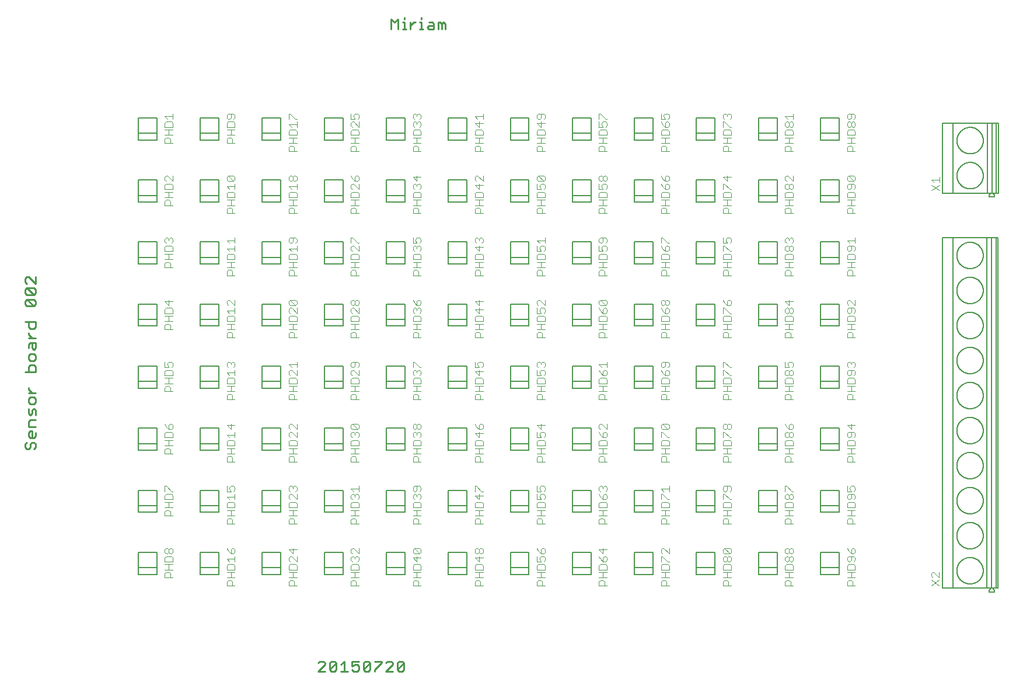
<source format=gto>
G75*
%MOIN*%
%OFA0B0*%
%FSLAX25Y25*%
%IPPOS*%
%LPD*%
%AMOC8*
5,1,8,0,0,1.08239X$1,22.5*
%
%ADD10C,0.01100*%
%ADD11C,0.00800*%
%ADD12C,0.00400*%
%ADD13C,0.00500*%
D10*
X0244647Y0058876D02*
X0248584Y0062813D01*
X0248584Y0063797D01*
X0247600Y0064781D01*
X0245632Y0064781D01*
X0244647Y0063797D01*
X0244647Y0058876D02*
X0248584Y0058876D01*
X0251093Y0059860D02*
X0252077Y0058876D01*
X0254045Y0058876D01*
X0255030Y0059860D01*
X0255030Y0063797D01*
X0251093Y0059860D01*
X0251093Y0063797D01*
X0252077Y0064781D01*
X0254045Y0064781D01*
X0255030Y0063797D01*
X0257538Y0062813D02*
X0259507Y0064781D01*
X0259507Y0058876D01*
X0261475Y0058876D02*
X0257538Y0058876D01*
X0263984Y0059860D02*
X0264968Y0058876D01*
X0266936Y0058876D01*
X0267921Y0059860D01*
X0267921Y0061829D01*
X0266936Y0062813D01*
X0265952Y0062813D01*
X0263984Y0061829D01*
X0263984Y0064781D01*
X0267921Y0064781D01*
X0270429Y0063797D02*
X0271414Y0064781D01*
X0273382Y0064781D01*
X0274366Y0063797D01*
X0270429Y0059860D01*
X0271414Y0058876D01*
X0273382Y0058876D01*
X0274366Y0059860D01*
X0274366Y0063797D01*
X0276875Y0064781D02*
X0280812Y0064781D01*
X0280812Y0063797D01*
X0276875Y0059860D01*
X0276875Y0058876D01*
X0283320Y0058876D02*
X0287257Y0062813D01*
X0287257Y0063797D01*
X0286273Y0064781D01*
X0284305Y0064781D01*
X0283320Y0063797D01*
X0283320Y0058876D02*
X0287257Y0058876D01*
X0289766Y0059860D02*
X0293703Y0063797D01*
X0293703Y0059860D01*
X0292718Y0058876D01*
X0290750Y0058876D01*
X0289766Y0059860D01*
X0289766Y0063797D01*
X0290750Y0064781D01*
X0292718Y0064781D01*
X0293703Y0063797D01*
X0270429Y0063797D02*
X0270429Y0059860D01*
X0083264Y0186827D02*
X0082280Y0185843D01*
X0083264Y0186827D02*
X0083264Y0188795D01*
X0082280Y0189780D01*
X0081296Y0189780D01*
X0080312Y0188795D01*
X0080312Y0186827D01*
X0079327Y0185843D01*
X0078343Y0185843D01*
X0077359Y0186827D01*
X0077359Y0188795D01*
X0078343Y0189780D01*
X0080312Y0192288D02*
X0079327Y0193273D01*
X0079327Y0195241D01*
X0080312Y0196225D01*
X0081296Y0196225D01*
X0081296Y0192288D01*
X0082280Y0192288D02*
X0080312Y0192288D01*
X0082280Y0192288D02*
X0083264Y0193273D01*
X0083264Y0195241D01*
X0083264Y0198734D02*
X0079327Y0198734D01*
X0079327Y0201686D01*
X0080312Y0202671D01*
X0083264Y0202671D01*
X0083264Y0205179D02*
X0083264Y0208132D01*
X0082280Y0209116D01*
X0081296Y0208132D01*
X0081296Y0206164D01*
X0080312Y0205179D01*
X0079327Y0206164D01*
X0079327Y0209116D01*
X0080312Y0211625D02*
X0082280Y0211625D01*
X0083264Y0212609D01*
X0083264Y0214577D01*
X0082280Y0215562D01*
X0080312Y0215562D01*
X0079327Y0214577D01*
X0079327Y0212609D01*
X0080312Y0211625D01*
X0081296Y0218070D02*
X0079327Y0220039D01*
X0079327Y0221023D01*
X0079327Y0218070D02*
X0083264Y0218070D01*
X0083264Y0229887D02*
X0083264Y0232840D01*
X0082280Y0233824D01*
X0080312Y0233824D01*
X0079327Y0232840D01*
X0079327Y0229887D01*
X0077359Y0229887D02*
X0083264Y0229887D01*
X0082280Y0236333D02*
X0083264Y0237317D01*
X0083264Y0239285D01*
X0082280Y0240269D01*
X0080312Y0240269D01*
X0079327Y0239285D01*
X0079327Y0237317D01*
X0080312Y0236333D01*
X0082280Y0236333D01*
X0082280Y0242778D02*
X0081296Y0243762D01*
X0081296Y0246715D01*
X0080312Y0246715D02*
X0083264Y0246715D01*
X0083264Y0243762D01*
X0082280Y0242778D01*
X0079327Y0243762D02*
X0079327Y0245731D01*
X0080312Y0246715D01*
X0081296Y0249224D02*
X0079327Y0251192D01*
X0079327Y0252176D01*
X0080312Y0254595D02*
X0079327Y0255579D01*
X0079327Y0258532D01*
X0077359Y0258532D02*
X0083264Y0258532D01*
X0083264Y0255579D01*
X0082280Y0254595D01*
X0080312Y0254595D01*
X0079327Y0249224D02*
X0083264Y0249224D01*
X0082280Y0267486D02*
X0078343Y0271423D01*
X0082280Y0271423D01*
X0083264Y0270438D01*
X0083264Y0268470D01*
X0082280Y0267486D01*
X0078343Y0267486D01*
X0077359Y0268470D01*
X0077359Y0270438D01*
X0078343Y0271423D01*
X0078343Y0273931D02*
X0077359Y0274916D01*
X0077359Y0276884D01*
X0078343Y0277868D01*
X0082280Y0273931D01*
X0083264Y0274916D01*
X0083264Y0276884D01*
X0082280Y0277868D01*
X0078343Y0277868D01*
X0078343Y0280377D02*
X0077359Y0281361D01*
X0077359Y0283329D01*
X0078343Y0284314D01*
X0079327Y0284314D01*
X0083264Y0280377D01*
X0083264Y0284314D01*
X0082280Y0273931D02*
X0078343Y0273931D01*
X0286374Y0425530D02*
X0286374Y0431435D01*
X0288343Y0429466D01*
X0290311Y0431435D01*
X0290311Y0425530D01*
X0292820Y0425530D02*
X0294788Y0425530D01*
X0293804Y0425530D02*
X0293804Y0429466D01*
X0292820Y0429466D01*
X0293804Y0431435D02*
X0293804Y0432419D01*
X0297117Y0429466D02*
X0297117Y0425530D01*
X0297117Y0427498D02*
X0299085Y0429466D01*
X0300069Y0429466D01*
X0302488Y0429466D02*
X0303472Y0429466D01*
X0303472Y0425530D01*
X0302488Y0425530D02*
X0304456Y0425530D01*
X0306785Y0426514D02*
X0307769Y0427498D01*
X0310722Y0427498D01*
X0310722Y0428482D02*
X0310722Y0425530D01*
X0307769Y0425530D01*
X0306785Y0426514D01*
X0307769Y0429466D02*
X0309737Y0429466D01*
X0310722Y0428482D01*
X0313230Y0429466D02*
X0313230Y0425530D01*
X0315199Y0425530D02*
X0315199Y0428482D01*
X0316183Y0429466D01*
X0317167Y0428482D01*
X0317167Y0425530D01*
X0315199Y0428482D02*
X0314215Y0429466D01*
X0313230Y0429466D01*
X0303472Y0431435D02*
X0303472Y0432419D01*
D11*
X0601169Y0372058D02*
X0601169Y0332058D01*
X0607176Y0332058D01*
X0609078Y0332058D01*
X0624813Y0332058D01*
X0626752Y0332058D01*
X0626752Y0372058D01*
X0629429Y0372058D01*
X0631878Y0372058D01*
X0633059Y0372058D01*
X0633059Y0332058D01*
X0631878Y0332058D01*
X0631878Y0372058D01*
X0629429Y0372058D02*
X0629429Y0332058D01*
X0630213Y0332058D01*
X0631878Y0332058D01*
X0630803Y0330849D02*
X0630213Y0331551D01*
X0630213Y0332058D01*
X0629429Y0332058D02*
X0628583Y0332058D01*
X0626752Y0332058D01*
X0627992Y0330849D02*
X0628583Y0331551D01*
X0628583Y0332058D01*
X0627992Y0330849D02*
X0627992Y0329814D01*
X0630803Y0329814D01*
X0630803Y0330849D01*
X0609477Y0342058D02*
X0609479Y0342243D01*
X0609486Y0342428D01*
X0609497Y0342613D01*
X0609513Y0342797D01*
X0609534Y0342981D01*
X0609559Y0343164D01*
X0609588Y0343347D01*
X0609622Y0343529D01*
X0609660Y0343710D01*
X0609703Y0343890D01*
X0609750Y0344069D01*
X0609802Y0344246D01*
X0609858Y0344423D01*
X0609918Y0344598D01*
X0609982Y0344771D01*
X0610051Y0344943D01*
X0610124Y0345113D01*
X0610201Y0345281D01*
X0610282Y0345448D01*
X0610367Y0345612D01*
X0610456Y0345774D01*
X0610550Y0345934D01*
X0610647Y0346091D01*
X0610748Y0346246D01*
X0610852Y0346399D01*
X0610961Y0346549D01*
X0611073Y0346696D01*
X0611188Y0346841D01*
X0611307Y0346982D01*
X0611430Y0347121D01*
X0611556Y0347256D01*
X0611685Y0347389D01*
X0611818Y0347518D01*
X0611953Y0347644D01*
X0612092Y0347767D01*
X0612233Y0347886D01*
X0612378Y0348001D01*
X0612525Y0348113D01*
X0612675Y0348222D01*
X0612828Y0348326D01*
X0612983Y0348427D01*
X0613140Y0348524D01*
X0613300Y0348618D01*
X0613462Y0348707D01*
X0613626Y0348792D01*
X0613793Y0348873D01*
X0613961Y0348950D01*
X0614131Y0349023D01*
X0614303Y0349092D01*
X0614476Y0349156D01*
X0614651Y0349216D01*
X0614828Y0349272D01*
X0615005Y0349324D01*
X0615184Y0349371D01*
X0615364Y0349414D01*
X0615545Y0349452D01*
X0615727Y0349486D01*
X0615910Y0349515D01*
X0616093Y0349540D01*
X0616277Y0349561D01*
X0616461Y0349577D01*
X0616646Y0349588D01*
X0616831Y0349595D01*
X0617016Y0349597D01*
X0617201Y0349595D01*
X0617386Y0349588D01*
X0617571Y0349577D01*
X0617755Y0349561D01*
X0617939Y0349540D01*
X0618122Y0349515D01*
X0618305Y0349486D01*
X0618487Y0349452D01*
X0618668Y0349414D01*
X0618848Y0349371D01*
X0619027Y0349324D01*
X0619204Y0349272D01*
X0619381Y0349216D01*
X0619556Y0349156D01*
X0619729Y0349092D01*
X0619901Y0349023D01*
X0620071Y0348950D01*
X0620239Y0348873D01*
X0620406Y0348792D01*
X0620570Y0348707D01*
X0620732Y0348618D01*
X0620892Y0348524D01*
X0621049Y0348427D01*
X0621204Y0348326D01*
X0621357Y0348222D01*
X0621507Y0348113D01*
X0621654Y0348001D01*
X0621799Y0347886D01*
X0621940Y0347767D01*
X0622079Y0347644D01*
X0622214Y0347518D01*
X0622347Y0347389D01*
X0622476Y0347256D01*
X0622602Y0347121D01*
X0622725Y0346982D01*
X0622844Y0346841D01*
X0622959Y0346696D01*
X0623071Y0346549D01*
X0623180Y0346399D01*
X0623284Y0346246D01*
X0623385Y0346091D01*
X0623482Y0345934D01*
X0623576Y0345774D01*
X0623665Y0345612D01*
X0623750Y0345448D01*
X0623831Y0345281D01*
X0623908Y0345113D01*
X0623981Y0344943D01*
X0624050Y0344771D01*
X0624114Y0344598D01*
X0624174Y0344423D01*
X0624230Y0344246D01*
X0624282Y0344069D01*
X0624329Y0343890D01*
X0624372Y0343710D01*
X0624410Y0343529D01*
X0624444Y0343347D01*
X0624473Y0343164D01*
X0624498Y0342981D01*
X0624519Y0342797D01*
X0624535Y0342613D01*
X0624546Y0342428D01*
X0624553Y0342243D01*
X0624555Y0342058D01*
X0624553Y0341873D01*
X0624546Y0341688D01*
X0624535Y0341503D01*
X0624519Y0341319D01*
X0624498Y0341135D01*
X0624473Y0340952D01*
X0624444Y0340769D01*
X0624410Y0340587D01*
X0624372Y0340406D01*
X0624329Y0340226D01*
X0624282Y0340047D01*
X0624230Y0339870D01*
X0624174Y0339693D01*
X0624114Y0339518D01*
X0624050Y0339345D01*
X0623981Y0339173D01*
X0623908Y0339003D01*
X0623831Y0338835D01*
X0623750Y0338668D01*
X0623665Y0338504D01*
X0623576Y0338342D01*
X0623482Y0338182D01*
X0623385Y0338025D01*
X0623284Y0337870D01*
X0623180Y0337717D01*
X0623071Y0337567D01*
X0622959Y0337420D01*
X0622844Y0337275D01*
X0622725Y0337134D01*
X0622602Y0336995D01*
X0622476Y0336860D01*
X0622347Y0336727D01*
X0622214Y0336598D01*
X0622079Y0336472D01*
X0621940Y0336349D01*
X0621799Y0336230D01*
X0621654Y0336115D01*
X0621507Y0336003D01*
X0621357Y0335894D01*
X0621204Y0335790D01*
X0621049Y0335689D01*
X0620892Y0335592D01*
X0620732Y0335498D01*
X0620570Y0335409D01*
X0620406Y0335324D01*
X0620239Y0335243D01*
X0620071Y0335166D01*
X0619901Y0335093D01*
X0619729Y0335024D01*
X0619556Y0334960D01*
X0619381Y0334900D01*
X0619204Y0334844D01*
X0619027Y0334792D01*
X0618848Y0334745D01*
X0618668Y0334702D01*
X0618487Y0334664D01*
X0618305Y0334630D01*
X0618122Y0334601D01*
X0617939Y0334576D01*
X0617755Y0334555D01*
X0617571Y0334539D01*
X0617386Y0334528D01*
X0617201Y0334521D01*
X0617016Y0334519D01*
X0616831Y0334521D01*
X0616646Y0334528D01*
X0616461Y0334539D01*
X0616277Y0334555D01*
X0616093Y0334576D01*
X0615910Y0334601D01*
X0615727Y0334630D01*
X0615545Y0334664D01*
X0615364Y0334702D01*
X0615184Y0334745D01*
X0615005Y0334792D01*
X0614828Y0334844D01*
X0614651Y0334900D01*
X0614476Y0334960D01*
X0614303Y0335024D01*
X0614131Y0335093D01*
X0613961Y0335166D01*
X0613793Y0335243D01*
X0613626Y0335324D01*
X0613462Y0335409D01*
X0613300Y0335498D01*
X0613140Y0335592D01*
X0612983Y0335689D01*
X0612828Y0335790D01*
X0612675Y0335894D01*
X0612525Y0336003D01*
X0612378Y0336115D01*
X0612233Y0336230D01*
X0612092Y0336349D01*
X0611953Y0336472D01*
X0611818Y0336598D01*
X0611685Y0336727D01*
X0611556Y0336860D01*
X0611430Y0336995D01*
X0611307Y0337134D01*
X0611188Y0337275D01*
X0611073Y0337420D01*
X0610961Y0337567D01*
X0610852Y0337717D01*
X0610748Y0337870D01*
X0610647Y0338025D01*
X0610550Y0338182D01*
X0610456Y0338342D01*
X0610367Y0338504D01*
X0610282Y0338668D01*
X0610201Y0338835D01*
X0610124Y0339003D01*
X0610051Y0339173D01*
X0609982Y0339345D01*
X0609918Y0339518D01*
X0609858Y0339693D01*
X0609802Y0339870D01*
X0609750Y0340047D01*
X0609703Y0340226D01*
X0609660Y0340406D01*
X0609622Y0340587D01*
X0609588Y0340769D01*
X0609559Y0340952D01*
X0609534Y0341135D01*
X0609513Y0341319D01*
X0609497Y0341503D01*
X0609486Y0341688D01*
X0609479Y0341873D01*
X0609477Y0342058D01*
X0607176Y0332058D02*
X0607176Y0372058D01*
X0601169Y0372058D01*
X0607176Y0372058D02*
X0609078Y0372058D01*
X0624813Y0372058D01*
X0626752Y0372058D01*
X0609477Y0362058D02*
X0609479Y0362243D01*
X0609486Y0362428D01*
X0609497Y0362613D01*
X0609513Y0362797D01*
X0609534Y0362981D01*
X0609559Y0363164D01*
X0609588Y0363347D01*
X0609622Y0363529D01*
X0609660Y0363710D01*
X0609703Y0363890D01*
X0609750Y0364069D01*
X0609802Y0364246D01*
X0609858Y0364423D01*
X0609918Y0364598D01*
X0609982Y0364771D01*
X0610051Y0364943D01*
X0610124Y0365113D01*
X0610201Y0365281D01*
X0610282Y0365448D01*
X0610367Y0365612D01*
X0610456Y0365774D01*
X0610550Y0365934D01*
X0610647Y0366091D01*
X0610748Y0366246D01*
X0610852Y0366399D01*
X0610961Y0366549D01*
X0611073Y0366696D01*
X0611188Y0366841D01*
X0611307Y0366982D01*
X0611430Y0367121D01*
X0611556Y0367256D01*
X0611685Y0367389D01*
X0611818Y0367518D01*
X0611953Y0367644D01*
X0612092Y0367767D01*
X0612233Y0367886D01*
X0612378Y0368001D01*
X0612525Y0368113D01*
X0612675Y0368222D01*
X0612828Y0368326D01*
X0612983Y0368427D01*
X0613140Y0368524D01*
X0613300Y0368618D01*
X0613462Y0368707D01*
X0613626Y0368792D01*
X0613793Y0368873D01*
X0613961Y0368950D01*
X0614131Y0369023D01*
X0614303Y0369092D01*
X0614476Y0369156D01*
X0614651Y0369216D01*
X0614828Y0369272D01*
X0615005Y0369324D01*
X0615184Y0369371D01*
X0615364Y0369414D01*
X0615545Y0369452D01*
X0615727Y0369486D01*
X0615910Y0369515D01*
X0616093Y0369540D01*
X0616277Y0369561D01*
X0616461Y0369577D01*
X0616646Y0369588D01*
X0616831Y0369595D01*
X0617016Y0369597D01*
X0617201Y0369595D01*
X0617386Y0369588D01*
X0617571Y0369577D01*
X0617755Y0369561D01*
X0617939Y0369540D01*
X0618122Y0369515D01*
X0618305Y0369486D01*
X0618487Y0369452D01*
X0618668Y0369414D01*
X0618848Y0369371D01*
X0619027Y0369324D01*
X0619204Y0369272D01*
X0619381Y0369216D01*
X0619556Y0369156D01*
X0619729Y0369092D01*
X0619901Y0369023D01*
X0620071Y0368950D01*
X0620239Y0368873D01*
X0620406Y0368792D01*
X0620570Y0368707D01*
X0620732Y0368618D01*
X0620892Y0368524D01*
X0621049Y0368427D01*
X0621204Y0368326D01*
X0621357Y0368222D01*
X0621507Y0368113D01*
X0621654Y0368001D01*
X0621799Y0367886D01*
X0621940Y0367767D01*
X0622079Y0367644D01*
X0622214Y0367518D01*
X0622347Y0367389D01*
X0622476Y0367256D01*
X0622602Y0367121D01*
X0622725Y0366982D01*
X0622844Y0366841D01*
X0622959Y0366696D01*
X0623071Y0366549D01*
X0623180Y0366399D01*
X0623284Y0366246D01*
X0623385Y0366091D01*
X0623482Y0365934D01*
X0623576Y0365774D01*
X0623665Y0365612D01*
X0623750Y0365448D01*
X0623831Y0365281D01*
X0623908Y0365113D01*
X0623981Y0364943D01*
X0624050Y0364771D01*
X0624114Y0364598D01*
X0624174Y0364423D01*
X0624230Y0364246D01*
X0624282Y0364069D01*
X0624329Y0363890D01*
X0624372Y0363710D01*
X0624410Y0363529D01*
X0624444Y0363347D01*
X0624473Y0363164D01*
X0624498Y0362981D01*
X0624519Y0362797D01*
X0624535Y0362613D01*
X0624546Y0362428D01*
X0624553Y0362243D01*
X0624555Y0362058D01*
X0624553Y0361873D01*
X0624546Y0361688D01*
X0624535Y0361503D01*
X0624519Y0361319D01*
X0624498Y0361135D01*
X0624473Y0360952D01*
X0624444Y0360769D01*
X0624410Y0360587D01*
X0624372Y0360406D01*
X0624329Y0360226D01*
X0624282Y0360047D01*
X0624230Y0359870D01*
X0624174Y0359693D01*
X0624114Y0359518D01*
X0624050Y0359345D01*
X0623981Y0359173D01*
X0623908Y0359003D01*
X0623831Y0358835D01*
X0623750Y0358668D01*
X0623665Y0358504D01*
X0623576Y0358342D01*
X0623482Y0358182D01*
X0623385Y0358025D01*
X0623284Y0357870D01*
X0623180Y0357717D01*
X0623071Y0357567D01*
X0622959Y0357420D01*
X0622844Y0357275D01*
X0622725Y0357134D01*
X0622602Y0356995D01*
X0622476Y0356860D01*
X0622347Y0356727D01*
X0622214Y0356598D01*
X0622079Y0356472D01*
X0621940Y0356349D01*
X0621799Y0356230D01*
X0621654Y0356115D01*
X0621507Y0356003D01*
X0621357Y0355894D01*
X0621204Y0355790D01*
X0621049Y0355689D01*
X0620892Y0355592D01*
X0620732Y0355498D01*
X0620570Y0355409D01*
X0620406Y0355324D01*
X0620239Y0355243D01*
X0620071Y0355166D01*
X0619901Y0355093D01*
X0619729Y0355024D01*
X0619556Y0354960D01*
X0619381Y0354900D01*
X0619204Y0354844D01*
X0619027Y0354792D01*
X0618848Y0354745D01*
X0618668Y0354702D01*
X0618487Y0354664D01*
X0618305Y0354630D01*
X0618122Y0354601D01*
X0617939Y0354576D01*
X0617755Y0354555D01*
X0617571Y0354539D01*
X0617386Y0354528D01*
X0617201Y0354521D01*
X0617016Y0354519D01*
X0616831Y0354521D01*
X0616646Y0354528D01*
X0616461Y0354539D01*
X0616277Y0354555D01*
X0616093Y0354576D01*
X0615910Y0354601D01*
X0615727Y0354630D01*
X0615545Y0354664D01*
X0615364Y0354702D01*
X0615184Y0354745D01*
X0615005Y0354792D01*
X0614828Y0354844D01*
X0614651Y0354900D01*
X0614476Y0354960D01*
X0614303Y0355024D01*
X0614131Y0355093D01*
X0613961Y0355166D01*
X0613793Y0355243D01*
X0613626Y0355324D01*
X0613462Y0355409D01*
X0613300Y0355498D01*
X0613140Y0355592D01*
X0612983Y0355689D01*
X0612828Y0355790D01*
X0612675Y0355894D01*
X0612525Y0356003D01*
X0612378Y0356115D01*
X0612233Y0356230D01*
X0612092Y0356349D01*
X0611953Y0356472D01*
X0611818Y0356598D01*
X0611685Y0356727D01*
X0611556Y0356860D01*
X0611430Y0356995D01*
X0611307Y0357134D01*
X0611188Y0357275D01*
X0611073Y0357420D01*
X0610961Y0357567D01*
X0610852Y0357717D01*
X0610748Y0357870D01*
X0610647Y0358025D01*
X0610550Y0358182D01*
X0610456Y0358342D01*
X0610367Y0358504D01*
X0610282Y0358668D01*
X0610201Y0358835D01*
X0610124Y0359003D01*
X0610051Y0359173D01*
X0609982Y0359345D01*
X0609918Y0359518D01*
X0609858Y0359693D01*
X0609802Y0359870D01*
X0609750Y0360047D01*
X0609703Y0360226D01*
X0609660Y0360406D01*
X0609622Y0360587D01*
X0609588Y0360769D01*
X0609559Y0360952D01*
X0609534Y0361135D01*
X0609513Y0361319D01*
X0609497Y0361503D01*
X0609486Y0361688D01*
X0609479Y0361873D01*
X0609477Y0362058D01*
X0609026Y0306519D02*
X0607124Y0306519D01*
X0601117Y0306519D01*
X0601117Y0106519D01*
X0607124Y0106519D01*
X0609026Y0106519D01*
X0624761Y0106519D01*
X0626700Y0106519D01*
X0626700Y0306519D01*
X0629377Y0306519D01*
X0631826Y0306519D01*
X0633007Y0306519D01*
X0633007Y0106519D01*
X0631826Y0106519D01*
X0631826Y0306519D01*
X0629377Y0306519D02*
X0629377Y0106519D01*
X0630161Y0106519D01*
X0631826Y0106519D01*
X0630751Y0105310D02*
X0630161Y0106012D01*
X0630161Y0106519D01*
X0629377Y0106519D02*
X0628531Y0106519D01*
X0626700Y0106519D01*
X0627940Y0105310D02*
X0628531Y0106012D01*
X0628531Y0106519D01*
X0627940Y0105310D02*
X0627940Y0104274D01*
X0630751Y0104274D01*
X0630751Y0105310D01*
X0609425Y0116519D02*
X0609427Y0116704D01*
X0609434Y0116889D01*
X0609445Y0117074D01*
X0609461Y0117258D01*
X0609482Y0117442D01*
X0609507Y0117625D01*
X0609536Y0117808D01*
X0609570Y0117990D01*
X0609608Y0118171D01*
X0609651Y0118351D01*
X0609698Y0118530D01*
X0609750Y0118707D01*
X0609806Y0118884D01*
X0609866Y0119059D01*
X0609930Y0119232D01*
X0609999Y0119404D01*
X0610072Y0119574D01*
X0610149Y0119742D01*
X0610230Y0119909D01*
X0610315Y0120073D01*
X0610404Y0120235D01*
X0610498Y0120395D01*
X0610595Y0120552D01*
X0610696Y0120707D01*
X0610800Y0120860D01*
X0610909Y0121010D01*
X0611021Y0121157D01*
X0611136Y0121302D01*
X0611255Y0121443D01*
X0611378Y0121582D01*
X0611504Y0121717D01*
X0611633Y0121850D01*
X0611766Y0121979D01*
X0611901Y0122105D01*
X0612040Y0122228D01*
X0612181Y0122347D01*
X0612326Y0122462D01*
X0612473Y0122574D01*
X0612623Y0122683D01*
X0612776Y0122787D01*
X0612931Y0122888D01*
X0613088Y0122985D01*
X0613248Y0123079D01*
X0613410Y0123168D01*
X0613574Y0123253D01*
X0613741Y0123334D01*
X0613909Y0123411D01*
X0614079Y0123484D01*
X0614251Y0123553D01*
X0614424Y0123617D01*
X0614599Y0123677D01*
X0614776Y0123733D01*
X0614953Y0123785D01*
X0615132Y0123832D01*
X0615312Y0123875D01*
X0615493Y0123913D01*
X0615675Y0123947D01*
X0615858Y0123976D01*
X0616041Y0124001D01*
X0616225Y0124022D01*
X0616409Y0124038D01*
X0616594Y0124049D01*
X0616779Y0124056D01*
X0616964Y0124058D01*
X0617149Y0124056D01*
X0617334Y0124049D01*
X0617519Y0124038D01*
X0617703Y0124022D01*
X0617887Y0124001D01*
X0618070Y0123976D01*
X0618253Y0123947D01*
X0618435Y0123913D01*
X0618616Y0123875D01*
X0618796Y0123832D01*
X0618975Y0123785D01*
X0619152Y0123733D01*
X0619329Y0123677D01*
X0619504Y0123617D01*
X0619677Y0123553D01*
X0619849Y0123484D01*
X0620019Y0123411D01*
X0620187Y0123334D01*
X0620354Y0123253D01*
X0620518Y0123168D01*
X0620680Y0123079D01*
X0620840Y0122985D01*
X0620997Y0122888D01*
X0621152Y0122787D01*
X0621305Y0122683D01*
X0621455Y0122574D01*
X0621602Y0122462D01*
X0621747Y0122347D01*
X0621888Y0122228D01*
X0622027Y0122105D01*
X0622162Y0121979D01*
X0622295Y0121850D01*
X0622424Y0121717D01*
X0622550Y0121582D01*
X0622673Y0121443D01*
X0622792Y0121302D01*
X0622907Y0121157D01*
X0623019Y0121010D01*
X0623128Y0120860D01*
X0623232Y0120707D01*
X0623333Y0120552D01*
X0623430Y0120395D01*
X0623524Y0120235D01*
X0623613Y0120073D01*
X0623698Y0119909D01*
X0623779Y0119742D01*
X0623856Y0119574D01*
X0623929Y0119404D01*
X0623998Y0119232D01*
X0624062Y0119059D01*
X0624122Y0118884D01*
X0624178Y0118707D01*
X0624230Y0118530D01*
X0624277Y0118351D01*
X0624320Y0118171D01*
X0624358Y0117990D01*
X0624392Y0117808D01*
X0624421Y0117625D01*
X0624446Y0117442D01*
X0624467Y0117258D01*
X0624483Y0117074D01*
X0624494Y0116889D01*
X0624501Y0116704D01*
X0624503Y0116519D01*
X0624501Y0116334D01*
X0624494Y0116149D01*
X0624483Y0115964D01*
X0624467Y0115780D01*
X0624446Y0115596D01*
X0624421Y0115413D01*
X0624392Y0115230D01*
X0624358Y0115048D01*
X0624320Y0114867D01*
X0624277Y0114687D01*
X0624230Y0114508D01*
X0624178Y0114331D01*
X0624122Y0114154D01*
X0624062Y0113979D01*
X0623998Y0113806D01*
X0623929Y0113634D01*
X0623856Y0113464D01*
X0623779Y0113296D01*
X0623698Y0113129D01*
X0623613Y0112965D01*
X0623524Y0112803D01*
X0623430Y0112643D01*
X0623333Y0112486D01*
X0623232Y0112331D01*
X0623128Y0112178D01*
X0623019Y0112028D01*
X0622907Y0111881D01*
X0622792Y0111736D01*
X0622673Y0111595D01*
X0622550Y0111456D01*
X0622424Y0111321D01*
X0622295Y0111188D01*
X0622162Y0111059D01*
X0622027Y0110933D01*
X0621888Y0110810D01*
X0621747Y0110691D01*
X0621602Y0110576D01*
X0621455Y0110464D01*
X0621305Y0110355D01*
X0621152Y0110251D01*
X0620997Y0110150D01*
X0620840Y0110053D01*
X0620680Y0109959D01*
X0620518Y0109870D01*
X0620354Y0109785D01*
X0620187Y0109704D01*
X0620019Y0109627D01*
X0619849Y0109554D01*
X0619677Y0109485D01*
X0619504Y0109421D01*
X0619329Y0109361D01*
X0619152Y0109305D01*
X0618975Y0109253D01*
X0618796Y0109206D01*
X0618616Y0109163D01*
X0618435Y0109125D01*
X0618253Y0109091D01*
X0618070Y0109062D01*
X0617887Y0109037D01*
X0617703Y0109016D01*
X0617519Y0109000D01*
X0617334Y0108989D01*
X0617149Y0108982D01*
X0616964Y0108980D01*
X0616779Y0108982D01*
X0616594Y0108989D01*
X0616409Y0109000D01*
X0616225Y0109016D01*
X0616041Y0109037D01*
X0615858Y0109062D01*
X0615675Y0109091D01*
X0615493Y0109125D01*
X0615312Y0109163D01*
X0615132Y0109206D01*
X0614953Y0109253D01*
X0614776Y0109305D01*
X0614599Y0109361D01*
X0614424Y0109421D01*
X0614251Y0109485D01*
X0614079Y0109554D01*
X0613909Y0109627D01*
X0613741Y0109704D01*
X0613574Y0109785D01*
X0613410Y0109870D01*
X0613248Y0109959D01*
X0613088Y0110053D01*
X0612931Y0110150D01*
X0612776Y0110251D01*
X0612623Y0110355D01*
X0612473Y0110464D01*
X0612326Y0110576D01*
X0612181Y0110691D01*
X0612040Y0110810D01*
X0611901Y0110933D01*
X0611766Y0111059D01*
X0611633Y0111188D01*
X0611504Y0111321D01*
X0611378Y0111456D01*
X0611255Y0111595D01*
X0611136Y0111736D01*
X0611021Y0111881D01*
X0610909Y0112028D01*
X0610800Y0112178D01*
X0610696Y0112331D01*
X0610595Y0112486D01*
X0610498Y0112643D01*
X0610404Y0112803D01*
X0610315Y0112965D01*
X0610230Y0113129D01*
X0610149Y0113296D01*
X0610072Y0113464D01*
X0609999Y0113634D01*
X0609930Y0113806D01*
X0609866Y0113979D01*
X0609806Y0114154D01*
X0609750Y0114331D01*
X0609698Y0114508D01*
X0609651Y0114687D01*
X0609608Y0114867D01*
X0609570Y0115048D01*
X0609536Y0115230D01*
X0609507Y0115413D01*
X0609482Y0115596D01*
X0609461Y0115780D01*
X0609445Y0115964D01*
X0609434Y0116149D01*
X0609427Y0116334D01*
X0609425Y0116519D01*
X0607124Y0106519D02*
X0607124Y0306519D01*
X0609026Y0306519D02*
X0624761Y0306519D01*
X0626700Y0306519D01*
X0609425Y0296519D02*
X0609427Y0296704D01*
X0609434Y0296889D01*
X0609445Y0297074D01*
X0609461Y0297258D01*
X0609482Y0297442D01*
X0609507Y0297625D01*
X0609536Y0297808D01*
X0609570Y0297990D01*
X0609608Y0298171D01*
X0609651Y0298351D01*
X0609698Y0298530D01*
X0609750Y0298707D01*
X0609806Y0298884D01*
X0609866Y0299059D01*
X0609930Y0299232D01*
X0609999Y0299404D01*
X0610072Y0299574D01*
X0610149Y0299742D01*
X0610230Y0299909D01*
X0610315Y0300073D01*
X0610404Y0300235D01*
X0610498Y0300395D01*
X0610595Y0300552D01*
X0610696Y0300707D01*
X0610800Y0300860D01*
X0610909Y0301010D01*
X0611021Y0301157D01*
X0611136Y0301302D01*
X0611255Y0301443D01*
X0611378Y0301582D01*
X0611504Y0301717D01*
X0611633Y0301850D01*
X0611766Y0301979D01*
X0611901Y0302105D01*
X0612040Y0302228D01*
X0612181Y0302347D01*
X0612326Y0302462D01*
X0612473Y0302574D01*
X0612623Y0302683D01*
X0612776Y0302787D01*
X0612931Y0302888D01*
X0613088Y0302985D01*
X0613248Y0303079D01*
X0613410Y0303168D01*
X0613574Y0303253D01*
X0613741Y0303334D01*
X0613909Y0303411D01*
X0614079Y0303484D01*
X0614251Y0303553D01*
X0614424Y0303617D01*
X0614599Y0303677D01*
X0614776Y0303733D01*
X0614953Y0303785D01*
X0615132Y0303832D01*
X0615312Y0303875D01*
X0615493Y0303913D01*
X0615675Y0303947D01*
X0615858Y0303976D01*
X0616041Y0304001D01*
X0616225Y0304022D01*
X0616409Y0304038D01*
X0616594Y0304049D01*
X0616779Y0304056D01*
X0616964Y0304058D01*
X0617149Y0304056D01*
X0617334Y0304049D01*
X0617519Y0304038D01*
X0617703Y0304022D01*
X0617887Y0304001D01*
X0618070Y0303976D01*
X0618253Y0303947D01*
X0618435Y0303913D01*
X0618616Y0303875D01*
X0618796Y0303832D01*
X0618975Y0303785D01*
X0619152Y0303733D01*
X0619329Y0303677D01*
X0619504Y0303617D01*
X0619677Y0303553D01*
X0619849Y0303484D01*
X0620019Y0303411D01*
X0620187Y0303334D01*
X0620354Y0303253D01*
X0620518Y0303168D01*
X0620680Y0303079D01*
X0620840Y0302985D01*
X0620997Y0302888D01*
X0621152Y0302787D01*
X0621305Y0302683D01*
X0621455Y0302574D01*
X0621602Y0302462D01*
X0621747Y0302347D01*
X0621888Y0302228D01*
X0622027Y0302105D01*
X0622162Y0301979D01*
X0622295Y0301850D01*
X0622424Y0301717D01*
X0622550Y0301582D01*
X0622673Y0301443D01*
X0622792Y0301302D01*
X0622907Y0301157D01*
X0623019Y0301010D01*
X0623128Y0300860D01*
X0623232Y0300707D01*
X0623333Y0300552D01*
X0623430Y0300395D01*
X0623524Y0300235D01*
X0623613Y0300073D01*
X0623698Y0299909D01*
X0623779Y0299742D01*
X0623856Y0299574D01*
X0623929Y0299404D01*
X0623998Y0299232D01*
X0624062Y0299059D01*
X0624122Y0298884D01*
X0624178Y0298707D01*
X0624230Y0298530D01*
X0624277Y0298351D01*
X0624320Y0298171D01*
X0624358Y0297990D01*
X0624392Y0297808D01*
X0624421Y0297625D01*
X0624446Y0297442D01*
X0624467Y0297258D01*
X0624483Y0297074D01*
X0624494Y0296889D01*
X0624501Y0296704D01*
X0624503Y0296519D01*
X0624501Y0296334D01*
X0624494Y0296149D01*
X0624483Y0295964D01*
X0624467Y0295780D01*
X0624446Y0295596D01*
X0624421Y0295413D01*
X0624392Y0295230D01*
X0624358Y0295048D01*
X0624320Y0294867D01*
X0624277Y0294687D01*
X0624230Y0294508D01*
X0624178Y0294331D01*
X0624122Y0294154D01*
X0624062Y0293979D01*
X0623998Y0293806D01*
X0623929Y0293634D01*
X0623856Y0293464D01*
X0623779Y0293296D01*
X0623698Y0293129D01*
X0623613Y0292965D01*
X0623524Y0292803D01*
X0623430Y0292643D01*
X0623333Y0292486D01*
X0623232Y0292331D01*
X0623128Y0292178D01*
X0623019Y0292028D01*
X0622907Y0291881D01*
X0622792Y0291736D01*
X0622673Y0291595D01*
X0622550Y0291456D01*
X0622424Y0291321D01*
X0622295Y0291188D01*
X0622162Y0291059D01*
X0622027Y0290933D01*
X0621888Y0290810D01*
X0621747Y0290691D01*
X0621602Y0290576D01*
X0621455Y0290464D01*
X0621305Y0290355D01*
X0621152Y0290251D01*
X0620997Y0290150D01*
X0620840Y0290053D01*
X0620680Y0289959D01*
X0620518Y0289870D01*
X0620354Y0289785D01*
X0620187Y0289704D01*
X0620019Y0289627D01*
X0619849Y0289554D01*
X0619677Y0289485D01*
X0619504Y0289421D01*
X0619329Y0289361D01*
X0619152Y0289305D01*
X0618975Y0289253D01*
X0618796Y0289206D01*
X0618616Y0289163D01*
X0618435Y0289125D01*
X0618253Y0289091D01*
X0618070Y0289062D01*
X0617887Y0289037D01*
X0617703Y0289016D01*
X0617519Y0289000D01*
X0617334Y0288989D01*
X0617149Y0288982D01*
X0616964Y0288980D01*
X0616779Y0288982D01*
X0616594Y0288989D01*
X0616409Y0289000D01*
X0616225Y0289016D01*
X0616041Y0289037D01*
X0615858Y0289062D01*
X0615675Y0289091D01*
X0615493Y0289125D01*
X0615312Y0289163D01*
X0615132Y0289206D01*
X0614953Y0289253D01*
X0614776Y0289305D01*
X0614599Y0289361D01*
X0614424Y0289421D01*
X0614251Y0289485D01*
X0614079Y0289554D01*
X0613909Y0289627D01*
X0613741Y0289704D01*
X0613574Y0289785D01*
X0613410Y0289870D01*
X0613248Y0289959D01*
X0613088Y0290053D01*
X0612931Y0290150D01*
X0612776Y0290251D01*
X0612623Y0290355D01*
X0612473Y0290464D01*
X0612326Y0290576D01*
X0612181Y0290691D01*
X0612040Y0290810D01*
X0611901Y0290933D01*
X0611766Y0291059D01*
X0611633Y0291188D01*
X0611504Y0291321D01*
X0611378Y0291456D01*
X0611255Y0291595D01*
X0611136Y0291736D01*
X0611021Y0291881D01*
X0610909Y0292028D01*
X0610800Y0292178D01*
X0610696Y0292331D01*
X0610595Y0292486D01*
X0610498Y0292643D01*
X0610404Y0292803D01*
X0610315Y0292965D01*
X0610230Y0293129D01*
X0610149Y0293296D01*
X0610072Y0293464D01*
X0609999Y0293634D01*
X0609930Y0293806D01*
X0609866Y0293979D01*
X0609806Y0294154D01*
X0609750Y0294331D01*
X0609698Y0294508D01*
X0609651Y0294687D01*
X0609608Y0294867D01*
X0609570Y0295048D01*
X0609536Y0295230D01*
X0609507Y0295413D01*
X0609482Y0295596D01*
X0609461Y0295780D01*
X0609445Y0295964D01*
X0609434Y0296149D01*
X0609427Y0296334D01*
X0609425Y0296519D01*
X0609425Y0276519D02*
X0609427Y0276704D01*
X0609434Y0276889D01*
X0609445Y0277074D01*
X0609461Y0277258D01*
X0609482Y0277442D01*
X0609507Y0277625D01*
X0609536Y0277808D01*
X0609570Y0277990D01*
X0609608Y0278171D01*
X0609651Y0278351D01*
X0609698Y0278530D01*
X0609750Y0278707D01*
X0609806Y0278884D01*
X0609866Y0279059D01*
X0609930Y0279232D01*
X0609999Y0279404D01*
X0610072Y0279574D01*
X0610149Y0279742D01*
X0610230Y0279909D01*
X0610315Y0280073D01*
X0610404Y0280235D01*
X0610498Y0280395D01*
X0610595Y0280552D01*
X0610696Y0280707D01*
X0610800Y0280860D01*
X0610909Y0281010D01*
X0611021Y0281157D01*
X0611136Y0281302D01*
X0611255Y0281443D01*
X0611378Y0281582D01*
X0611504Y0281717D01*
X0611633Y0281850D01*
X0611766Y0281979D01*
X0611901Y0282105D01*
X0612040Y0282228D01*
X0612181Y0282347D01*
X0612326Y0282462D01*
X0612473Y0282574D01*
X0612623Y0282683D01*
X0612776Y0282787D01*
X0612931Y0282888D01*
X0613088Y0282985D01*
X0613248Y0283079D01*
X0613410Y0283168D01*
X0613574Y0283253D01*
X0613741Y0283334D01*
X0613909Y0283411D01*
X0614079Y0283484D01*
X0614251Y0283553D01*
X0614424Y0283617D01*
X0614599Y0283677D01*
X0614776Y0283733D01*
X0614953Y0283785D01*
X0615132Y0283832D01*
X0615312Y0283875D01*
X0615493Y0283913D01*
X0615675Y0283947D01*
X0615858Y0283976D01*
X0616041Y0284001D01*
X0616225Y0284022D01*
X0616409Y0284038D01*
X0616594Y0284049D01*
X0616779Y0284056D01*
X0616964Y0284058D01*
X0617149Y0284056D01*
X0617334Y0284049D01*
X0617519Y0284038D01*
X0617703Y0284022D01*
X0617887Y0284001D01*
X0618070Y0283976D01*
X0618253Y0283947D01*
X0618435Y0283913D01*
X0618616Y0283875D01*
X0618796Y0283832D01*
X0618975Y0283785D01*
X0619152Y0283733D01*
X0619329Y0283677D01*
X0619504Y0283617D01*
X0619677Y0283553D01*
X0619849Y0283484D01*
X0620019Y0283411D01*
X0620187Y0283334D01*
X0620354Y0283253D01*
X0620518Y0283168D01*
X0620680Y0283079D01*
X0620840Y0282985D01*
X0620997Y0282888D01*
X0621152Y0282787D01*
X0621305Y0282683D01*
X0621455Y0282574D01*
X0621602Y0282462D01*
X0621747Y0282347D01*
X0621888Y0282228D01*
X0622027Y0282105D01*
X0622162Y0281979D01*
X0622295Y0281850D01*
X0622424Y0281717D01*
X0622550Y0281582D01*
X0622673Y0281443D01*
X0622792Y0281302D01*
X0622907Y0281157D01*
X0623019Y0281010D01*
X0623128Y0280860D01*
X0623232Y0280707D01*
X0623333Y0280552D01*
X0623430Y0280395D01*
X0623524Y0280235D01*
X0623613Y0280073D01*
X0623698Y0279909D01*
X0623779Y0279742D01*
X0623856Y0279574D01*
X0623929Y0279404D01*
X0623998Y0279232D01*
X0624062Y0279059D01*
X0624122Y0278884D01*
X0624178Y0278707D01*
X0624230Y0278530D01*
X0624277Y0278351D01*
X0624320Y0278171D01*
X0624358Y0277990D01*
X0624392Y0277808D01*
X0624421Y0277625D01*
X0624446Y0277442D01*
X0624467Y0277258D01*
X0624483Y0277074D01*
X0624494Y0276889D01*
X0624501Y0276704D01*
X0624503Y0276519D01*
X0624501Y0276334D01*
X0624494Y0276149D01*
X0624483Y0275964D01*
X0624467Y0275780D01*
X0624446Y0275596D01*
X0624421Y0275413D01*
X0624392Y0275230D01*
X0624358Y0275048D01*
X0624320Y0274867D01*
X0624277Y0274687D01*
X0624230Y0274508D01*
X0624178Y0274331D01*
X0624122Y0274154D01*
X0624062Y0273979D01*
X0623998Y0273806D01*
X0623929Y0273634D01*
X0623856Y0273464D01*
X0623779Y0273296D01*
X0623698Y0273129D01*
X0623613Y0272965D01*
X0623524Y0272803D01*
X0623430Y0272643D01*
X0623333Y0272486D01*
X0623232Y0272331D01*
X0623128Y0272178D01*
X0623019Y0272028D01*
X0622907Y0271881D01*
X0622792Y0271736D01*
X0622673Y0271595D01*
X0622550Y0271456D01*
X0622424Y0271321D01*
X0622295Y0271188D01*
X0622162Y0271059D01*
X0622027Y0270933D01*
X0621888Y0270810D01*
X0621747Y0270691D01*
X0621602Y0270576D01*
X0621455Y0270464D01*
X0621305Y0270355D01*
X0621152Y0270251D01*
X0620997Y0270150D01*
X0620840Y0270053D01*
X0620680Y0269959D01*
X0620518Y0269870D01*
X0620354Y0269785D01*
X0620187Y0269704D01*
X0620019Y0269627D01*
X0619849Y0269554D01*
X0619677Y0269485D01*
X0619504Y0269421D01*
X0619329Y0269361D01*
X0619152Y0269305D01*
X0618975Y0269253D01*
X0618796Y0269206D01*
X0618616Y0269163D01*
X0618435Y0269125D01*
X0618253Y0269091D01*
X0618070Y0269062D01*
X0617887Y0269037D01*
X0617703Y0269016D01*
X0617519Y0269000D01*
X0617334Y0268989D01*
X0617149Y0268982D01*
X0616964Y0268980D01*
X0616779Y0268982D01*
X0616594Y0268989D01*
X0616409Y0269000D01*
X0616225Y0269016D01*
X0616041Y0269037D01*
X0615858Y0269062D01*
X0615675Y0269091D01*
X0615493Y0269125D01*
X0615312Y0269163D01*
X0615132Y0269206D01*
X0614953Y0269253D01*
X0614776Y0269305D01*
X0614599Y0269361D01*
X0614424Y0269421D01*
X0614251Y0269485D01*
X0614079Y0269554D01*
X0613909Y0269627D01*
X0613741Y0269704D01*
X0613574Y0269785D01*
X0613410Y0269870D01*
X0613248Y0269959D01*
X0613088Y0270053D01*
X0612931Y0270150D01*
X0612776Y0270251D01*
X0612623Y0270355D01*
X0612473Y0270464D01*
X0612326Y0270576D01*
X0612181Y0270691D01*
X0612040Y0270810D01*
X0611901Y0270933D01*
X0611766Y0271059D01*
X0611633Y0271188D01*
X0611504Y0271321D01*
X0611378Y0271456D01*
X0611255Y0271595D01*
X0611136Y0271736D01*
X0611021Y0271881D01*
X0610909Y0272028D01*
X0610800Y0272178D01*
X0610696Y0272331D01*
X0610595Y0272486D01*
X0610498Y0272643D01*
X0610404Y0272803D01*
X0610315Y0272965D01*
X0610230Y0273129D01*
X0610149Y0273296D01*
X0610072Y0273464D01*
X0609999Y0273634D01*
X0609930Y0273806D01*
X0609866Y0273979D01*
X0609806Y0274154D01*
X0609750Y0274331D01*
X0609698Y0274508D01*
X0609651Y0274687D01*
X0609608Y0274867D01*
X0609570Y0275048D01*
X0609536Y0275230D01*
X0609507Y0275413D01*
X0609482Y0275596D01*
X0609461Y0275780D01*
X0609445Y0275964D01*
X0609434Y0276149D01*
X0609427Y0276334D01*
X0609425Y0276519D01*
X0609425Y0256519D02*
X0609427Y0256704D01*
X0609434Y0256889D01*
X0609445Y0257074D01*
X0609461Y0257258D01*
X0609482Y0257442D01*
X0609507Y0257625D01*
X0609536Y0257808D01*
X0609570Y0257990D01*
X0609608Y0258171D01*
X0609651Y0258351D01*
X0609698Y0258530D01*
X0609750Y0258707D01*
X0609806Y0258884D01*
X0609866Y0259059D01*
X0609930Y0259232D01*
X0609999Y0259404D01*
X0610072Y0259574D01*
X0610149Y0259742D01*
X0610230Y0259909D01*
X0610315Y0260073D01*
X0610404Y0260235D01*
X0610498Y0260395D01*
X0610595Y0260552D01*
X0610696Y0260707D01*
X0610800Y0260860D01*
X0610909Y0261010D01*
X0611021Y0261157D01*
X0611136Y0261302D01*
X0611255Y0261443D01*
X0611378Y0261582D01*
X0611504Y0261717D01*
X0611633Y0261850D01*
X0611766Y0261979D01*
X0611901Y0262105D01*
X0612040Y0262228D01*
X0612181Y0262347D01*
X0612326Y0262462D01*
X0612473Y0262574D01*
X0612623Y0262683D01*
X0612776Y0262787D01*
X0612931Y0262888D01*
X0613088Y0262985D01*
X0613248Y0263079D01*
X0613410Y0263168D01*
X0613574Y0263253D01*
X0613741Y0263334D01*
X0613909Y0263411D01*
X0614079Y0263484D01*
X0614251Y0263553D01*
X0614424Y0263617D01*
X0614599Y0263677D01*
X0614776Y0263733D01*
X0614953Y0263785D01*
X0615132Y0263832D01*
X0615312Y0263875D01*
X0615493Y0263913D01*
X0615675Y0263947D01*
X0615858Y0263976D01*
X0616041Y0264001D01*
X0616225Y0264022D01*
X0616409Y0264038D01*
X0616594Y0264049D01*
X0616779Y0264056D01*
X0616964Y0264058D01*
X0617149Y0264056D01*
X0617334Y0264049D01*
X0617519Y0264038D01*
X0617703Y0264022D01*
X0617887Y0264001D01*
X0618070Y0263976D01*
X0618253Y0263947D01*
X0618435Y0263913D01*
X0618616Y0263875D01*
X0618796Y0263832D01*
X0618975Y0263785D01*
X0619152Y0263733D01*
X0619329Y0263677D01*
X0619504Y0263617D01*
X0619677Y0263553D01*
X0619849Y0263484D01*
X0620019Y0263411D01*
X0620187Y0263334D01*
X0620354Y0263253D01*
X0620518Y0263168D01*
X0620680Y0263079D01*
X0620840Y0262985D01*
X0620997Y0262888D01*
X0621152Y0262787D01*
X0621305Y0262683D01*
X0621455Y0262574D01*
X0621602Y0262462D01*
X0621747Y0262347D01*
X0621888Y0262228D01*
X0622027Y0262105D01*
X0622162Y0261979D01*
X0622295Y0261850D01*
X0622424Y0261717D01*
X0622550Y0261582D01*
X0622673Y0261443D01*
X0622792Y0261302D01*
X0622907Y0261157D01*
X0623019Y0261010D01*
X0623128Y0260860D01*
X0623232Y0260707D01*
X0623333Y0260552D01*
X0623430Y0260395D01*
X0623524Y0260235D01*
X0623613Y0260073D01*
X0623698Y0259909D01*
X0623779Y0259742D01*
X0623856Y0259574D01*
X0623929Y0259404D01*
X0623998Y0259232D01*
X0624062Y0259059D01*
X0624122Y0258884D01*
X0624178Y0258707D01*
X0624230Y0258530D01*
X0624277Y0258351D01*
X0624320Y0258171D01*
X0624358Y0257990D01*
X0624392Y0257808D01*
X0624421Y0257625D01*
X0624446Y0257442D01*
X0624467Y0257258D01*
X0624483Y0257074D01*
X0624494Y0256889D01*
X0624501Y0256704D01*
X0624503Y0256519D01*
X0624501Y0256334D01*
X0624494Y0256149D01*
X0624483Y0255964D01*
X0624467Y0255780D01*
X0624446Y0255596D01*
X0624421Y0255413D01*
X0624392Y0255230D01*
X0624358Y0255048D01*
X0624320Y0254867D01*
X0624277Y0254687D01*
X0624230Y0254508D01*
X0624178Y0254331D01*
X0624122Y0254154D01*
X0624062Y0253979D01*
X0623998Y0253806D01*
X0623929Y0253634D01*
X0623856Y0253464D01*
X0623779Y0253296D01*
X0623698Y0253129D01*
X0623613Y0252965D01*
X0623524Y0252803D01*
X0623430Y0252643D01*
X0623333Y0252486D01*
X0623232Y0252331D01*
X0623128Y0252178D01*
X0623019Y0252028D01*
X0622907Y0251881D01*
X0622792Y0251736D01*
X0622673Y0251595D01*
X0622550Y0251456D01*
X0622424Y0251321D01*
X0622295Y0251188D01*
X0622162Y0251059D01*
X0622027Y0250933D01*
X0621888Y0250810D01*
X0621747Y0250691D01*
X0621602Y0250576D01*
X0621455Y0250464D01*
X0621305Y0250355D01*
X0621152Y0250251D01*
X0620997Y0250150D01*
X0620840Y0250053D01*
X0620680Y0249959D01*
X0620518Y0249870D01*
X0620354Y0249785D01*
X0620187Y0249704D01*
X0620019Y0249627D01*
X0619849Y0249554D01*
X0619677Y0249485D01*
X0619504Y0249421D01*
X0619329Y0249361D01*
X0619152Y0249305D01*
X0618975Y0249253D01*
X0618796Y0249206D01*
X0618616Y0249163D01*
X0618435Y0249125D01*
X0618253Y0249091D01*
X0618070Y0249062D01*
X0617887Y0249037D01*
X0617703Y0249016D01*
X0617519Y0249000D01*
X0617334Y0248989D01*
X0617149Y0248982D01*
X0616964Y0248980D01*
X0616779Y0248982D01*
X0616594Y0248989D01*
X0616409Y0249000D01*
X0616225Y0249016D01*
X0616041Y0249037D01*
X0615858Y0249062D01*
X0615675Y0249091D01*
X0615493Y0249125D01*
X0615312Y0249163D01*
X0615132Y0249206D01*
X0614953Y0249253D01*
X0614776Y0249305D01*
X0614599Y0249361D01*
X0614424Y0249421D01*
X0614251Y0249485D01*
X0614079Y0249554D01*
X0613909Y0249627D01*
X0613741Y0249704D01*
X0613574Y0249785D01*
X0613410Y0249870D01*
X0613248Y0249959D01*
X0613088Y0250053D01*
X0612931Y0250150D01*
X0612776Y0250251D01*
X0612623Y0250355D01*
X0612473Y0250464D01*
X0612326Y0250576D01*
X0612181Y0250691D01*
X0612040Y0250810D01*
X0611901Y0250933D01*
X0611766Y0251059D01*
X0611633Y0251188D01*
X0611504Y0251321D01*
X0611378Y0251456D01*
X0611255Y0251595D01*
X0611136Y0251736D01*
X0611021Y0251881D01*
X0610909Y0252028D01*
X0610800Y0252178D01*
X0610696Y0252331D01*
X0610595Y0252486D01*
X0610498Y0252643D01*
X0610404Y0252803D01*
X0610315Y0252965D01*
X0610230Y0253129D01*
X0610149Y0253296D01*
X0610072Y0253464D01*
X0609999Y0253634D01*
X0609930Y0253806D01*
X0609866Y0253979D01*
X0609806Y0254154D01*
X0609750Y0254331D01*
X0609698Y0254508D01*
X0609651Y0254687D01*
X0609608Y0254867D01*
X0609570Y0255048D01*
X0609536Y0255230D01*
X0609507Y0255413D01*
X0609482Y0255596D01*
X0609461Y0255780D01*
X0609445Y0255964D01*
X0609434Y0256149D01*
X0609427Y0256334D01*
X0609425Y0256519D01*
X0609425Y0236519D02*
X0609427Y0236704D01*
X0609434Y0236889D01*
X0609445Y0237074D01*
X0609461Y0237258D01*
X0609482Y0237442D01*
X0609507Y0237625D01*
X0609536Y0237808D01*
X0609570Y0237990D01*
X0609608Y0238171D01*
X0609651Y0238351D01*
X0609698Y0238530D01*
X0609750Y0238707D01*
X0609806Y0238884D01*
X0609866Y0239059D01*
X0609930Y0239232D01*
X0609999Y0239404D01*
X0610072Y0239574D01*
X0610149Y0239742D01*
X0610230Y0239909D01*
X0610315Y0240073D01*
X0610404Y0240235D01*
X0610498Y0240395D01*
X0610595Y0240552D01*
X0610696Y0240707D01*
X0610800Y0240860D01*
X0610909Y0241010D01*
X0611021Y0241157D01*
X0611136Y0241302D01*
X0611255Y0241443D01*
X0611378Y0241582D01*
X0611504Y0241717D01*
X0611633Y0241850D01*
X0611766Y0241979D01*
X0611901Y0242105D01*
X0612040Y0242228D01*
X0612181Y0242347D01*
X0612326Y0242462D01*
X0612473Y0242574D01*
X0612623Y0242683D01*
X0612776Y0242787D01*
X0612931Y0242888D01*
X0613088Y0242985D01*
X0613248Y0243079D01*
X0613410Y0243168D01*
X0613574Y0243253D01*
X0613741Y0243334D01*
X0613909Y0243411D01*
X0614079Y0243484D01*
X0614251Y0243553D01*
X0614424Y0243617D01*
X0614599Y0243677D01*
X0614776Y0243733D01*
X0614953Y0243785D01*
X0615132Y0243832D01*
X0615312Y0243875D01*
X0615493Y0243913D01*
X0615675Y0243947D01*
X0615858Y0243976D01*
X0616041Y0244001D01*
X0616225Y0244022D01*
X0616409Y0244038D01*
X0616594Y0244049D01*
X0616779Y0244056D01*
X0616964Y0244058D01*
X0617149Y0244056D01*
X0617334Y0244049D01*
X0617519Y0244038D01*
X0617703Y0244022D01*
X0617887Y0244001D01*
X0618070Y0243976D01*
X0618253Y0243947D01*
X0618435Y0243913D01*
X0618616Y0243875D01*
X0618796Y0243832D01*
X0618975Y0243785D01*
X0619152Y0243733D01*
X0619329Y0243677D01*
X0619504Y0243617D01*
X0619677Y0243553D01*
X0619849Y0243484D01*
X0620019Y0243411D01*
X0620187Y0243334D01*
X0620354Y0243253D01*
X0620518Y0243168D01*
X0620680Y0243079D01*
X0620840Y0242985D01*
X0620997Y0242888D01*
X0621152Y0242787D01*
X0621305Y0242683D01*
X0621455Y0242574D01*
X0621602Y0242462D01*
X0621747Y0242347D01*
X0621888Y0242228D01*
X0622027Y0242105D01*
X0622162Y0241979D01*
X0622295Y0241850D01*
X0622424Y0241717D01*
X0622550Y0241582D01*
X0622673Y0241443D01*
X0622792Y0241302D01*
X0622907Y0241157D01*
X0623019Y0241010D01*
X0623128Y0240860D01*
X0623232Y0240707D01*
X0623333Y0240552D01*
X0623430Y0240395D01*
X0623524Y0240235D01*
X0623613Y0240073D01*
X0623698Y0239909D01*
X0623779Y0239742D01*
X0623856Y0239574D01*
X0623929Y0239404D01*
X0623998Y0239232D01*
X0624062Y0239059D01*
X0624122Y0238884D01*
X0624178Y0238707D01*
X0624230Y0238530D01*
X0624277Y0238351D01*
X0624320Y0238171D01*
X0624358Y0237990D01*
X0624392Y0237808D01*
X0624421Y0237625D01*
X0624446Y0237442D01*
X0624467Y0237258D01*
X0624483Y0237074D01*
X0624494Y0236889D01*
X0624501Y0236704D01*
X0624503Y0236519D01*
X0624501Y0236334D01*
X0624494Y0236149D01*
X0624483Y0235964D01*
X0624467Y0235780D01*
X0624446Y0235596D01*
X0624421Y0235413D01*
X0624392Y0235230D01*
X0624358Y0235048D01*
X0624320Y0234867D01*
X0624277Y0234687D01*
X0624230Y0234508D01*
X0624178Y0234331D01*
X0624122Y0234154D01*
X0624062Y0233979D01*
X0623998Y0233806D01*
X0623929Y0233634D01*
X0623856Y0233464D01*
X0623779Y0233296D01*
X0623698Y0233129D01*
X0623613Y0232965D01*
X0623524Y0232803D01*
X0623430Y0232643D01*
X0623333Y0232486D01*
X0623232Y0232331D01*
X0623128Y0232178D01*
X0623019Y0232028D01*
X0622907Y0231881D01*
X0622792Y0231736D01*
X0622673Y0231595D01*
X0622550Y0231456D01*
X0622424Y0231321D01*
X0622295Y0231188D01*
X0622162Y0231059D01*
X0622027Y0230933D01*
X0621888Y0230810D01*
X0621747Y0230691D01*
X0621602Y0230576D01*
X0621455Y0230464D01*
X0621305Y0230355D01*
X0621152Y0230251D01*
X0620997Y0230150D01*
X0620840Y0230053D01*
X0620680Y0229959D01*
X0620518Y0229870D01*
X0620354Y0229785D01*
X0620187Y0229704D01*
X0620019Y0229627D01*
X0619849Y0229554D01*
X0619677Y0229485D01*
X0619504Y0229421D01*
X0619329Y0229361D01*
X0619152Y0229305D01*
X0618975Y0229253D01*
X0618796Y0229206D01*
X0618616Y0229163D01*
X0618435Y0229125D01*
X0618253Y0229091D01*
X0618070Y0229062D01*
X0617887Y0229037D01*
X0617703Y0229016D01*
X0617519Y0229000D01*
X0617334Y0228989D01*
X0617149Y0228982D01*
X0616964Y0228980D01*
X0616779Y0228982D01*
X0616594Y0228989D01*
X0616409Y0229000D01*
X0616225Y0229016D01*
X0616041Y0229037D01*
X0615858Y0229062D01*
X0615675Y0229091D01*
X0615493Y0229125D01*
X0615312Y0229163D01*
X0615132Y0229206D01*
X0614953Y0229253D01*
X0614776Y0229305D01*
X0614599Y0229361D01*
X0614424Y0229421D01*
X0614251Y0229485D01*
X0614079Y0229554D01*
X0613909Y0229627D01*
X0613741Y0229704D01*
X0613574Y0229785D01*
X0613410Y0229870D01*
X0613248Y0229959D01*
X0613088Y0230053D01*
X0612931Y0230150D01*
X0612776Y0230251D01*
X0612623Y0230355D01*
X0612473Y0230464D01*
X0612326Y0230576D01*
X0612181Y0230691D01*
X0612040Y0230810D01*
X0611901Y0230933D01*
X0611766Y0231059D01*
X0611633Y0231188D01*
X0611504Y0231321D01*
X0611378Y0231456D01*
X0611255Y0231595D01*
X0611136Y0231736D01*
X0611021Y0231881D01*
X0610909Y0232028D01*
X0610800Y0232178D01*
X0610696Y0232331D01*
X0610595Y0232486D01*
X0610498Y0232643D01*
X0610404Y0232803D01*
X0610315Y0232965D01*
X0610230Y0233129D01*
X0610149Y0233296D01*
X0610072Y0233464D01*
X0609999Y0233634D01*
X0609930Y0233806D01*
X0609866Y0233979D01*
X0609806Y0234154D01*
X0609750Y0234331D01*
X0609698Y0234508D01*
X0609651Y0234687D01*
X0609608Y0234867D01*
X0609570Y0235048D01*
X0609536Y0235230D01*
X0609507Y0235413D01*
X0609482Y0235596D01*
X0609461Y0235780D01*
X0609445Y0235964D01*
X0609434Y0236149D01*
X0609427Y0236334D01*
X0609425Y0236519D01*
X0609425Y0216519D02*
X0609427Y0216704D01*
X0609434Y0216889D01*
X0609445Y0217074D01*
X0609461Y0217258D01*
X0609482Y0217442D01*
X0609507Y0217625D01*
X0609536Y0217808D01*
X0609570Y0217990D01*
X0609608Y0218171D01*
X0609651Y0218351D01*
X0609698Y0218530D01*
X0609750Y0218707D01*
X0609806Y0218884D01*
X0609866Y0219059D01*
X0609930Y0219232D01*
X0609999Y0219404D01*
X0610072Y0219574D01*
X0610149Y0219742D01*
X0610230Y0219909D01*
X0610315Y0220073D01*
X0610404Y0220235D01*
X0610498Y0220395D01*
X0610595Y0220552D01*
X0610696Y0220707D01*
X0610800Y0220860D01*
X0610909Y0221010D01*
X0611021Y0221157D01*
X0611136Y0221302D01*
X0611255Y0221443D01*
X0611378Y0221582D01*
X0611504Y0221717D01*
X0611633Y0221850D01*
X0611766Y0221979D01*
X0611901Y0222105D01*
X0612040Y0222228D01*
X0612181Y0222347D01*
X0612326Y0222462D01*
X0612473Y0222574D01*
X0612623Y0222683D01*
X0612776Y0222787D01*
X0612931Y0222888D01*
X0613088Y0222985D01*
X0613248Y0223079D01*
X0613410Y0223168D01*
X0613574Y0223253D01*
X0613741Y0223334D01*
X0613909Y0223411D01*
X0614079Y0223484D01*
X0614251Y0223553D01*
X0614424Y0223617D01*
X0614599Y0223677D01*
X0614776Y0223733D01*
X0614953Y0223785D01*
X0615132Y0223832D01*
X0615312Y0223875D01*
X0615493Y0223913D01*
X0615675Y0223947D01*
X0615858Y0223976D01*
X0616041Y0224001D01*
X0616225Y0224022D01*
X0616409Y0224038D01*
X0616594Y0224049D01*
X0616779Y0224056D01*
X0616964Y0224058D01*
X0617149Y0224056D01*
X0617334Y0224049D01*
X0617519Y0224038D01*
X0617703Y0224022D01*
X0617887Y0224001D01*
X0618070Y0223976D01*
X0618253Y0223947D01*
X0618435Y0223913D01*
X0618616Y0223875D01*
X0618796Y0223832D01*
X0618975Y0223785D01*
X0619152Y0223733D01*
X0619329Y0223677D01*
X0619504Y0223617D01*
X0619677Y0223553D01*
X0619849Y0223484D01*
X0620019Y0223411D01*
X0620187Y0223334D01*
X0620354Y0223253D01*
X0620518Y0223168D01*
X0620680Y0223079D01*
X0620840Y0222985D01*
X0620997Y0222888D01*
X0621152Y0222787D01*
X0621305Y0222683D01*
X0621455Y0222574D01*
X0621602Y0222462D01*
X0621747Y0222347D01*
X0621888Y0222228D01*
X0622027Y0222105D01*
X0622162Y0221979D01*
X0622295Y0221850D01*
X0622424Y0221717D01*
X0622550Y0221582D01*
X0622673Y0221443D01*
X0622792Y0221302D01*
X0622907Y0221157D01*
X0623019Y0221010D01*
X0623128Y0220860D01*
X0623232Y0220707D01*
X0623333Y0220552D01*
X0623430Y0220395D01*
X0623524Y0220235D01*
X0623613Y0220073D01*
X0623698Y0219909D01*
X0623779Y0219742D01*
X0623856Y0219574D01*
X0623929Y0219404D01*
X0623998Y0219232D01*
X0624062Y0219059D01*
X0624122Y0218884D01*
X0624178Y0218707D01*
X0624230Y0218530D01*
X0624277Y0218351D01*
X0624320Y0218171D01*
X0624358Y0217990D01*
X0624392Y0217808D01*
X0624421Y0217625D01*
X0624446Y0217442D01*
X0624467Y0217258D01*
X0624483Y0217074D01*
X0624494Y0216889D01*
X0624501Y0216704D01*
X0624503Y0216519D01*
X0624501Y0216334D01*
X0624494Y0216149D01*
X0624483Y0215964D01*
X0624467Y0215780D01*
X0624446Y0215596D01*
X0624421Y0215413D01*
X0624392Y0215230D01*
X0624358Y0215048D01*
X0624320Y0214867D01*
X0624277Y0214687D01*
X0624230Y0214508D01*
X0624178Y0214331D01*
X0624122Y0214154D01*
X0624062Y0213979D01*
X0623998Y0213806D01*
X0623929Y0213634D01*
X0623856Y0213464D01*
X0623779Y0213296D01*
X0623698Y0213129D01*
X0623613Y0212965D01*
X0623524Y0212803D01*
X0623430Y0212643D01*
X0623333Y0212486D01*
X0623232Y0212331D01*
X0623128Y0212178D01*
X0623019Y0212028D01*
X0622907Y0211881D01*
X0622792Y0211736D01*
X0622673Y0211595D01*
X0622550Y0211456D01*
X0622424Y0211321D01*
X0622295Y0211188D01*
X0622162Y0211059D01*
X0622027Y0210933D01*
X0621888Y0210810D01*
X0621747Y0210691D01*
X0621602Y0210576D01*
X0621455Y0210464D01*
X0621305Y0210355D01*
X0621152Y0210251D01*
X0620997Y0210150D01*
X0620840Y0210053D01*
X0620680Y0209959D01*
X0620518Y0209870D01*
X0620354Y0209785D01*
X0620187Y0209704D01*
X0620019Y0209627D01*
X0619849Y0209554D01*
X0619677Y0209485D01*
X0619504Y0209421D01*
X0619329Y0209361D01*
X0619152Y0209305D01*
X0618975Y0209253D01*
X0618796Y0209206D01*
X0618616Y0209163D01*
X0618435Y0209125D01*
X0618253Y0209091D01*
X0618070Y0209062D01*
X0617887Y0209037D01*
X0617703Y0209016D01*
X0617519Y0209000D01*
X0617334Y0208989D01*
X0617149Y0208982D01*
X0616964Y0208980D01*
X0616779Y0208982D01*
X0616594Y0208989D01*
X0616409Y0209000D01*
X0616225Y0209016D01*
X0616041Y0209037D01*
X0615858Y0209062D01*
X0615675Y0209091D01*
X0615493Y0209125D01*
X0615312Y0209163D01*
X0615132Y0209206D01*
X0614953Y0209253D01*
X0614776Y0209305D01*
X0614599Y0209361D01*
X0614424Y0209421D01*
X0614251Y0209485D01*
X0614079Y0209554D01*
X0613909Y0209627D01*
X0613741Y0209704D01*
X0613574Y0209785D01*
X0613410Y0209870D01*
X0613248Y0209959D01*
X0613088Y0210053D01*
X0612931Y0210150D01*
X0612776Y0210251D01*
X0612623Y0210355D01*
X0612473Y0210464D01*
X0612326Y0210576D01*
X0612181Y0210691D01*
X0612040Y0210810D01*
X0611901Y0210933D01*
X0611766Y0211059D01*
X0611633Y0211188D01*
X0611504Y0211321D01*
X0611378Y0211456D01*
X0611255Y0211595D01*
X0611136Y0211736D01*
X0611021Y0211881D01*
X0610909Y0212028D01*
X0610800Y0212178D01*
X0610696Y0212331D01*
X0610595Y0212486D01*
X0610498Y0212643D01*
X0610404Y0212803D01*
X0610315Y0212965D01*
X0610230Y0213129D01*
X0610149Y0213296D01*
X0610072Y0213464D01*
X0609999Y0213634D01*
X0609930Y0213806D01*
X0609866Y0213979D01*
X0609806Y0214154D01*
X0609750Y0214331D01*
X0609698Y0214508D01*
X0609651Y0214687D01*
X0609608Y0214867D01*
X0609570Y0215048D01*
X0609536Y0215230D01*
X0609507Y0215413D01*
X0609482Y0215596D01*
X0609461Y0215780D01*
X0609445Y0215964D01*
X0609434Y0216149D01*
X0609427Y0216334D01*
X0609425Y0216519D01*
X0609425Y0196519D02*
X0609427Y0196704D01*
X0609434Y0196889D01*
X0609445Y0197074D01*
X0609461Y0197258D01*
X0609482Y0197442D01*
X0609507Y0197625D01*
X0609536Y0197808D01*
X0609570Y0197990D01*
X0609608Y0198171D01*
X0609651Y0198351D01*
X0609698Y0198530D01*
X0609750Y0198707D01*
X0609806Y0198884D01*
X0609866Y0199059D01*
X0609930Y0199232D01*
X0609999Y0199404D01*
X0610072Y0199574D01*
X0610149Y0199742D01*
X0610230Y0199909D01*
X0610315Y0200073D01*
X0610404Y0200235D01*
X0610498Y0200395D01*
X0610595Y0200552D01*
X0610696Y0200707D01*
X0610800Y0200860D01*
X0610909Y0201010D01*
X0611021Y0201157D01*
X0611136Y0201302D01*
X0611255Y0201443D01*
X0611378Y0201582D01*
X0611504Y0201717D01*
X0611633Y0201850D01*
X0611766Y0201979D01*
X0611901Y0202105D01*
X0612040Y0202228D01*
X0612181Y0202347D01*
X0612326Y0202462D01*
X0612473Y0202574D01*
X0612623Y0202683D01*
X0612776Y0202787D01*
X0612931Y0202888D01*
X0613088Y0202985D01*
X0613248Y0203079D01*
X0613410Y0203168D01*
X0613574Y0203253D01*
X0613741Y0203334D01*
X0613909Y0203411D01*
X0614079Y0203484D01*
X0614251Y0203553D01*
X0614424Y0203617D01*
X0614599Y0203677D01*
X0614776Y0203733D01*
X0614953Y0203785D01*
X0615132Y0203832D01*
X0615312Y0203875D01*
X0615493Y0203913D01*
X0615675Y0203947D01*
X0615858Y0203976D01*
X0616041Y0204001D01*
X0616225Y0204022D01*
X0616409Y0204038D01*
X0616594Y0204049D01*
X0616779Y0204056D01*
X0616964Y0204058D01*
X0617149Y0204056D01*
X0617334Y0204049D01*
X0617519Y0204038D01*
X0617703Y0204022D01*
X0617887Y0204001D01*
X0618070Y0203976D01*
X0618253Y0203947D01*
X0618435Y0203913D01*
X0618616Y0203875D01*
X0618796Y0203832D01*
X0618975Y0203785D01*
X0619152Y0203733D01*
X0619329Y0203677D01*
X0619504Y0203617D01*
X0619677Y0203553D01*
X0619849Y0203484D01*
X0620019Y0203411D01*
X0620187Y0203334D01*
X0620354Y0203253D01*
X0620518Y0203168D01*
X0620680Y0203079D01*
X0620840Y0202985D01*
X0620997Y0202888D01*
X0621152Y0202787D01*
X0621305Y0202683D01*
X0621455Y0202574D01*
X0621602Y0202462D01*
X0621747Y0202347D01*
X0621888Y0202228D01*
X0622027Y0202105D01*
X0622162Y0201979D01*
X0622295Y0201850D01*
X0622424Y0201717D01*
X0622550Y0201582D01*
X0622673Y0201443D01*
X0622792Y0201302D01*
X0622907Y0201157D01*
X0623019Y0201010D01*
X0623128Y0200860D01*
X0623232Y0200707D01*
X0623333Y0200552D01*
X0623430Y0200395D01*
X0623524Y0200235D01*
X0623613Y0200073D01*
X0623698Y0199909D01*
X0623779Y0199742D01*
X0623856Y0199574D01*
X0623929Y0199404D01*
X0623998Y0199232D01*
X0624062Y0199059D01*
X0624122Y0198884D01*
X0624178Y0198707D01*
X0624230Y0198530D01*
X0624277Y0198351D01*
X0624320Y0198171D01*
X0624358Y0197990D01*
X0624392Y0197808D01*
X0624421Y0197625D01*
X0624446Y0197442D01*
X0624467Y0197258D01*
X0624483Y0197074D01*
X0624494Y0196889D01*
X0624501Y0196704D01*
X0624503Y0196519D01*
X0624501Y0196334D01*
X0624494Y0196149D01*
X0624483Y0195964D01*
X0624467Y0195780D01*
X0624446Y0195596D01*
X0624421Y0195413D01*
X0624392Y0195230D01*
X0624358Y0195048D01*
X0624320Y0194867D01*
X0624277Y0194687D01*
X0624230Y0194508D01*
X0624178Y0194331D01*
X0624122Y0194154D01*
X0624062Y0193979D01*
X0623998Y0193806D01*
X0623929Y0193634D01*
X0623856Y0193464D01*
X0623779Y0193296D01*
X0623698Y0193129D01*
X0623613Y0192965D01*
X0623524Y0192803D01*
X0623430Y0192643D01*
X0623333Y0192486D01*
X0623232Y0192331D01*
X0623128Y0192178D01*
X0623019Y0192028D01*
X0622907Y0191881D01*
X0622792Y0191736D01*
X0622673Y0191595D01*
X0622550Y0191456D01*
X0622424Y0191321D01*
X0622295Y0191188D01*
X0622162Y0191059D01*
X0622027Y0190933D01*
X0621888Y0190810D01*
X0621747Y0190691D01*
X0621602Y0190576D01*
X0621455Y0190464D01*
X0621305Y0190355D01*
X0621152Y0190251D01*
X0620997Y0190150D01*
X0620840Y0190053D01*
X0620680Y0189959D01*
X0620518Y0189870D01*
X0620354Y0189785D01*
X0620187Y0189704D01*
X0620019Y0189627D01*
X0619849Y0189554D01*
X0619677Y0189485D01*
X0619504Y0189421D01*
X0619329Y0189361D01*
X0619152Y0189305D01*
X0618975Y0189253D01*
X0618796Y0189206D01*
X0618616Y0189163D01*
X0618435Y0189125D01*
X0618253Y0189091D01*
X0618070Y0189062D01*
X0617887Y0189037D01*
X0617703Y0189016D01*
X0617519Y0189000D01*
X0617334Y0188989D01*
X0617149Y0188982D01*
X0616964Y0188980D01*
X0616779Y0188982D01*
X0616594Y0188989D01*
X0616409Y0189000D01*
X0616225Y0189016D01*
X0616041Y0189037D01*
X0615858Y0189062D01*
X0615675Y0189091D01*
X0615493Y0189125D01*
X0615312Y0189163D01*
X0615132Y0189206D01*
X0614953Y0189253D01*
X0614776Y0189305D01*
X0614599Y0189361D01*
X0614424Y0189421D01*
X0614251Y0189485D01*
X0614079Y0189554D01*
X0613909Y0189627D01*
X0613741Y0189704D01*
X0613574Y0189785D01*
X0613410Y0189870D01*
X0613248Y0189959D01*
X0613088Y0190053D01*
X0612931Y0190150D01*
X0612776Y0190251D01*
X0612623Y0190355D01*
X0612473Y0190464D01*
X0612326Y0190576D01*
X0612181Y0190691D01*
X0612040Y0190810D01*
X0611901Y0190933D01*
X0611766Y0191059D01*
X0611633Y0191188D01*
X0611504Y0191321D01*
X0611378Y0191456D01*
X0611255Y0191595D01*
X0611136Y0191736D01*
X0611021Y0191881D01*
X0610909Y0192028D01*
X0610800Y0192178D01*
X0610696Y0192331D01*
X0610595Y0192486D01*
X0610498Y0192643D01*
X0610404Y0192803D01*
X0610315Y0192965D01*
X0610230Y0193129D01*
X0610149Y0193296D01*
X0610072Y0193464D01*
X0609999Y0193634D01*
X0609930Y0193806D01*
X0609866Y0193979D01*
X0609806Y0194154D01*
X0609750Y0194331D01*
X0609698Y0194508D01*
X0609651Y0194687D01*
X0609608Y0194867D01*
X0609570Y0195048D01*
X0609536Y0195230D01*
X0609507Y0195413D01*
X0609482Y0195596D01*
X0609461Y0195780D01*
X0609445Y0195964D01*
X0609434Y0196149D01*
X0609427Y0196334D01*
X0609425Y0196519D01*
X0609425Y0176519D02*
X0609427Y0176704D01*
X0609434Y0176889D01*
X0609445Y0177074D01*
X0609461Y0177258D01*
X0609482Y0177442D01*
X0609507Y0177625D01*
X0609536Y0177808D01*
X0609570Y0177990D01*
X0609608Y0178171D01*
X0609651Y0178351D01*
X0609698Y0178530D01*
X0609750Y0178707D01*
X0609806Y0178884D01*
X0609866Y0179059D01*
X0609930Y0179232D01*
X0609999Y0179404D01*
X0610072Y0179574D01*
X0610149Y0179742D01*
X0610230Y0179909D01*
X0610315Y0180073D01*
X0610404Y0180235D01*
X0610498Y0180395D01*
X0610595Y0180552D01*
X0610696Y0180707D01*
X0610800Y0180860D01*
X0610909Y0181010D01*
X0611021Y0181157D01*
X0611136Y0181302D01*
X0611255Y0181443D01*
X0611378Y0181582D01*
X0611504Y0181717D01*
X0611633Y0181850D01*
X0611766Y0181979D01*
X0611901Y0182105D01*
X0612040Y0182228D01*
X0612181Y0182347D01*
X0612326Y0182462D01*
X0612473Y0182574D01*
X0612623Y0182683D01*
X0612776Y0182787D01*
X0612931Y0182888D01*
X0613088Y0182985D01*
X0613248Y0183079D01*
X0613410Y0183168D01*
X0613574Y0183253D01*
X0613741Y0183334D01*
X0613909Y0183411D01*
X0614079Y0183484D01*
X0614251Y0183553D01*
X0614424Y0183617D01*
X0614599Y0183677D01*
X0614776Y0183733D01*
X0614953Y0183785D01*
X0615132Y0183832D01*
X0615312Y0183875D01*
X0615493Y0183913D01*
X0615675Y0183947D01*
X0615858Y0183976D01*
X0616041Y0184001D01*
X0616225Y0184022D01*
X0616409Y0184038D01*
X0616594Y0184049D01*
X0616779Y0184056D01*
X0616964Y0184058D01*
X0617149Y0184056D01*
X0617334Y0184049D01*
X0617519Y0184038D01*
X0617703Y0184022D01*
X0617887Y0184001D01*
X0618070Y0183976D01*
X0618253Y0183947D01*
X0618435Y0183913D01*
X0618616Y0183875D01*
X0618796Y0183832D01*
X0618975Y0183785D01*
X0619152Y0183733D01*
X0619329Y0183677D01*
X0619504Y0183617D01*
X0619677Y0183553D01*
X0619849Y0183484D01*
X0620019Y0183411D01*
X0620187Y0183334D01*
X0620354Y0183253D01*
X0620518Y0183168D01*
X0620680Y0183079D01*
X0620840Y0182985D01*
X0620997Y0182888D01*
X0621152Y0182787D01*
X0621305Y0182683D01*
X0621455Y0182574D01*
X0621602Y0182462D01*
X0621747Y0182347D01*
X0621888Y0182228D01*
X0622027Y0182105D01*
X0622162Y0181979D01*
X0622295Y0181850D01*
X0622424Y0181717D01*
X0622550Y0181582D01*
X0622673Y0181443D01*
X0622792Y0181302D01*
X0622907Y0181157D01*
X0623019Y0181010D01*
X0623128Y0180860D01*
X0623232Y0180707D01*
X0623333Y0180552D01*
X0623430Y0180395D01*
X0623524Y0180235D01*
X0623613Y0180073D01*
X0623698Y0179909D01*
X0623779Y0179742D01*
X0623856Y0179574D01*
X0623929Y0179404D01*
X0623998Y0179232D01*
X0624062Y0179059D01*
X0624122Y0178884D01*
X0624178Y0178707D01*
X0624230Y0178530D01*
X0624277Y0178351D01*
X0624320Y0178171D01*
X0624358Y0177990D01*
X0624392Y0177808D01*
X0624421Y0177625D01*
X0624446Y0177442D01*
X0624467Y0177258D01*
X0624483Y0177074D01*
X0624494Y0176889D01*
X0624501Y0176704D01*
X0624503Y0176519D01*
X0624501Y0176334D01*
X0624494Y0176149D01*
X0624483Y0175964D01*
X0624467Y0175780D01*
X0624446Y0175596D01*
X0624421Y0175413D01*
X0624392Y0175230D01*
X0624358Y0175048D01*
X0624320Y0174867D01*
X0624277Y0174687D01*
X0624230Y0174508D01*
X0624178Y0174331D01*
X0624122Y0174154D01*
X0624062Y0173979D01*
X0623998Y0173806D01*
X0623929Y0173634D01*
X0623856Y0173464D01*
X0623779Y0173296D01*
X0623698Y0173129D01*
X0623613Y0172965D01*
X0623524Y0172803D01*
X0623430Y0172643D01*
X0623333Y0172486D01*
X0623232Y0172331D01*
X0623128Y0172178D01*
X0623019Y0172028D01*
X0622907Y0171881D01*
X0622792Y0171736D01*
X0622673Y0171595D01*
X0622550Y0171456D01*
X0622424Y0171321D01*
X0622295Y0171188D01*
X0622162Y0171059D01*
X0622027Y0170933D01*
X0621888Y0170810D01*
X0621747Y0170691D01*
X0621602Y0170576D01*
X0621455Y0170464D01*
X0621305Y0170355D01*
X0621152Y0170251D01*
X0620997Y0170150D01*
X0620840Y0170053D01*
X0620680Y0169959D01*
X0620518Y0169870D01*
X0620354Y0169785D01*
X0620187Y0169704D01*
X0620019Y0169627D01*
X0619849Y0169554D01*
X0619677Y0169485D01*
X0619504Y0169421D01*
X0619329Y0169361D01*
X0619152Y0169305D01*
X0618975Y0169253D01*
X0618796Y0169206D01*
X0618616Y0169163D01*
X0618435Y0169125D01*
X0618253Y0169091D01*
X0618070Y0169062D01*
X0617887Y0169037D01*
X0617703Y0169016D01*
X0617519Y0169000D01*
X0617334Y0168989D01*
X0617149Y0168982D01*
X0616964Y0168980D01*
X0616779Y0168982D01*
X0616594Y0168989D01*
X0616409Y0169000D01*
X0616225Y0169016D01*
X0616041Y0169037D01*
X0615858Y0169062D01*
X0615675Y0169091D01*
X0615493Y0169125D01*
X0615312Y0169163D01*
X0615132Y0169206D01*
X0614953Y0169253D01*
X0614776Y0169305D01*
X0614599Y0169361D01*
X0614424Y0169421D01*
X0614251Y0169485D01*
X0614079Y0169554D01*
X0613909Y0169627D01*
X0613741Y0169704D01*
X0613574Y0169785D01*
X0613410Y0169870D01*
X0613248Y0169959D01*
X0613088Y0170053D01*
X0612931Y0170150D01*
X0612776Y0170251D01*
X0612623Y0170355D01*
X0612473Y0170464D01*
X0612326Y0170576D01*
X0612181Y0170691D01*
X0612040Y0170810D01*
X0611901Y0170933D01*
X0611766Y0171059D01*
X0611633Y0171188D01*
X0611504Y0171321D01*
X0611378Y0171456D01*
X0611255Y0171595D01*
X0611136Y0171736D01*
X0611021Y0171881D01*
X0610909Y0172028D01*
X0610800Y0172178D01*
X0610696Y0172331D01*
X0610595Y0172486D01*
X0610498Y0172643D01*
X0610404Y0172803D01*
X0610315Y0172965D01*
X0610230Y0173129D01*
X0610149Y0173296D01*
X0610072Y0173464D01*
X0609999Y0173634D01*
X0609930Y0173806D01*
X0609866Y0173979D01*
X0609806Y0174154D01*
X0609750Y0174331D01*
X0609698Y0174508D01*
X0609651Y0174687D01*
X0609608Y0174867D01*
X0609570Y0175048D01*
X0609536Y0175230D01*
X0609507Y0175413D01*
X0609482Y0175596D01*
X0609461Y0175780D01*
X0609445Y0175964D01*
X0609434Y0176149D01*
X0609427Y0176334D01*
X0609425Y0176519D01*
X0609425Y0156519D02*
X0609427Y0156704D01*
X0609434Y0156889D01*
X0609445Y0157074D01*
X0609461Y0157258D01*
X0609482Y0157442D01*
X0609507Y0157625D01*
X0609536Y0157808D01*
X0609570Y0157990D01*
X0609608Y0158171D01*
X0609651Y0158351D01*
X0609698Y0158530D01*
X0609750Y0158707D01*
X0609806Y0158884D01*
X0609866Y0159059D01*
X0609930Y0159232D01*
X0609999Y0159404D01*
X0610072Y0159574D01*
X0610149Y0159742D01*
X0610230Y0159909D01*
X0610315Y0160073D01*
X0610404Y0160235D01*
X0610498Y0160395D01*
X0610595Y0160552D01*
X0610696Y0160707D01*
X0610800Y0160860D01*
X0610909Y0161010D01*
X0611021Y0161157D01*
X0611136Y0161302D01*
X0611255Y0161443D01*
X0611378Y0161582D01*
X0611504Y0161717D01*
X0611633Y0161850D01*
X0611766Y0161979D01*
X0611901Y0162105D01*
X0612040Y0162228D01*
X0612181Y0162347D01*
X0612326Y0162462D01*
X0612473Y0162574D01*
X0612623Y0162683D01*
X0612776Y0162787D01*
X0612931Y0162888D01*
X0613088Y0162985D01*
X0613248Y0163079D01*
X0613410Y0163168D01*
X0613574Y0163253D01*
X0613741Y0163334D01*
X0613909Y0163411D01*
X0614079Y0163484D01*
X0614251Y0163553D01*
X0614424Y0163617D01*
X0614599Y0163677D01*
X0614776Y0163733D01*
X0614953Y0163785D01*
X0615132Y0163832D01*
X0615312Y0163875D01*
X0615493Y0163913D01*
X0615675Y0163947D01*
X0615858Y0163976D01*
X0616041Y0164001D01*
X0616225Y0164022D01*
X0616409Y0164038D01*
X0616594Y0164049D01*
X0616779Y0164056D01*
X0616964Y0164058D01*
X0617149Y0164056D01*
X0617334Y0164049D01*
X0617519Y0164038D01*
X0617703Y0164022D01*
X0617887Y0164001D01*
X0618070Y0163976D01*
X0618253Y0163947D01*
X0618435Y0163913D01*
X0618616Y0163875D01*
X0618796Y0163832D01*
X0618975Y0163785D01*
X0619152Y0163733D01*
X0619329Y0163677D01*
X0619504Y0163617D01*
X0619677Y0163553D01*
X0619849Y0163484D01*
X0620019Y0163411D01*
X0620187Y0163334D01*
X0620354Y0163253D01*
X0620518Y0163168D01*
X0620680Y0163079D01*
X0620840Y0162985D01*
X0620997Y0162888D01*
X0621152Y0162787D01*
X0621305Y0162683D01*
X0621455Y0162574D01*
X0621602Y0162462D01*
X0621747Y0162347D01*
X0621888Y0162228D01*
X0622027Y0162105D01*
X0622162Y0161979D01*
X0622295Y0161850D01*
X0622424Y0161717D01*
X0622550Y0161582D01*
X0622673Y0161443D01*
X0622792Y0161302D01*
X0622907Y0161157D01*
X0623019Y0161010D01*
X0623128Y0160860D01*
X0623232Y0160707D01*
X0623333Y0160552D01*
X0623430Y0160395D01*
X0623524Y0160235D01*
X0623613Y0160073D01*
X0623698Y0159909D01*
X0623779Y0159742D01*
X0623856Y0159574D01*
X0623929Y0159404D01*
X0623998Y0159232D01*
X0624062Y0159059D01*
X0624122Y0158884D01*
X0624178Y0158707D01*
X0624230Y0158530D01*
X0624277Y0158351D01*
X0624320Y0158171D01*
X0624358Y0157990D01*
X0624392Y0157808D01*
X0624421Y0157625D01*
X0624446Y0157442D01*
X0624467Y0157258D01*
X0624483Y0157074D01*
X0624494Y0156889D01*
X0624501Y0156704D01*
X0624503Y0156519D01*
X0624501Y0156334D01*
X0624494Y0156149D01*
X0624483Y0155964D01*
X0624467Y0155780D01*
X0624446Y0155596D01*
X0624421Y0155413D01*
X0624392Y0155230D01*
X0624358Y0155048D01*
X0624320Y0154867D01*
X0624277Y0154687D01*
X0624230Y0154508D01*
X0624178Y0154331D01*
X0624122Y0154154D01*
X0624062Y0153979D01*
X0623998Y0153806D01*
X0623929Y0153634D01*
X0623856Y0153464D01*
X0623779Y0153296D01*
X0623698Y0153129D01*
X0623613Y0152965D01*
X0623524Y0152803D01*
X0623430Y0152643D01*
X0623333Y0152486D01*
X0623232Y0152331D01*
X0623128Y0152178D01*
X0623019Y0152028D01*
X0622907Y0151881D01*
X0622792Y0151736D01*
X0622673Y0151595D01*
X0622550Y0151456D01*
X0622424Y0151321D01*
X0622295Y0151188D01*
X0622162Y0151059D01*
X0622027Y0150933D01*
X0621888Y0150810D01*
X0621747Y0150691D01*
X0621602Y0150576D01*
X0621455Y0150464D01*
X0621305Y0150355D01*
X0621152Y0150251D01*
X0620997Y0150150D01*
X0620840Y0150053D01*
X0620680Y0149959D01*
X0620518Y0149870D01*
X0620354Y0149785D01*
X0620187Y0149704D01*
X0620019Y0149627D01*
X0619849Y0149554D01*
X0619677Y0149485D01*
X0619504Y0149421D01*
X0619329Y0149361D01*
X0619152Y0149305D01*
X0618975Y0149253D01*
X0618796Y0149206D01*
X0618616Y0149163D01*
X0618435Y0149125D01*
X0618253Y0149091D01*
X0618070Y0149062D01*
X0617887Y0149037D01*
X0617703Y0149016D01*
X0617519Y0149000D01*
X0617334Y0148989D01*
X0617149Y0148982D01*
X0616964Y0148980D01*
X0616779Y0148982D01*
X0616594Y0148989D01*
X0616409Y0149000D01*
X0616225Y0149016D01*
X0616041Y0149037D01*
X0615858Y0149062D01*
X0615675Y0149091D01*
X0615493Y0149125D01*
X0615312Y0149163D01*
X0615132Y0149206D01*
X0614953Y0149253D01*
X0614776Y0149305D01*
X0614599Y0149361D01*
X0614424Y0149421D01*
X0614251Y0149485D01*
X0614079Y0149554D01*
X0613909Y0149627D01*
X0613741Y0149704D01*
X0613574Y0149785D01*
X0613410Y0149870D01*
X0613248Y0149959D01*
X0613088Y0150053D01*
X0612931Y0150150D01*
X0612776Y0150251D01*
X0612623Y0150355D01*
X0612473Y0150464D01*
X0612326Y0150576D01*
X0612181Y0150691D01*
X0612040Y0150810D01*
X0611901Y0150933D01*
X0611766Y0151059D01*
X0611633Y0151188D01*
X0611504Y0151321D01*
X0611378Y0151456D01*
X0611255Y0151595D01*
X0611136Y0151736D01*
X0611021Y0151881D01*
X0610909Y0152028D01*
X0610800Y0152178D01*
X0610696Y0152331D01*
X0610595Y0152486D01*
X0610498Y0152643D01*
X0610404Y0152803D01*
X0610315Y0152965D01*
X0610230Y0153129D01*
X0610149Y0153296D01*
X0610072Y0153464D01*
X0609999Y0153634D01*
X0609930Y0153806D01*
X0609866Y0153979D01*
X0609806Y0154154D01*
X0609750Y0154331D01*
X0609698Y0154508D01*
X0609651Y0154687D01*
X0609608Y0154867D01*
X0609570Y0155048D01*
X0609536Y0155230D01*
X0609507Y0155413D01*
X0609482Y0155596D01*
X0609461Y0155780D01*
X0609445Y0155964D01*
X0609434Y0156149D01*
X0609427Y0156334D01*
X0609425Y0156519D01*
X0609425Y0136519D02*
X0609427Y0136704D01*
X0609434Y0136889D01*
X0609445Y0137074D01*
X0609461Y0137258D01*
X0609482Y0137442D01*
X0609507Y0137625D01*
X0609536Y0137808D01*
X0609570Y0137990D01*
X0609608Y0138171D01*
X0609651Y0138351D01*
X0609698Y0138530D01*
X0609750Y0138707D01*
X0609806Y0138884D01*
X0609866Y0139059D01*
X0609930Y0139232D01*
X0609999Y0139404D01*
X0610072Y0139574D01*
X0610149Y0139742D01*
X0610230Y0139909D01*
X0610315Y0140073D01*
X0610404Y0140235D01*
X0610498Y0140395D01*
X0610595Y0140552D01*
X0610696Y0140707D01*
X0610800Y0140860D01*
X0610909Y0141010D01*
X0611021Y0141157D01*
X0611136Y0141302D01*
X0611255Y0141443D01*
X0611378Y0141582D01*
X0611504Y0141717D01*
X0611633Y0141850D01*
X0611766Y0141979D01*
X0611901Y0142105D01*
X0612040Y0142228D01*
X0612181Y0142347D01*
X0612326Y0142462D01*
X0612473Y0142574D01*
X0612623Y0142683D01*
X0612776Y0142787D01*
X0612931Y0142888D01*
X0613088Y0142985D01*
X0613248Y0143079D01*
X0613410Y0143168D01*
X0613574Y0143253D01*
X0613741Y0143334D01*
X0613909Y0143411D01*
X0614079Y0143484D01*
X0614251Y0143553D01*
X0614424Y0143617D01*
X0614599Y0143677D01*
X0614776Y0143733D01*
X0614953Y0143785D01*
X0615132Y0143832D01*
X0615312Y0143875D01*
X0615493Y0143913D01*
X0615675Y0143947D01*
X0615858Y0143976D01*
X0616041Y0144001D01*
X0616225Y0144022D01*
X0616409Y0144038D01*
X0616594Y0144049D01*
X0616779Y0144056D01*
X0616964Y0144058D01*
X0617149Y0144056D01*
X0617334Y0144049D01*
X0617519Y0144038D01*
X0617703Y0144022D01*
X0617887Y0144001D01*
X0618070Y0143976D01*
X0618253Y0143947D01*
X0618435Y0143913D01*
X0618616Y0143875D01*
X0618796Y0143832D01*
X0618975Y0143785D01*
X0619152Y0143733D01*
X0619329Y0143677D01*
X0619504Y0143617D01*
X0619677Y0143553D01*
X0619849Y0143484D01*
X0620019Y0143411D01*
X0620187Y0143334D01*
X0620354Y0143253D01*
X0620518Y0143168D01*
X0620680Y0143079D01*
X0620840Y0142985D01*
X0620997Y0142888D01*
X0621152Y0142787D01*
X0621305Y0142683D01*
X0621455Y0142574D01*
X0621602Y0142462D01*
X0621747Y0142347D01*
X0621888Y0142228D01*
X0622027Y0142105D01*
X0622162Y0141979D01*
X0622295Y0141850D01*
X0622424Y0141717D01*
X0622550Y0141582D01*
X0622673Y0141443D01*
X0622792Y0141302D01*
X0622907Y0141157D01*
X0623019Y0141010D01*
X0623128Y0140860D01*
X0623232Y0140707D01*
X0623333Y0140552D01*
X0623430Y0140395D01*
X0623524Y0140235D01*
X0623613Y0140073D01*
X0623698Y0139909D01*
X0623779Y0139742D01*
X0623856Y0139574D01*
X0623929Y0139404D01*
X0623998Y0139232D01*
X0624062Y0139059D01*
X0624122Y0138884D01*
X0624178Y0138707D01*
X0624230Y0138530D01*
X0624277Y0138351D01*
X0624320Y0138171D01*
X0624358Y0137990D01*
X0624392Y0137808D01*
X0624421Y0137625D01*
X0624446Y0137442D01*
X0624467Y0137258D01*
X0624483Y0137074D01*
X0624494Y0136889D01*
X0624501Y0136704D01*
X0624503Y0136519D01*
X0624501Y0136334D01*
X0624494Y0136149D01*
X0624483Y0135964D01*
X0624467Y0135780D01*
X0624446Y0135596D01*
X0624421Y0135413D01*
X0624392Y0135230D01*
X0624358Y0135048D01*
X0624320Y0134867D01*
X0624277Y0134687D01*
X0624230Y0134508D01*
X0624178Y0134331D01*
X0624122Y0134154D01*
X0624062Y0133979D01*
X0623998Y0133806D01*
X0623929Y0133634D01*
X0623856Y0133464D01*
X0623779Y0133296D01*
X0623698Y0133129D01*
X0623613Y0132965D01*
X0623524Y0132803D01*
X0623430Y0132643D01*
X0623333Y0132486D01*
X0623232Y0132331D01*
X0623128Y0132178D01*
X0623019Y0132028D01*
X0622907Y0131881D01*
X0622792Y0131736D01*
X0622673Y0131595D01*
X0622550Y0131456D01*
X0622424Y0131321D01*
X0622295Y0131188D01*
X0622162Y0131059D01*
X0622027Y0130933D01*
X0621888Y0130810D01*
X0621747Y0130691D01*
X0621602Y0130576D01*
X0621455Y0130464D01*
X0621305Y0130355D01*
X0621152Y0130251D01*
X0620997Y0130150D01*
X0620840Y0130053D01*
X0620680Y0129959D01*
X0620518Y0129870D01*
X0620354Y0129785D01*
X0620187Y0129704D01*
X0620019Y0129627D01*
X0619849Y0129554D01*
X0619677Y0129485D01*
X0619504Y0129421D01*
X0619329Y0129361D01*
X0619152Y0129305D01*
X0618975Y0129253D01*
X0618796Y0129206D01*
X0618616Y0129163D01*
X0618435Y0129125D01*
X0618253Y0129091D01*
X0618070Y0129062D01*
X0617887Y0129037D01*
X0617703Y0129016D01*
X0617519Y0129000D01*
X0617334Y0128989D01*
X0617149Y0128982D01*
X0616964Y0128980D01*
X0616779Y0128982D01*
X0616594Y0128989D01*
X0616409Y0129000D01*
X0616225Y0129016D01*
X0616041Y0129037D01*
X0615858Y0129062D01*
X0615675Y0129091D01*
X0615493Y0129125D01*
X0615312Y0129163D01*
X0615132Y0129206D01*
X0614953Y0129253D01*
X0614776Y0129305D01*
X0614599Y0129361D01*
X0614424Y0129421D01*
X0614251Y0129485D01*
X0614079Y0129554D01*
X0613909Y0129627D01*
X0613741Y0129704D01*
X0613574Y0129785D01*
X0613410Y0129870D01*
X0613248Y0129959D01*
X0613088Y0130053D01*
X0612931Y0130150D01*
X0612776Y0130251D01*
X0612623Y0130355D01*
X0612473Y0130464D01*
X0612326Y0130576D01*
X0612181Y0130691D01*
X0612040Y0130810D01*
X0611901Y0130933D01*
X0611766Y0131059D01*
X0611633Y0131188D01*
X0611504Y0131321D01*
X0611378Y0131456D01*
X0611255Y0131595D01*
X0611136Y0131736D01*
X0611021Y0131881D01*
X0610909Y0132028D01*
X0610800Y0132178D01*
X0610696Y0132331D01*
X0610595Y0132486D01*
X0610498Y0132643D01*
X0610404Y0132803D01*
X0610315Y0132965D01*
X0610230Y0133129D01*
X0610149Y0133296D01*
X0610072Y0133464D01*
X0609999Y0133634D01*
X0609930Y0133806D01*
X0609866Y0133979D01*
X0609806Y0134154D01*
X0609750Y0134331D01*
X0609698Y0134508D01*
X0609651Y0134687D01*
X0609608Y0134867D01*
X0609570Y0135048D01*
X0609536Y0135230D01*
X0609507Y0135413D01*
X0609482Y0135596D01*
X0609461Y0135780D01*
X0609445Y0135964D01*
X0609434Y0136149D01*
X0609427Y0136334D01*
X0609425Y0136519D01*
D12*
X0157004Y0114807D02*
X0157004Y0112506D01*
X0161608Y0112506D01*
X0160073Y0112506D02*
X0160073Y0114807D01*
X0159306Y0115575D01*
X0157771Y0115575D01*
X0157004Y0114807D01*
X0157004Y0117109D02*
X0161608Y0117109D01*
X0159306Y0117109D02*
X0159306Y0120179D01*
X0157004Y0120179D02*
X0161608Y0120179D01*
X0161608Y0121713D02*
X0161608Y0124015D01*
X0160841Y0124783D01*
X0157771Y0124783D01*
X0157004Y0124015D01*
X0157004Y0121713D01*
X0161608Y0121713D01*
X0160841Y0126317D02*
X0160073Y0126317D01*
X0159306Y0127085D01*
X0159306Y0128619D01*
X0160073Y0129387D01*
X0160841Y0129387D01*
X0161608Y0128619D01*
X0161608Y0127085D01*
X0160841Y0126317D01*
X0159306Y0127085D02*
X0158539Y0126317D01*
X0157771Y0126317D01*
X0157004Y0127085D01*
X0157004Y0128619D01*
X0157771Y0129387D01*
X0158539Y0129387D01*
X0159306Y0128619D01*
X0160073Y0147939D02*
X0160073Y0150241D01*
X0159306Y0151008D01*
X0157771Y0151008D01*
X0157004Y0150241D01*
X0157004Y0147939D01*
X0161608Y0147939D01*
X0161608Y0152543D02*
X0157004Y0152543D01*
X0159306Y0152543D02*
X0159306Y0155612D01*
X0157004Y0155612D02*
X0161608Y0155612D01*
X0161608Y0157146D02*
X0161608Y0159448D01*
X0160841Y0160216D01*
X0157771Y0160216D01*
X0157004Y0159448D01*
X0157004Y0157146D01*
X0161608Y0157146D01*
X0161608Y0161750D02*
X0160841Y0161750D01*
X0157771Y0164820D01*
X0157004Y0164820D01*
X0157004Y0161750D01*
X0157004Y0183372D02*
X0157004Y0185674D01*
X0157771Y0186441D01*
X0159306Y0186441D01*
X0160073Y0185674D01*
X0160073Y0183372D01*
X0161608Y0183372D02*
X0157004Y0183372D01*
X0157004Y0187976D02*
X0161608Y0187976D01*
X0159306Y0187976D02*
X0159306Y0191045D01*
X0157004Y0191045D02*
X0161608Y0191045D01*
X0161608Y0192580D02*
X0157004Y0192580D01*
X0157004Y0194881D01*
X0157771Y0195649D01*
X0160841Y0195649D01*
X0161608Y0194881D01*
X0161608Y0192580D01*
X0160841Y0197183D02*
X0161608Y0197951D01*
X0161608Y0199485D01*
X0160841Y0200253D01*
X0160073Y0200253D01*
X0159306Y0199485D01*
X0159306Y0197183D01*
X0160841Y0197183D01*
X0159306Y0197183D02*
X0157771Y0198718D01*
X0157004Y0200253D01*
X0157004Y0218805D02*
X0157004Y0221107D01*
X0157771Y0221874D01*
X0159306Y0221874D01*
X0160073Y0221107D01*
X0160073Y0218805D01*
X0161608Y0218805D02*
X0157004Y0218805D01*
X0157004Y0223409D02*
X0161608Y0223409D01*
X0159306Y0223409D02*
X0159306Y0226478D01*
X0157004Y0226478D02*
X0161608Y0226478D01*
X0161608Y0228013D02*
X0161608Y0230315D01*
X0160841Y0231082D01*
X0157771Y0231082D01*
X0157004Y0230315D01*
X0157004Y0228013D01*
X0161608Y0228013D01*
X0160841Y0232617D02*
X0161608Y0233384D01*
X0161608Y0234918D01*
X0160841Y0235686D01*
X0159306Y0235686D01*
X0158539Y0234918D01*
X0158539Y0234151D01*
X0159306Y0232617D01*
X0157004Y0232617D01*
X0157004Y0235686D01*
X0157004Y0254238D02*
X0157004Y0256540D01*
X0157771Y0257307D01*
X0159306Y0257307D01*
X0160073Y0256540D01*
X0160073Y0254238D01*
X0161608Y0254238D02*
X0157004Y0254238D01*
X0157004Y0258842D02*
X0161608Y0258842D01*
X0159306Y0258842D02*
X0159306Y0261911D01*
X0157004Y0261911D02*
X0161608Y0261911D01*
X0161608Y0263446D02*
X0161608Y0265748D01*
X0160841Y0266515D01*
X0157771Y0266515D01*
X0157004Y0265748D01*
X0157004Y0263446D01*
X0161608Y0263446D01*
X0159306Y0268050D02*
X0159306Y0271119D01*
X0161608Y0270352D02*
X0157004Y0270352D01*
X0159306Y0268050D01*
X0160073Y0289671D02*
X0160073Y0291973D01*
X0159306Y0292740D01*
X0157771Y0292740D01*
X0157004Y0291973D01*
X0157004Y0289671D01*
X0161608Y0289671D01*
X0161608Y0294275D02*
X0157004Y0294275D01*
X0159306Y0294275D02*
X0159306Y0297344D01*
X0157004Y0297344D02*
X0161608Y0297344D01*
X0161608Y0298879D02*
X0161608Y0301181D01*
X0160841Y0301948D01*
X0157771Y0301948D01*
X0157004Y0301181D01*
X0157004Y0298879D01*
X0161608Y0298879D01*
X0160841Y0303483D02*
X0161608Y0304250D01*
X0161608Y0305785D01*
X0160841Y0306552D01*
X0160073Y0306552D01*
X0159306Y0305785D01*
X0159306Y0305017D01*
X0159306Y0305785D02*
X0158539Y0306552D01*
X0157771Y0306552D01*
X0157004Y0305785D01*
X0157004Y0304250D01*
X0157771Y0303483D01*
X0157004Y0325104D02*
X0157004Y0327406D01*
X0157771Y0328173D01*
X0159306Y0328173D01*
X0160073Y0327406D01*
X0160073Y0325104D01*
X0161608Y0325104D02*
X0157004Y0325104D01*
X0157004Y0329708D02*
X0161608Y0329708D01*
X0159306Y0329708D02*
X0159306Y0332777D01*
X0157004Y0332777D02*
X0161608Y0332777D01*
X0161608Y0334312D02*
X0157004Y0334312D01*
X0157004Y0336614D01*
X0157771Y0337381D01*
X0160841Y0337381D01*
X0161608Y0336614D01*
X0161608Y0334312D01*
X0161608Y0338916D02*
X0158539Y0341985D01*
X0157771Y0341985D01*
X0157004Y0341218D01*
X0157004Y0339683D01*
X0157771Y0338916D01*
X0161608Y0338916D02*
X0161608Y0341985D01*
X0161608Y0360537D02*
X0157004Y0360537D01*
X0157004Y0362839D01*
X0157771Y0363606D01*
X0159306Y0363606D01*
X0160073Y0362839D01*
X0160073Y0360537D01*
X0159306Y0365141D02*
X0159306Y0368210D01*
X0157004Y0368210D02*
X0161608Y0368210D01*
X0161608Y0369745D02*
X0157004Y0369745D01*
X0157004Y0372047D01*
X0157771Y0372814D01*
X0160841Y0372814D01*
X0161608Y0372047D01*
X0161608Y0369745D01*
X0161608Y0374349D02*
X0161608Y0377418D01*
X0161608Y0375883D02*
X0157004Y0375883D01*
X0158539Y0374349D01*
X0157004Y0365141D02*
X0161608Y0365141D01*
X0192437Y0365141D02*
X0197041Y0365141D01*
X0194739Y0365141D02*
X0194739Y0368210D01*
X0192437Y0368210D02*
X0197041Y0368210D01*
X0197041Y0369745D02*
X0192437Y0369745D01*
X0192437Y0372047D01*
X0193204Y0372814D01*
X0196274Y0372814D01*
X0197041Y0372047D01*
X0197041Y0369745D01*
X0196274Y0374349D02*
X0197041Y0375116D01*
X0197041Y0376651D01*
X0196274Y0377418D01*
X0193204Y0377418D01*
X0192437Y0376651D01*
X0192437Y0375116D01*
X0193204Y0374349D01*
X0193972Y0374349D01*
X0194739Y0375116D01*
X0194739Y0377418D01*
X0194739Y0363606D02*
X0195506Y0362839D01*
X0195506Y0360537D01*
X0197041Y0360537D02*
X0192437Y0360537D01*
X0192437Y0362839D01*
X0193204Y0363606D01*
X0194739Y0363606D01*
X0193204Y0341985D02*
X0196274Y0338916D01*
X0197041Y0339683D01*
X0197041Y0341218D01*
X0196274Y0341985D01*
X0193204Y0341985D01*
X0192437Y0341218D01*
X0192437Y0339683D01*
X0193204Y0338916D01*
X0196274Y0338916D01*
X0197041Y0337381D02*
X0197041Y0334312D01*
X0197041Y0335846D02*
X0192437Y0335846D01*
X0193972Y0334312D01*
X0193204Y0332777D02*
X0192437Y0332010D01*
X0192437Y0329708D01*
X0197041Y0329708D01*
X0197041Y0332010D01*
X0196274Y0332777D01*
X0193204Y0332777D01*
X0192437Y0328173D02*
X0197041Y0328173D01*
X0194739Y0328173D02*
X0194739Y0325104D01*
X0194739Y0323569D02*
X0195506Y0322802D01*
X0195506Y0320500D01*
X0197041Y0320500D02*
X0192437Y0320500D01*
X0192437Y0322802D01*
X0193204Y0323569D01*
X0194739Y0323569D01*
X0197041Y0325104D02*
X0192437Y0325104D01*
X0197041Y0306552D02*
X0197041Y0303483D01*
X0197041Y0305017D02*
X0192437Y0305017D01*
X0193972Y0303483D01*
X0197041Y0301948D02*
X0197041Y0298879D01*
X0197041Y0300413D02*
X0192437Y0300413D01*
X0193972Y0298879D01*
X0193204Y0297344D02*
X0192437Y0296577D01*
X0192437Y0294275D01*
X0197041Y0294275D01*
X0197041Y0296577D01*
X0196274Y0297344D01*
X0193204Y0297344D01*
X0192437Y0292740D02*
X0197041Y0292740D01*
X0194739Y0292740D02*
X0194739Y0289671D01*
X0194739Y0288136D02*
X0195506Y0287369D01*
X0195506Y0285067D01*
X0197041Y0285067D02*
X0192437Y0285067D01*
X0192437Y0287369D01*
X0193204Y0288136D01*
X0194739Y0288136D01*
X0197041Y0289671D02*
X0192437Y0289671D01*
X0193204Y0271119D02*
X0192437Y0270352D01*
X0192437Y0268817D01*
X0193204Y0268050D01*
X0193204Y0271119D02*
X0193972Y0271119D01*
X0197041Y0268050D01*
X0197041Y0271119D01*
X0197041Y0266515D02*
X0197041Y0263446D01*
X0197041Y0264980D02*
X0192437Y0264980D01*
X0193972Y0263446D01*
X0193204Y0261911D02*
X0192437Y0261144D01*
X0192437Y0258842D01*
X0197041Y0258842D01*
X0197041Y0261144D01*
X0196274Y0261911D01*
X0193204Y0261911D01*
X0192437Y0257307D02*
X0197041Y0257307D01*
X0194739Y0257307D02*
X0194739Y0254238D01*
X0194739Y0252703D02*
X0195506Y0251936D01*
X0195506Y0249634D01*
X0197041Y0249634D02*
X0192437Y0249634D01*
X0192437Y0251936D01*
X0193204Y0252703D01*
X0194739Y0252703D01*
X0197041Y0254238D02*
X0192437Y0254238D01*
X0193204Y0235686D02*
X0193972Y0235686D01*
X0194739Y0234918D01*
X0195506Y0235686D01*
X0196274Y0235686D01*
X0197041Y0234918D01*
X0197041Y0233384D01*
X0196274Y0232616D01*
X0197041Y0231082D02*
X0197041Y0228013D01*
X0197041Y0229547D02*
X0192437Y0229547D01*
X0193972Y0228013D01*
X0193204Y0226478D02*
X0192437Y0225711D01*
X0192437Y0223409D01*
X0197041Y0223409D01*
X0197041Y0225711D01*
X0196274Y0226478D01*
X0193204Y0226478D01*
X0192437Y0221874D02*
X0197041Y0221874D01*
X0194739Y0221874D02*
X0194739Y0218805D01*
X0194739Y0217270D02*
X0195506Y0216503D01*
X0195506Y0214201D01*
X0197041Y0214201D02*
X0192437Y0214201D01*
X0192437Y0216503D01*
X0193204Y0217270D01*
X0194739Y0217270D01*
X0197041Y0218805D02*
X0192437Y0218805D01*
X0193204Y0232616D02*
X0192437Y0233384D01*
X0192437Y0234918D01*
X0193204Y0235686D01*
X0194739Y0234918D02*
X0194739Y0234151D01*
X0227870Y0234151D02*
X0229405Y0232616D01*
X0229405Y0231082D02*
X0228637Y0231082D01*
X0227870Y0230315D01*
X0227870Y0228780D01*
X0228637Y0228013D01*
X0228637Y0226478D02*
X0227870Y0225711D01*
X0227870Y0223409D01*
X0232474Y0223409D01*
X0232474Y0225711D01*
X0231707Y0226478D01*
X0228637Y0226478D01*
X0232474Y0228013D02*
X0229405Y0231082D01*
X0232474Y0231082D02*
X0232474Y0228013D01*
X0232474Y0232616D02*
X0232474Y0235686D01*
X0232474Y0234151D02*
X0227870Y0234151D01*
X0227870Y0221874D02*
X0232474Y0221874D01*
X0230172Y0221874D02*
X0230172Y0218805D01*
X0230172Y0217270D02*
X0230939Y0216503D01*
X0230939Y0214201D01*
X0232474Y0214201D02*
X0227870Y0214201D01*
X0227870Y0216503D01*
X0228637Y0217270D01*
X0230172Y0217270D01*
X0232474Y0218805D02*
X0227870Y0218805D01*
X0228637Y0200253D02*
X0227870Y0199485D01*
X0227870Y0197951D01*
X0228637Y0197183D01*
X0228637Y0195649D02*
X0227870Y0194881D01*
X0227870Y0193347D01*
X0228637Y0192580D01*
X0228637Y0191045D02*
X0227870Y0190278D01*
X0227870Y0187976D01*
X0232474Y0187976D01*
X0232474Y0190278D01*
X0231707Y0191045D01*
X0228637Y0191045D01*
X0232474Y0192580D02*
X0229405Y0195649D01*
X0228637Y0195649D01*
X0232474Y0195649D02*
X0232474Y0192580D01*
X0232474Y0197183D02*
X0229405Y0200253D01*
X0228637Y0200253D01*
X0232474Y0200253D02*
X0232474Y0197183D01*
X0232474Y0186441D02*
X0227870Y0186441D01*
X0230172Y0186441D02*
X0230172Y0183372D01*
X0230172Y0181837D02*
X0230939Y0181070D01*
X0230939Y0178768D01*
X0232474Y0178768D02*
X0227870Y0178768D01*
X0227870Y0181070D01*
X0228637Y0181837D01*
X0230172Y0181837D01*
X0232474Y0183372D02*
X0227870Y0183372D01*
X0228637Y0164820D02*
X0229405Y0164820D01*
X0230172Y0164052D01*
X0230939Y0164820D01*
X0231707Y0164820D01*
X0232474Y0164052D01*
X0232474Y0162518D01*
X0231707Y0161750D01*
X0232474Y0160216D02*
X0232474Y0157146D01*
X0229405Y0160216D01*
X0228637Y0160216D01*
X0227870Y0159448D01*
X0227870Y0157914D01*
X0228637Y0157146D01*
X0228637Y0155612D02*
X0227870Y0154844D01*
X0227870Y0152543D01*
X0232474Y0152543D01*
X0232474Y0154844D01*
X0231707Y0155612D01*
X0228637Y0155612D01*
X0227870Y0151008D02*
X0232474Y0151008D01*
X0230172Y0151008D02*
X0230172Y0147939D01*
X0230172Y0146404D02*
X0230939Y0145637D01*
X0230939Y0143335D01*
X0232474Y0143335D02*
X0227870Y0143335D01*
X0227870Y0145637D01*
X0228637Y0146404D01*
X0230172Y0146404D01*
X0232474Y0147939D02*
X0227870Y0147939D01*
X0228637Y0161750D02*
X0227870Y0162518D01*
X0227870Y0164052D01*
X0228637Y0164820D01*
X0230172Y0164052D02*
X0230172Y0163285D01*
X0197041Y0162518D02*
X0196274Y0161750D01*
X0197041Y0162518D02*
X0197041Y0164052D01*
X0196274Y0164820D01*
X0194739Y0164820D01*
X0193972Y0164052D01*
X0193972Y0163285D01*
X0194739Y0161750D01*
X0192437Y0161750D01*
X0192437Y0164820D01*
X0197041Y0160216D02*
X0197041Y0157146D01*
X0197041Y0158681D02*
X0192437Y0158681D01*
X0193972Y0157146D01*
X0193204Y0155612D02*
X0192437Y0154844D01*
X0192437Y0152543D01*
X0197041Y0152543D01*
X0197041Y0154844D01*
X0196274Y0155612D01*
X0193204Y0155612D01*
X0192437Y0151008D02*
X0197041Y0151008D01*
X0194739Y0151008D02*
X0194739Y0147939D01*
X0194739Y0146404D02*
X0195506Y0145637D01*
X0195506Y0143335D01*
X0197041Y0143335D02*
X0192437Y0143335D01*
X0192437Y0145637D01*
X0193204Y0146404D01*
X0194739Y0146404D01*
X0197041Y0147939D02*
X0192437Y0147939D01*
X0192437Y0129387D02*
X0193204Y0127852D01*
X0194739Y0126317D01*
X0194739Y0128619D01*
X0195506Y0129387D01*
X0196274Y0129387D01*
X0197041Y0128619D01*
X0197041Y0127085D01*
X0196274Y0126317D01*
X0194739Y0126317D01*
X0197041Y0124783D02*
X0197041Y0121713D01*
X0197041Y0123248D02*
X0192437Y0123248D01*
X0193972Y0121713D01*
X0193204Y0120179D02*
X0192437Y0119411D01*
X0192437Y0117109D01*
X0197041Y0117109D01*
X0197041Y0119411D01*
X0196274Y0120179D01*
X0193204Y0120179D01*
X0192437Y0115575D02*
X0197041Y0115575D01*
X0194739Y0115575D02*
X0194739Y0112506D01*
X0194739Y0110971D02*
X0195506Y0110204D01*
X0195506Y0107902D01*
X0197041Y0107902D02*
X0192437Y0107902D01*
X0192437Y0110204D01*
X0193204Y0110971D01*
X0194739Y0110971D01*
X0197041Y0112506D02*
X0192437Y0112506D01*
X0227870Y0112506D02*
X0232474Y0112506D01*
X0230172Y0112506D02*
X0230172Y0115575D01*
X0227870Y0115575D02*
X0232474Y0115575D01*
X0232474Y0117109D02*
X0232474Y0119411D01*
X0231707Y0120179D01*
X0228637Y0120179D01*
X0227870Y0119411D01*
X0227870Y0117109D01*
X0232474Y0117109D01*
X0232474Y0121713D02*
X0229405Y0124783D01*
X0228637Y0124783D01*
X0227870Y0124015D01*
X0227870Y0122481D01*
X0228637Y0121713D01*
X0232474Y0121713D02*
X0232474Y0124783D01*
X0230172Y0126317D02*
X0230172Y0129387D01*
X0227870Y0128619D02*
X0230172Y0126317D01*
X0232474Y0128619D02*
X0227870Y0128619D01*
X0228637Y0110971D02*
X0230172Y0110971D01*
X0230939Y0110204D01*
X0230939Y0107902D01*
X0232474Y0107902D02*
X0227870Y0107902D01*
X0227870Y0110204D01*
X0228637Y0110971D01*
X0263303Y0110204D02*
X0263303Y0107902D01*
X0267907Y0107902D01*
X0266372Y0107902D02*
X0266372Y0110204D01*
X0265605Y0110971D01*
X0264070Y0110971D01*
X0263303Y0110204D01*
X0263303Y0112506D02*
X0267907Y0112506D01*
X0265605Y0112506D02*
X0265605Y0115575D01*
X0263303Y0115575D02*
X0267907Y0115575D01*
X0267907Y0117109D02*
X0267907Y0119411D01*
X0267140Y0120179D01*
X0264070Y0120179D01*
X0263303Y0119411D01*
X0263303Y0117109D01*
X0267907Y0117109D01*
X0267140Y0121713D02*
X0267907Y0122481D01*
X0267907Y0124015D01*
X0267140Y0124783D01*
X0266372Y0124783D01*
X0265605Y0124015D01*
X0265605Y0123248D01*
X0265605Y0124015D02*
X0264838Y0124783D01*
X0264070Y0124783D01*
X0263303Y0124015D01*
X0263303Y0122481D01*
X0264070Y0121713D01*
X0264070Y0126317D02*
X0263303Y0127085D01*
X0263303Y0128619D01*
X0264070Y0129387D01*
X0264838Y0129387D01*
X0267907Y0126317D01*
X0267907Y0129387D01*
X0267907Y0143335D02*
X0263303Y0143335D01*
X0263303Y0145637D01*
X0264070Y0146404D01*
X0265605Y0146404D01*
X0266372Y0145637D01*
X0266372Y0143335D01*
X0265605Y0147939D02*
X0265605Y0151008D01*
X0263303Y0151008D02*
X0267907Y0151008D01*
X0267907Y0152543D02*
X0267907Y0154844D01*
X0267140Y0155612D01*
X0264070Y0155612D01*
X0263303Y0154844D01*
X0263303Y0152543D01*
X0267907Y0152543D01*
X0267907Y0147939D02*
X0263303Y0147939D01*
X0264070Y0157146D02*
X0263303Y0157914D01*
X0263303Y0159448D01*
X0264070Y0160216D01*
X0264838Y0160216D01*
X0265605Y0159448D01*
X0266372Y0160216D01*
X0267140Y0160216D01*
X0267907Y0159448D01*
X0267907Y0157914D01*
X0267140Y0157146D01*
X0265605Y0158681D02*
X0265605Y0159448D01*
X0264838Y0161750D02*
X0263303Y0163285D01*
X0267907Y0163285D01*
X0267907Y0161750D02*
X0267907Y0164820D01*
X0267907Y0178768D02*
X0263303Y0178768D01*
X0263303Y0181070D01*
X0264070Y0181837D01*
X0265605Y0181837D01*
X0266372Y0181070D01*
X0266372Y0178768D01*
X0265605Y0183372D02*
X0265605Y0186441D01*
X0263303Y0186441D02*
X0267907Y0186441D01*
X0267907Y0187976D02*
X0263303Y0187976D01*
X0263303Y0190278D01*
X0264070Y0191045D01*
X0267140Y0191045D01*
X0267907Y0190278D01*
X0267907Y0187976D01*
X0267907Y0183372D02*
X0263303Y0183372D01*
X0264070Y0192580D02*
X0263303Y0193347D01*
X0263303Y0194881D01*
X0264070Y0195649D01*
X0264838Y0195649D01*
X0265605Y0194881D01*
X0266372Y0195649D01*
X0267140Y0195649D01*
X0267907Y0194881D01*
X0267907Y0193347D01*
X0267140Y0192580D01*
X0265605Y0194114D02*
X0265605Y0194881D01*
X0264070Y0197183D02*
X0263303Y0197951D01*
X0263303Y0199485D01*
X0264070Y0200253D01*
X0267140Y0197183D01*
X0267907Y0197951D01*
X0267907Y0199485D01*
X0267140Y0200253D01*
X0264070Y0200253D01*
X0264070Y0197183D02*
X0267140Y0197183D01*
X0267907Y0214201D02*
X0263303Y0214201D01*
X0263303Y0216503D01*
X0264070Y0217270D01*
X0265605Y0217270D01*
X0266372Y0216503D01*
X0266372Y0214201D01*
X0265605Y0218805D02*
X0265605Y0221874D01*
X0263303Y0221874D02*
X0267907Y0221874D01*
X0267907Y0223409D02*
X0267907Y0225711D01*
X0267140Y0226478D01*
X0264070Y0226478D01*
X0263303Y0225711D01*
X0263303Y0223409D01*
X0267907Y0223409D01*
X0267907Y0228013D02*
X0264838Y0231082D01*
X0264070Y0231082D01*
X0263303Y0230315D01*
X0263303Y0228780D01*
X0264070Y0228013D01*
X0267907Y0228013D02*
X0267907Y0231082D01*
X0267140Y0232616D02*
X0267907Y0233384D01*
X0267907Y0234918D01*
X0267140Y0235686D01*
X0264070Y0235686D01*
X0263303Y0234918D01*
X0263303Y0233384D01*
X0264070Y0232616D01*
X0264838Y0232616D01*
X0265605Y0233384D01*
X0265605Y0235686D01*
X0266372Y0249634D02*
X0266372Y0251936D01*
X0265605Y0252703D01*
X0264070Y0252703D01*
X0263303Y0251936D01*
X0263303Y0249634D01*
X0267907Y0249634D01*
X0267907Y0254238D02*
X0263303Y0254238D01*
X0265605Y0254238D02*
X0265605Y0257307D01*
X0263303Y0257307D02*
X0267907Y0257307D01*
X0267907Y0258842D02*
X0267907Y0261144D01*
X0267140Y0261911D01*
X0264070Y0261911D01*
X0263303Y0261144D01*
X0263303Y0258842D01*
X0267907Y0258842D01*
X0267907Y0263446D02*
X0264838Y0266515D01*
X0264070Y0266515D01*
X0263303Y0265748D01*
X0263303Y0264213D01*
X0264070Y0263446D01*
X0267907Y0263446D02*
X0267907Y0266515D01*
X0267140Y0268050D02*
X0266372Y0268050D01*
X0265605Y0268817D01*
X0265605Y0270352D01*
X0266372Y0271119D01*
X0267140Y0271119D01*
X0267907Y0270352D01*
X0267907Y0268817D01*
X0267140Y0268050D01*
X0265605Y0268817D02*
X0264838Y0268050D01*
X0264070Y0268050D01*
X0263303Y0268817D01*
X0263303Y0270352D01*
X0264070Y0271119D01*
X0264838Y0271119D01*
X0265605Y0270352D01*
X0266372Y0285067D02*
X0266372Y0287369D01*
X0265605Y0288136D01*
X0264070Y0288136D01*
X0263303Y0287369D01*
X0263303Y0285067D01*
X0267907Y0285067D01*
X0267907Y0289671D02*
X0263303Y0289671D01*
X0265605Y0289671D02*
X0265605Y0292740D01*
X0263303Y0292740D02*
X0267907Y0292740D01*
X0267907Y0294275D02*
X0267907Y0296577D01*
X0267140Y0297344D01*
X0264070Y0297344D01*
X0263303Y0296577D01*
X0263303Y0294275D01*
X0267907Y0294275D01*
X0267907Y0298879D02*
X0264838Y0301948D01*
X0264070Y0301948D01*
X0263303Y0301181D01*
X0263303Y0299646D01*
X0264070Y0298879D01*
X0267907Y0298879D02*
X0267907Y0301948D01*
X0267907Y0303483D02*
X0267140Y0303483D01*
X0264070Y0306552D01*
X0263303Y0306552D01*
X0263303Y0303483D01*
X0263303Y0320500D02*
X0263303Y0322802D01*
X0264070Y0323569D01*
X0265605Y0323569D01*
X0266372Y0322802D01*
X0266372Y0320500D01*
X0267907Y0320500D02*
X0263303Y0320500D01*
X0263303Y0325104D02*
X0267907Y0325104D01*
X0265605Y0325104D02*
X0265605Y0328173D01*
X0263303Y0328173D02*
X0267907Y0328173D01*
X0267907Y0329708D02*
X0263303Y0329708D01*
X0263303Y0332010D01*
X0264070Y0332777D01*
X0267140Y0332777D01*
X0267907Y0332010D01*
X0267907Y0329708D01*
X0267907Y0334312D02*
X0264838Y0337381D01*
X0264070Y0337381D01*
X0263303Y0336614D01*
X0263303Y0335079D01*
X0264070Y0334312D01*
X0267907Y0334312D02*
X0267907Y0337381D01*
X0267140Y0338916D02*
X0265605Y0338916D01*
X0265605Y0341218D01*
X0266372Y0341985D01*
X0267140Y0341985D01*
X0267907Y0341218D01*
X0267907Y0339683D01*
X0267140Y0338916D01*
X0265605Y0338916D02*
X0264070Y0340450D01*
X0263303Y0341985D01*
X0263303Y0355933D02*
X0263303Y0358235D01*
X0264070Y0359002D01*
X0265605Y0359002D01*
X0266372Y0358235D01*
X0266372Y0355933D01*
X0267907Y0355933D02*
X0263303Y0355933D01*
X0263303Y0360537D02*
X0267907Y0360537D01*
X0265605Y0360537D02*
X0265605Y0363606D01*
X0263303Y0363606D02*
X0267907Y0363606D01*
X0267907Y0365141D02*
X0267907Y0367443D01*
X0267140Y0368210D01*
X0264070Y0368210D01*
X0263303Y0367443D01*
X0263303Y0365141D01*
X0267907Y0365141D01*
X0267907Y0369745D02*
X0264838Y0372814D01*
X0264070Y0372814D01*
X0263303Y0372047D01*
X0263303Y0370512D01*
X0264070Y0369745D01*
X0267907Y0369745D02*
X0267907Y0372814D01*
X0267140Y0374349D02*
X0267907Y0375116D01*
X0267907Y0376651D01*
X0267140Y0377418D01*
X0265605Y0377418D01*
X0264838Y0376651D01*
X0264838Y0375883D01*
X0265605Y0374349D01*
X0263303Y0374349D01*
X0263303Y0377418D01*
X0232474Y0374349D02*
X0231707Y0374349D01*
X0228637Y0377418D01*
X0227870Y0377418D01*
X0227870Y0374349D01*
X0227870Y0371279D02*
X0232474Y0371279D01*
X0232474Y0369745D02*
X0232474Y0372814D01*
X0229405Y0369745D02*
X0227870Y0371279D01*
X0228637Y0368210D02*
X0227870Y0367443D01*
X0227870Y0365141D01*
X0232474Y0365141D01*
X0232474Y0367443D01*
X0231707Y0368210D01*
X0228637Y0368210D01*
X0227870Y0363606D02*
X0232474Y0363606D01*
X0230172Y0363606D02*
X0230172Y0360537D01*
X0230172Y0359002D02*
X0230939Y0358235D01*
X0230939Y0355933D01*
X0232474Y0355933D02*
X0227870Y0355933D01*
X0227870Y0358235D01*
X0228637Y0359002D01*
X0230172Y0359002D01*
X0232474Y0360537D02*
X0227870Y0360537D01*
X0228637Y0341985D02*
X0229405Y0341985D01*
X0230172Y0341218D01*
X0230172Y0339683D01*
X0229405Y0338916D01*
X0228637Y0338916D01*
X0227870Y0339683D01*
X0227870Y0341218D01*
X0228637Y0341985D01*
X0230172Y0341218D02*
X0230939Y0341985D01*
X0231707Y0341985D01*
X0232474Y0341218D01*
X0232474Y0339683D01*
X0231707Y0338916D01*
X0230939Y0338916D01*
X0230172Y0339683D01*
X0232474Y0337381D02*
X0232474Y0334312D01*
X0232474Y0335846D02*
X0227870Y0335846D01*
X0229405Y0334312D01*
X0228637Y0332777D02*
X0227870Y0332010D01*
X0227870Y0329708D01*
X0232474Y0329708D01*
X0232474Y0332010D01*
X0231707Y0332777D01*
X0228637Y0332777D01*
X0227870Y0328173D02*
X0232474Y0328173D01*
X0230172Y0328173D02*
X0230172Y0325104D01*
X0230172Y0323569D02*
X0230939Y0322802D01*
X0230939Y0320500D01*
X0232474Y0320500D02*
X0227870Y0320500D01*
X0227870Y0322802D01*
X0228637Y0323569D01*
X0230172Y0323569D01*
X0232474Y0325104D02*
X0227870Y0325104D01*
X0228637Y0306552D02*
X0227870Y0305785D01*
X0227870Y0304250D01*
X0228637Y0303483D01*
X0229405Y0303483D01*
X0230172Y0304250D01*
X0230172Y0306552D01*
X0231707Y0306552D02*
X0228637Y0306552D01*
X0231707Y0306552D02*
X0232474Y0305785D01*
X0232474Y0304250D01*
X0231707Y0303483D01*
X0232474Y0301948D02*
X0232474Y0298879D01*
X0232474Y0300413D02*
X0227870Y0300413D01*
X0229405Y0298879D01*
X0228637Y0297344D02*
X0227870Y0296577D01*
X0227870Y0294275D01*
X0232474Y0294275D01*
X0232474Y0296577D01*
X0231707Y0297344D01*
X0228637Y0297344D01*
X0227870Y0292740D02*
X0232474Y0292740D01*
X0230172Y0292740D02*
X0230172Y0289671D01*
X0230172Y0288136D02*
X0230939Y0287369D01*
X0230939Y0285067D01*
X0232474Y0285067D02*
X0227870Y0285067D01*
X0227870Y0287369D01*
X0228637Y0288136D01*
X0230172Y0288136D01*
X0232474Y0289671D02*
X0227870Y0289671D01*
X0228637Y0271119D02*
X0231707Y0268050D01*
X0232474Y0268817D01*
X0232474Y0270352D01*
X0231707Y0271119D01*
X0228637Y0271119D01*
X0227870Y0270352D01*
X0227870Y0268817D01*
X0228637Y0268050D01*
X0231707Y0268050D01*
X0232474Y0266515D02*
X0232474Y0263446D01*
X0229405Y0266515D01*
X0228637Y0266515D01*
X0227870Y0265748D01*
X0227870Y0264213D01*
X0228637Y0263446D01*
X0228637Y0261911D02*
X0227870Y0261144D01*
X0227870Y0258842D01*
X0232474Y0258842D01*
X0232474Y0261144D01*
X0231707Y0261911D01*
X0228637Y0261911D01*
X0227870Y0257307D02*
X0232474Y0257307D01*
X0230172Y0257307D02*
X0230172Y0254238D01*
X0230172Y0252703D02*
X0230939Y0251936D01*
X0230939Y0249634D01*
X0232474Y0249634D02*
X0227870Y0249634D01*
X0227870Y0251936D01*
X0228637Y0252703D01*
X0230172Y0252703D01*
X0232474Y0254238D02*
X0227870Y0254238D01*
X0263303Y0218805D02*
X0267907Y0218805D01*
X0298736Y0218805D02*
X0303340Y0218805D01*
X0301038Y0218805D02*
X0301038Y0221874D01*
X0298736Y0221874D02*
X0303340Y0221874D01*
X0303340Y0223409D02*
X0303340Y0225711D01*
X0302573Y0226478D01*
X0299504Y0226478D01*
X0298736Y0225711D01*
X0298736Y0223409D01*
X0303340Y0223409D01*
X0302573Y0228013D02*
X0303340Y0228780D01*
X0303340Y0230315D01*
X0302573Y0231082D01*
X0301806Y0231082D01*
X0301038Y0230315D01*
X0301038Y0229547D01*
X0301038Y0230315D02*
X0300271Y0231082D01*
X0299504Y0231082D01*
X0298736Y0230315D01*
X0298736Y0228780D01*
X0299504Y0228013D01*
X0298736Y0232616D02*
X0298736Y0235686D01*
X0299504Y0235686D01*
X0302573Y0232616D01*
X0303340Y0232616D01*
X0301038Y0217270D02*
X0301806Y0216503D01*
X0301806Y0214201D01*
X0303340Y0214201D02*
X0298736Y0214201D01*
X0298736Y0216503D01*
X0299504Y0217270D01*
X0301038Y0217270D01*
X0300271Y0200253D02*
X0301038Y0199485D01*
X0301038Y0197951D01*
X0300271Y0197183D01*
X0299504Y0197183D01*
X0298736Y0197951D01*
X0298736Y0199485D01*
X0299504Y0200253D01*
X0300271Y0200253D01*
X0301038Y0199485D02*
X0301806Y0200253D01*
X0302573Y0200253D01*
X0303340Y0199485D01*
X0303340Y0197951D01*
X0302573Y0197183D01*
X0301806Y0197183D01*
X0301038Y0197951D01*
X0300271Y0195649D02*
X0301038Y0194881D01*
X0301806Y0195649D01*
X0302573Y0195649D01*
X0303340Y0194881D01*
X0303340Y0193347D01*
X0302573Y0192580D01*
X0302573Y0191045D02*
X0299504Y0191045D01*
X0298736Y0190278D01*
X0298736Y0187976D01*
X0303340Y0187976D01*
X0303340Y0190278D01*
X0302573Y0191045D01*
X0301038Y0194114D02*
X0301038Y0194881D01*
X0300271Y0195649D02*
X0299504Y0195649D01*
X0298736Y0194881D01*
X0298736Y0193347D01*
X0299504Y0192580D01*
X0298736Y0186441D02*
X0303340Y0186441D01*
X0301038Y0186441D02*
X0301038Y0183372D01*
X0301038Y0181837D02*
X0301806Y0181070D01*
X0301806Y0178768D01*
X0303340Y0178768D02*
X0298736Y0178768D01*
X0298736Y0181070D01*
X0299504Y0181837D01*
X0301038Y0181837D01*
X0303340Y0183372D02*
X0298736Y0183372D01*
X0299504Y0164820D02*
X0298736Y0164052D01*
X0298736Y0162518D01*
X0299504Y0161750D01*
X0300271Y0161750D01*
X0301038Y0162518D01*
X0301038Y0164820D01*
X0299504Y0164820D02*
X0302573Y0164820D01*
X0303340Y0164052D01*
X0303340Y0162518D01*
X0302573Y0161750D01*
X0302573Y0160216D02*
X0303340Y0159448D01*
X0303340Y0157914D01*
X0302573Y0157146D01*
X0302573Y0155612D02*
X0299504Y0155612D01*
X0298736Y0154844D01*
X0298736Y0152543D01*
X0303340Y0152543D01*
X0303340Y0154844D01*
X0302573Y0155612D01*
X0301038Y0158681D02*
X0301038Y0159448D01*
X0301806Y0160216D01*
X0302573Y0160216D01*
X0301038Y0159448D02*
X0300271Y0160216D01*
X0299504Y0160216D01*
X0298736Y0159448D01*
X0298736Y0157914D01*
X0299504Y0157146D01*
X0298736Y0151008D02*
X0303340Y0151008D01*
X0301038Y0151008D02*
X0301038Y0147939D01*
X0301038Y0146404D02*
X0301806Y0145637D01*
X0301806Y0143335D01*
X0303340Y0143335D02*
X0298736Y0143335D01*
X0298736Y0145637D01*
X0299504Y0146404D01*
X0301038Y0146404D01*
X0303340Y0147939D02*
X0298736Y0147939D01*
X0299504Y0129387D02*
X0302573Y0126317D01*
X0303340Y0127085D01*
X0303340Y0128619D01*
X0302573Y0129387D01*
X0299504Y0129387D01*
X0298736Y0128619D01*
X0298736Y0127085D01*
X0299504Y0126317D01*
X0302573Y0126317D01*
X0301038Y0124783D02*
X0301038Y0121713D01*
X0298736Y0124015D01*
X0303340Y0124015D01*
X0302573Y0120179D02*
X0299504Y0120179D01*
X0298736Y0119411D01*
X0298736Y0117109D01*
X0303340Y0117109D01*
X0303340Y0119411D01*
X0302573Y0120179D01*
X0303340Y0115575D02*
X0298736Y0115575D01*
X0301038Y0115575D02*
X0301038Y0112506D01*
X0301038Y0110971D02*
X0301806Y0110204D01*
X0301806Y0107902D01*
X0303340Y0107902D02*
X0298736Y0107902D01*
X0298736Y0110204D01*
X0299504Y0110971D01*
X0301038Y0110971D01*
X0303340Y0112506D02*
X0298736Y0112506D01*
X0334169Y0112506D02*
X0338773Y0112506D01*
X0336471Y0112506D02*
X0336471Y0115575D01*
X0334169Y0115575D02*
X0338773Y0115575D01*
X0338773Y0117109D02*
X0338773Y0119411D01*
X0338006Y0120179D01*
X0334937Y0120179D01*
X0334169Y0119411D01*
X0334169Y0117109D01*
X0338773Y0117109D01*
X0336471Y0121713D02*
X0336471Y0124783D01*
X0335704Y0126317D02*
X0334937Y0126317D01*
X0334169Y0127085D01*
X0334169Y0128619D01*
X0334937Y0129387D01*
X0335704Y0129387D01*
X0336471Y0128619D01*
X0336471Y0127085D01*
X0335704Y0126317D01*
X0336471Y0127085D02*
X0337239Y0126317D01*
X0338006Y0126317D01*
X0338773Y0127085D01*
X0338773Y0128619D01*
X0338006Y0129387D01*
X0337239Y0129387D01*
X0336471Y0128619D01*
X0334169Y0124015D02*
X0336471Y0121713D01*
X0338773Y0124015D02*
X0334169Y0124015D01*
X0334937Y0110971D02*
X0336471Y0110971D01*
X0337239Y0110204D01*
X0337239Y0107902D01*
X0338773Y0107902D02*
X0334169Y0107902D01*
X0334169Y0110204D01*
X0334937Y0110971D01*
X0369602Y0110204D02*
X0369602Y0107902D01*
X0374206Y0107902D01*
X0372672Y0107902D02*
X0372672Y0110204D01*
X0371904Y0110971D01*
X0370370Y0110971D01*
X0369602Y0110204D01*
X0369602Y0112506D02*
X0374206Y0112506D01*
X0371904Y0112506D02*
X0371904Y0115575D01*
X0369602Y0115575D02*
X0374206Y0115575D01*
X0374206Y0117109D02*
X0374206Y0119411D01*
X0373439Y0120179D01*
X0370370Y0120179D01*
X0369602Y0119411D01*
X0369602Y0117109D01*
X0374206Y0117109D01*
X0373439Y0121713D02*
X0374206Y0122481D01*
X0374206Y0124015D01*
X0373439Y0124783D01*
X0371904Y0124783D01*
X0371137Y0124015D01*
X0371137Y0123248D01*
X0371904Y0121713D01*
X0369602Y0121713D01*
X0369602Y0124783D01*
X0371904Y0126317D02*
X0371904Y0128619D01*
X0372672Y0129387D01*
X0373439Y0129387D01*
X0374206Y0128619D01*
X0374206Y0127085D01*
X0373439Y0126317D01*
X0371904Y0126317D01*
X0370370Y0127852D01*
X0369602Y0129387D01*
X0369602Y0143335D02*
X0369602Y0145637D01*
X0370370Y0146404D01*
X0371904Y0146404D01*
X0372672Y0145637D01*
X0372672Y0143335D01*
X0374206Y0143335D02*
X0369602Y0143335D01*
X0369602Y0147939D02*
X0374206Y0147939D01*
X0371904Y0147939D02*
X0371904Y0151008D01*
X0369602Y0151008D02*
X0374206Y0151008D01*
X0374206Y0152543D02*
X0374206Y0154844D01*
X0373439Y0155612D01*
X0370370Y0155612D01*
X0369602Y0154844D01*
X0369602Y0152543D01*
X0374206Y0152543D01*
X0373439Y0157146D02*
X0374206Y0157914D01*
X0374206Y0159448D01*
X0373439Y0160216D01*
X0371904Y0160216D01*
X0371137Y0159448D01*
X0371137Y0158681D01*
X0371904Y0157146D01*
X0369602Y0157146D01*
X0369602Y0160216D01*
X0369602Y0161750D02*
X0371904Y0161750D01*
X0371137Y0163285D01*
X0371137Y0164052D01*
X0371904Y0164820D01*
X0373439Y0164820D01*
X0374206Y0164052D01*
X0374206Y0162518D01*
X0373439Y0161750D01*
X0369602Y0161750D02*
X0369602Y0164820D01*
X0369602Y0178768D02*
X0369602Y0181070D01*
X0370370Y0181837D01*
X0371904Y0181837D01*
X0372672Y0181070D01*
X0372672Y0178768D01*
X0374206Y0178768D02*
X0369602Y0178768D01*
X0369602Y0183372D02*
X0374206Y0183372D01*
X0371904Y0183372D02*
X0371904Y0186441D01*
X0369602Y0186441D02*
X0374206Y0186441D01*
X0374206Y0187976D02*
X0369602Y0187976D01*
X0369602Y0190278D01*
X0370370Y0191045D01*
X0373439Y0191045D01*
X0374206Y0190278D01*
X0374206Y0187976D01*
X0373439Y0192580D02*
X0374206Y0193347D01*
X0374206Y0194881D01*
X0373439Y0195649D01*
X0371904Y0195649D01*
X0371137Y0194881D01*
X0371137Y0194114D01*
X0371904Y0192580D01*
X0369602Y0192580D01*
X0369602Y0195649D01*
X0371904Y0197183D02*
X0371904Y0200253D01*
X0369602Y0199485D02*
X0371904Y0197183D01*
X0374206Y0199485D02*
X0369602Y0199485D01*
X0369602Y0214201D02*
X0369602Y0216503D01*
X0370370Y0217270D01*
X0371904Y0217270D01*
X0372672Y0216503D01*
X0372672Y0214201D01*
X0374206Y0214201D02*
X0369602Y0214201D01*
X0369602Y0218805D02*
X0374206Y0218805D01*
X0371904Y0218805D02*
X0371904Y0221874D01*
X0369602Y0221874D02*
X0374206Y0221874D01*
X0374206Y0223409D02*
X0374206Y0225711D01*
X0373439Y0226478D01*
X0370370Y0226478D01*
X0369602Y0225711D01*
X0369602Y0223409D01*
X0374206Y0223409D01*
X0373439Y0228013D02*
X0374206Y0228780D01*
X0374206Y0230315D01*
X0373439Y0231082D01*
X0371904Y0231082D01*
X0371137Y0230315D01*
X0371137Y0229547D01*
X0371904Y0228013D01*
X0369602Y0228013D01*
X0369602Y0231082D01*
X0370370Y0232616D02*
X0369602Y0233384D01*
X0369602Y0234918D01*
X0370370Y0235686D01*
X0371137Y0235686D01*
X0371904Y0234918D01*
X0372672Y0235686D01*
X0373439Y0235686D01*
X0374206Y0234918D01*
X0374206Y0233384D01*
X0373439Y0232616D01*
X0371904Y0234151D02*
X0371904Y0234918D01*
X0372672Y0249634D02*
X0372672Y0251936D01*
X0371904Y0252703D01*
X0370370Y0252703D01*
X0369602Y0251936D01*
X0369602Y0249634D01*
X0374206Y0249634D01*
X0374206Y0254238D02*
X0369602Y0254238D01*
X0371904Y0254238D02*
X0371904Y0257307D01*
X0369602Y0257307D02*
X0374206Y0257307D01*
X0374206Y0258842D02*
X0374206Y0261144D01*
X0373439Y0261911D01*
X0370370Y0261911D01*
X0369602Y0261144D01*
X0369602Y0258842D01*
X0374206Y0258842D01*
X0373439Y0263446D02*
X0374206Y0264213D01*
X0374206Y0265748D01*
X0373439Y0266515D01*
X0371904Y0266515D01*
X0371137Y0265748D01*
X0371137Y0264980D01*
X0371904Y0263446D01*
X0369602Y0263446D01*
X0369602Y0266515D01*
X0370370Y0268050D02*
X0369602Y0268817D01*
X0369602Y0270352D01*
X0370370Y0271119D01*
X0371137Y0271119D01*
X0374206Y0268050D01*
X0374206Y0271119D01*
X0374206Y0285067D02*
X0369602Y0285067D01*
X0369602Y0287369D01*
X0370370Y0288136D01*
X0371904Y0288136D01*
X0372672Y0287369D01*
X0372672Y0285067D01*
X0371904Y0289671D02*
X0371904Y0292740D01*
X0369602Y0292740D02*
X0374206Y0292740D01*
X0374206Y0294275D02*
X0374206Y0296577D01*
X0373439Y0297344D01*
X0370370Y0297344D01*
X0369602Y0296577D01*
X0369602Y0294275D01*
X0374206Y0294275D01*
X0374206Y0289671D02*
X0369602Y0289671D01*
X0369602Y0298879D02*
X0371904Y0298879D01*
X0371137Y0300413D01*
X0371137Y0301181D01*
X0371904Y0301948D01*
X0373439Y0301948D01*
X0374206Y0301181D01*
X0374206Y0299646D01*
X0373439Y0298879D01*
X0369602Y0298879D02*
X0369602Y0301948D01*
X0371137Y0303483D02*
X0369602Y0305017D01*
X0374206Y0305017D01*
X0374206Y0303483D02*
X0374206Y0306552D01*
X0374206Y0320500D02*
X0369602Y0320500D01*
X0369602Y0322802D01*
X0370370Y0323569D01*
X0371904Y0323569D01*
X0372672Y0322802D01*
X0372672Y0320500D01*
X0371904Y0325104D02*
X0371904Y0328173D01*
X0369602Y0328173D02*
X0374206Y0328173D01*
X0374206Y0329708D02*
X0369602Y0329708D01*
X0369602Y0332010D01*
X0370370Y0332777D01*
X0373439Y0332777D01*
X0374206Y0332010D01*
X0374206Y0329708D01*
X0374206Y0325104D02*
X0369602Y0325104D01*
X0369602Y0334312D02*
X0371904Y0334312D01*
X0371137Y0335846D01*
X0371137Y0336614D01*
X0371904Y0337381D01*
X0373439Y0337381D01*
X0374206Y0336614D01*
X0374206Y0335079D01*
X0373439Y0334312D01*
X0369602Y0334312D02*
X0369602Y0337381D01*
X0370370Y0338916D02*
X0369602Y0339683D01*
X0369602Y0341218D01*
X0370370Y0341985D01*
X0373439Y0338916D01*
X0374206Y0339683D01*
X0374206Y0341218D01*
X0373439Y0341985D01*
X0370370Y0341985D01*
X0370370Y0338916D02*
X0373439Y0338916D01*
X0374206Y0355933D02*
X0369602Y0355933D01*
X0369602Y0358235D01*
X0370370Y0359002D01*
X0371904Y0359002D01*
X0372672Y0358235D01*
X0372672Y0355933D01*
X0371904Y0360537D02*
X0371904Y0363606D01*
X0369602Y0363606D02*
X0374206Y0363606D01*
X0374206Y0365141D02*
X0374206Y0367443D01*
X0373439Y0368210D01*
X0370370Y0368210D01*
X0369602Y0367443D01*
X0369602Y0365141D01*
X0374206Y0365141D01*
X0374206Y0360537D02*
X0369602Y0360537D01*
X0371904Y0369745D02*
X0371904Y0372814D01*
X0371137Y0374349D02*
X0371904Y0375116D01*
X0371904Y0377418D01*
X0370370Y0377418D02*
X0369602Y0376651D01*
X0369602Y0375116D01*
X0370370Y0374349D01*
X0371137Y0374349D01*
X0373439Y0374349D02*
X0374206Y0375116D01*
X0374206Y0376651D01*
X0373439Y0377418D01*
X0370370Y0377418D01*
X0369602Y0372047D02*
X0371904Y0369745D01*
X0374206Y0372047D02*
X0369602Y0372047D01*
X0338773Y0372047D02*
X0334169Y0372047D01*
X0336471Y0369745D01*
X0336471Y0372814D01*
X0335704Y0374349D02*
X0334169Y0375883D01*
X0338773Y0375883D01*
X0338773Y0374349D02*
X0338773Y0377418D01*
X0338006Y0368210D02*
X0334937Y0368210D01*
X0334169Y0367443D01*
X0334169Y0365141D01*
X0338773Y0365141D01*
X0338773Y0367443D01*
X0338006Y0368210D01*
X0338773Y0363606D02*
X0334169Y0363606D01*
X0336471Y0363606D02*
X0336471Y0360537D01*
X0336471Y0359002D02*
X0337239Y0358235D01*
X0337239Y0355933D01*
X0338773Y0355933D02*
X0334169Y0355933D01*
X0334169Y0358235D01*
X0334937Y0359002D01*
X0336471Y0359002D01*
X0338773Y0360537D02*
X0334169Y0360537D01*
X0334937Y0341985D02*
X0334169Y0341218D01*
X0334169Y0339683D01*
X0334937Y0338916D01*
X0336471Y0337381D02*
X0336471Y0334312D01*
X0334169Y0336614D01*
X0338773Y0336614D01*
X0338773Y0338916D02*
X0335704Y0341985D01*
X0334937Y0341985D01*
X0338773Y0341985D02*
X0338773Y0338916D01*
X0338006Y0332777D02*
X0334937Y0332777D01*
X0334169Y0332010D01*
X0334169Y0329708D01*
X0338773Y0329708D01*
X0338773Y0332010D01*
X0338006Y0332777D01*
X0338773Y0328173D02*
X0334169Y0328173D01*
X0336471Y0328173D02*
X0336471Y0325104D01*
X0336471Y0323569D02*
X0337239Y0322802D01*
X0337239Y0320500D01*
X0338773Y0320500D02*
X0334169Y0320500D01*
X0334169Y0322802D01*
X0334937Y0323569D01*
X0336471Y0323569D01*
X0338773Y0325104D02*
X0334169Y0325104D01*
X0334937Y0306552D02*
X0335704Y0306552D01*
X0336471Y0305785D01*
X0337239Y0306552D01*
X0338006Y0306552D01*
X0338773Y0305785D01*
X0338773Y0304250D01*
X0338006Y0303483D01*
X0336471Y0305017D02*
X0336471Y0305785D01*
X0334937Y0306552D02*
X0334169Y0305785D01*
X0334169Y0304250D01*
X0334937Y0303483D01*
X0336471Y0301948D02*
X0336471Y0298879D01*
X0334169Y0301181D01*
X0338773Y0301181D01*
X0338006Y0297344D02*
X0334937Y0297344D01*
X0334169Y0296577D01*
X0334169Y0294275D01*
X0338773Y0294275D01*
X0338773Y0296577D01*
X0338006Y0297344D01*
X0338773Y0292740D02*
X0334169Y0292740D01*
X0336471Y0292740D02*
X0336471Y0289671D01*
X0336471Y0288136D02*
X0337239Y0287369D01*
X0337239Y0285067D01*
X0338773Y0285067D02*
X0334169Y0285067D01*
X0334169Y0287369D01*
X0334937Y0288136D01*
X0336471Y0288136D01*
X0338773Y0289671D02*
X0334169Y0289671D01*
X0336471Y0271119D02*
X0336471Y0268050D01*
X0334169Y0270352D01*
X0338773Y0270352D01*
X0336471Y0266515D02*
X0336471Y0263446D01*
X0334169Y0265748D01*
X0338773Y0265748D01*
X0338006Y0261911D02*
X0334937Y0261911D01*
X0334169Y0261144D01*
X0334169Y0258842D01*
X0338773Y0258842D01*
X0338773Y0261144D01*
X0338006Y0261911D01*
X0338773Y0257307D02*
X0334169Y0257307D01*
X0336471Y0257307D02*
X0336471Y0254238D01*
X0336471Y0252703D02*
X0337239Y0251936D01*
X0337239Y0249634D01*
X0338773Y0249634D02*
X0334169Y0249634D01*
X0334169Y0251936D01*
X0334937Y0252703D01*
X0336471Y0252703D01*
X0338773Y0254238D02*
X0334169Y0254238D01*
X0334169Y0235686D02*
X0334169Y0232616D01*
X0336471Y0232616D01*
X0335704Y0234151D01*
X0335704Y0234918D01*
X0336471Y0235686D01*
X0338006Y0235686D01*
X0338773Y0234918D01*
X0338773Y0233384D01*
X0338006Y0232616D01*
X0336471Y0231082D02*
X0336471Y0228013D01*
X0334169Y0230315D01*
X0338773Y0230315D01*
X0338006Y0226478D02*
X0334937Y0226478D01*
X0334169Y0225711D01*
X0334169Y0223409D01*
X0338773Y0223409D01*
X0338773Y0225711D01*
X0338006Y0226478D01*
X0338773Y0221874D02*
X0334169Y0221874D01*
X0336471Y0221874D02*
X0336471Y0218805D01*
X0336471Y0217270D02*
X0337239Y0216503D01*
X0337239Y0214201D01*
X0338773Y0214201D02*
X0334169Y0214201D01*
X0334169Y0216503D01*
X0334937Y0217270D01*
X0336471Y0217270D01*
X0338773Y0218805D02*
X0334169Y0218805D01*
X0334169Y0200253D02*
X0334937Y0198718D01*
X0336471Y0197183D01*
X0336471Y0199485D01*
X0337239Y0200253D01*
X0338006Y0200253D01*
X0338773Y0199485D01*
X0338773Y0197951D01*
X0338006Y0197183D01*
X0336471Y0197183D01*
X0336471Y0195649D02*
X0336471Y0192580D01*
X0334169Y0194881D01*
X0338773Y0194881D01*
X0338006Y0191045D02*
X0334937Y0191045D01*
X0334169Y0190278D01*
X0334169Y0187976D01*
X0338773Y0187976D01*
X0338773Y0190278D01*
X0338006Y0191045D01*
X0338773Y0186441D02*
X0334169Y0186441D01*
X0336471Y0186441D02*
X0336471Y0183372D01*
X0336471Y0181837D02*
X0337239Y0181070D01*
X0337239Y0178768D01*
X0338773Y0178768D02*
X0334169Y0178768D01*
X0334169Y0181070D01*
X0334937Y0181837D01*
X0336471Y0181837D01*
X0338773Y0183372D02*
X0334169Y0183372D01*
X0334169Y0164820D02*
X0334937Y0164820D01*
X0338006Y0161750D01*
X0338773Y0161750D01*
X0338773Y0159448D02*
X0334169Y0159448D01*
X0336471Y0157146D01*
X0336471Y0160216D01*
X0334169Y0161750D02*
X0334169Y0164820D01*
X0334937Y0155612D02*
X0334169Y0154844D01*
X0334169Y0152543D01*
X0338773Y0152543D01*
X0338773Y0154844D01*
X0338006Y0155612D01*
X0334937Y0155612D01*
X0334169Y0151008D02*
X0338773Y0151008D01*
X0336471Y0151008D02*
X0336471Y0147939D01*
X0336471Y0146404D02*
X0337239Y0145637D01*
X0337239Y0143335D01*
X0338773Y0143335D02*
X0334169Y0143335D01*
X0334169Y0145637D01*
X0334937Y0146404D01*
X0336471Y0146404D01*
X0338773Y0147939D02*
X0334169Y0147939D01*
X0405035Y0147939D02*
X0409639Y0147939D01*
X0407337Y0147939D02*
X0407337Y0151008D01*
X0405035Y0151008D02*
X0409639Y0151008D01*
X0409639Y0152543D02*
X0409639Y0154844D01*
X0408872Y0155612D01*
X0405803Y0155612D01*
X0405035Y0154844D01*
X0405035Y0152543D01*
X0409639Y0152543D01*
X0408872Y0157146D02*
X0407337Y0157146D01*
X0407337Y0159448D01*
X0408105Y0160216D01*
X0408872Y0160216D01*
X0409639Y0159448D01*
X0409639Y0157914D01*
X0408872Y0157146D01*
X0407337Y0157146D02*
X0405803Y0158681D01*
X0405035Y0160216D01*
X0405803Y0161750D02*
X0405035Y0162518D01*
X0405035Y0164052D01*
X0405803Y0164820D01*
X0406570Y0164820D01*
X0407337Y0164052D01*
X0408105Y0164820D01*
X0408872Y0164820D01*
X0409639Y0164052D01*
X0409639Y0162518D01*
X0408872Y0161750D01*
X0407337Y0163285D02*
X0407337Y0164052D01*
X0407337Y0146404D02*
X0408105Y0145637D01*
X0408105Y0143335D01*
X0409639Y0143335D02*
X0405035Y0143335D01*
X0405035Y0145637D01*
X0405803Y0146404D01*
X0407337Y0146404D01*
X0407337Y0129387D02*
X0407337Y0126317D01*
X0405035Y0128619D01*
X0409639Y0128619D01*
X0408872Y0124783D02*
X0408105Y0124783D01*
X0407337Y0124015D01*
X0407337Y0121713D01*
X0408872Y0121713D01*
X0409639Y0122481D01*
X0409639Y0124015D01*
X0408872Y0124783D01*
X0405803Y0123248D02*
X0407337Y0121713D01*
X0405803Y0120179D02*
X0405035Y0119411D01*
X0405035Y0117109D01*
X0409639Y0117109D01*
X0409639Y0119411D01*
X0408872Y0120179D01*
X0405803Y0120179D01*
X0405803Y0123248D02*
X0405035Y0124783D01*
X0405035Y0115575D02*
X0409639Y0115575D01*
X0407337Y0115575D02*
X0407337Y0112506D01*
X0407337Y0110971D02*
X0408105Y0110204D01*
X0408105Y0107902D01*
X0409639Y0107902D02*
X0405035Y0107902D01*
X0405035Y0110204D01*
X0405803Y0110971D01*
X0407337Y0110971D01*
X0409639Y0112506D02*
X0405035Y0112506D01*
X0440469Y0112506D02*
X0445072Y0112506D01*
X0442770Y0112506D02*
X0442770Y0115575D01*
X0440469Y0115575D02*
X0445072Y0115575D01*
X0445072Y0117109D02*
X0445072Y0119411D01*
X0444305Y0120179D01*
X0441236Y0120179D01*
X0440469Y0119411D01*
X0440469Y0117109D01*
X0445072Y0117109D01*
X0445072Y0121713D02*
X0444305Y0121713D01*
X0441236Y0124783D01*
X0440469Y0124783D01*
X0440469Y0121713D01*
X0441236Y0126317D02*
X0440469Y0127085D01*
X0440469Y0128619D01*
X0441236Y0129387D01*
X0442003Y0129387D01*
X0445072Y0126317D01*
X0445072Y0129387D01*
X0445072Y0143335D02*
X0440469Y0143335D01*
X0440469Y0145637D01*
X0441236Y0146404D01*
X0442770Y0146404D01*
X0443538Y0145637D01*
X0443538Y0143335D01*
X0442770Y0147939D02*
X0442770Y0151008D01*
X0440469Y0151008D02*
X0445072Y0151008D01*
X0445072Y0152543D02*
X0445072Y0154844D01*
X0444305Y0155612D01*
X0441236Y0155612D01*
X0440469Y0154844D01*
X0440469Y0152543D01*
X0445072Y0152543D01*
X0445072Y0157146D02*
X0444305Y0157146D01*
X0441236Y0160216D01*
X0440469Y0160216D01*
X0440469Y0157146D01*
X0442003Y0161750D02*
X0440469Y0163285D01*
X0445072Y0163285D01*
X0445072Y0161750D02*
X0445072Y0164820D01*
X0445072Y0178768D02*
X0440469Y0178768D01*
X0440469Y0181070D01*
X0441236Y0181837D01*
X0442770Y0181837D01*
X0443538Y0181070D01*
X0443538Y0178768D01*
X0442770Y0183372D02*
X0442770Y0186441D01*
X0440469Y0186441D02*
X0445072Y0186441D01*
X0445072Y0187976D02*
X0440469Y0187976D01*
X0440469Y0190278D01*
X0441236Y0191045D01*
X0444305Y0191045D01*
X0445072Y0190278D01*
X0445072Y0187976D01*
X0445072Y0192580D02*
X0444305Y0192580D01*
X0441236Y0195649D01*
X0440469Y0195649D01*
X0440469Y0192580D01*
X0441236Y0197183D02*
X0440469Y0197951D01*
X0440469Y0199485D01*
X0441236Y0200253D01*
X0444305Y0197183D01*
X0445072Y0197951D01*
X0445072Y0199485D01*
X0444305Y0200253D01*
X0441236Y0200253D01*
X0441236Y0197183D02*
X0444305Y0197183D01*
X0445072Y0183372D02*
X0440469Y0183372D01*
X0409639Y0183372D02*
X0405035Y0183372D01*
X0405803Y0181837D02*
X0407337Y0181837D01*
X0408105Y0181070D01*
X0408105Y0178768D01*
X0409639Y0178768D02*
X0405035Y0178768D01*
X0405035Y0181070D01*
X0405803Y0181837D01*
X0407337Y0183372D02*
X0407337Y0186441D01*
X0405035Y0186441D02*
X0409639Y0186441D01*
X0409639Y0187976D02*
X0405035Y0187976D01*
X0405035Y0190278D01*
X0405803Y0191045D01*
X0408872Y0191045D01*
X0409639Y0190278D01*
X0409639Y0187976D01*
X0408872Y0192580D02*
X0407337Y0192580D01*
X0407337Y0194881D01*
X0408105Y0195649D01*
X0408872Y0195649D01*
X0409639Y0194881D01*
X0409639Y0193347D01*
X0408872Y0192580D01*
X0407337Y0192580D02*
X0405803Y0194114D01*
X0405035Y0195649D01*
X0405803Y0197183D02*
X0405035Y0197951D01*
X0405035Y0199485D01*
X0405803Y0200253D01*
X0406570Y0200253D01*
X0409639Y0197183D01*
X0409639Y0200253D01*
X0409639Y0214201D02*
X0405035Y0214201D01*
X0405035Y0216503D01*
X0405803Y0217270D01*
X0407337Y0217270D01*
X0408105Y0216503D01*
X0408105Y0214201D01*
X0407337Y0218805D02*
X0407337Y0221874D01*
X0405035Y0221874D02*
X0409639Y0221874D01*
X0409639Y0223409D02*
X0409639Y0225711D01*
X0408872Y0226478D01*
X0405803Y0226478D01*
X0405035Y0225711D01*
X0405035Y0223409D01*
X0409639Y0223409D01*
X0409639Y0218805D02*
X0405035Y0218805D01*
X0407337Y0228013D02*
X0407337Y0230315D01*
X0408105Y0231082D01*
X0408872Y0231082D01*
X0409639Y0230315D01*
X0409639Y0228780D01*
X0408872Y0228013D01*
X0407337Y0228013D01*
X0405803Y0229547D01*
X0405035Y0231082D01*
X0406570Y0232616D02*
X0405035Y0234151D01*
X0409639Y0234151D01*
X0409639Y0232616D02*
X0409639Y0235686D01*
X0409639Y0249634D02*
X0405035Y0249634D01*
X0405035Y0251936D01*
X0405803Y0252703D01*
X0407337Y0252703D01*
X0408105Y0251936D01*
X0408105Y0249634D01*
X0407337Y0254238D02*
X0407337Y0257307D01*
X0405035Y0257307D02*
X0409639Y0257307D01*
X0409639Y0258842D02*
X0409639Y0261144D01*
X0408872Y0261911D01*
X0405803Y0261911D01*
X0405035Y0261144D01*
X0405035Y0258842D01*
X0409639Y0258842D01*
X0409639Y0254238D02*
X0405035Y0254238D01*
X0407337Y0263446D02*
X0407337Y0265748D01*
X0408105Y0266515D01*
X0408872Y0266515D01*
X0409639Y0265748D01*
X0409639Y0264213D01*
X0408872Y0263446D01*
X0407337Y0263446D01*
X0405803Y0264980D01*
X0405035Y0266515D01*
X0405803Y0268050D02*
X0405035Y0268817D01*
X0405035Y0270352D01*
X0405803Y0271119D01*
X0408872Y0268050D01*
X0409639Y0268817D01*
X0409639Y0270352D01*
X0408872Y0271119D01*
X0405803Y0271119D01*
X0405803Y0268050D02*
X0408872Y0268050D01*
X0409639Y0285067D02*
X0405035Y0285067D01*
X0405035Y0287369D01*
X0405803Y0288136D01*
X0407337Y0288136D01*
X0408105Y0287369D01*
X0408105Y0285067D01*
X0407337Y0289671D02*
X0407337Y0292740D01*
X0405035Y0292740D02*
X0409639Y0292740D01*
X0409639Y0294275D02*
X0409639Y0296577D01*
X0408872Y0297344D01*
X0405803Y0297344D01*
X0405035Y0296577D01*
X0405035Y0294275D01*
X0409639Y0294275D01*
X0409639Y0289671D02*
X0405035Y0289671D01*
X0405035Y0298879D02*
X0407337Y0298879D01*
X0406570Y0300413D01*
X0406570Y0301181D01*
X0407337Y0301948D01*
X0408872Y0301948D01*
X0409639Y0301181D01*
X0409639Y0299646D01*
X0408872Y0298879D01*
X0405035Y0298879D02*
X0405035Y0301948D01*
X0405803Y0303483D02*
X0406570Y0303483D01*
X0407337Y0304250D01*
X0407337Y0306552D01*
X0405803Y0306552D02*
X0405035Y0305785D01*
X0405035Y0304250D01*
X0405803Y0303483D01*
X0405803Y0306552D02*
X0408872Y0306552D01*
X0409639Y0305785D01*
X0409639Y0304250D01*
X0408872Y0303483D01*
X0409639Y0320500D02*
X0405035Y0320500D01*
X0405035Y0322802D01*
X0405803Y0323569D01*
X0407337Y0323569D01*
X0408105Y0322802D01*
X0408105Y0320500D01*
X0407337Y0325104D02*
X0407337Y0328173D01*
X0405035Y0328173D02*
X0409639Y0328173D01*
X0409639Y0329708D02*
X0405035Y0329708D01*
X0405035Y0332010D01*
X0405803Y0332777D01*
X0408872Y0332777D01*
X0409639Y0332010D01*
X0409639Y0329708D01*
X0409639Y0325104D02*
X0405035Y0325104D01*
X0405035Y0334312D02*
X0407337Y0334312D01*
X0406570Y0335846D01*
X0406570Y0336614D01*
X0407337Y0337381D01*
X0408872Y0337381D01*
X0409639Y0336614D01*
X0409639Y0335079D01*
X0408872Y0334312D01*
X0405035Y0334312D02*
X0405035Y0337381D01*
X0405803Y0338916D02*
X0406570Y0338916D01*
X0407337Y0339683D01*
X0407337Y0341218D01*
X0408105Y0341985D01*
X0408872Y0341985D01*
X0409639Y0341218D01*
X0409639Y0339683D01*
X0408872Y0338916D01*
X0408105Y0338916D01*
X0407337Y0339683D01*
X0407337Y0341218D02*
X0406570Y0341985D01*
X0405803Y0341985D01*
X0405035Y0341218D01*
X0405035Y0339683D01*
X0405803Y0338916D01*
X0405035Y0355933D02*
X0405035Y0358235D01*
X0405803Y0359002D01*
X0407337Y0359002D01*
X0408105Y0358235D01*
X0408105Y0355933D01*
X0409639Y0355933D02*
X0405035Y0355933D01*
X0405035Y0360537D02*
X0409639Y0360537D01*
X0407337Y0360537D02*
X0407337Y0363606D01*
X0405035Y0363606D02*
X0409639Y0363606D01*
X0409639Y0365141D02*
X0409639Y0367443D01*
X0408872Y0368210D01*
X0405803Y0368210D01*
X0405035Y0367443D01*
X0405035Y0365141D01*
X0409639Y0365141D01*
X0408872Y0369745D02*
X0409639Y0370512D01*
X0409639Y0372047D01*
X0408872Y0372814D01*
X0407337Y0372814D01*
X0406570Y0372047D01*
X0406570Y0371279D01*
X0407337Y0369745D01*
X0405035Y0369745D01*
X0405035Y0372814D01*
X0405035Y0374349D02*
X0405035Y0377418D01*
X0405803Y0377418D01*
X0408872Y0374349D01*
X0409639Y0374349D01*
X0440469Y0374349D02*
X0442770Y0374349D01*
X0442003Y0375883D01*
X0442003Y0376651D01*
X0442770Y0377418D01*
X0444305Y0377418D01*
X0445072Y0376651D01*
X0445072Y0375116D01*
X0444305Y0374349D01*
X0444305Y0372814D02*
X0443538Y0372814D01*
X0442770Y0372047D01*
X0442770Y0369745D01*
X0444305Y0369745D01*
X0445072Y0370512D01*
X0445072Y0372047D01*
X0444305Y0372814D01*
X0441236Y0371279D02*
X0442770Y0369745D01*
X0441236Y0371279D02*
X0440469Y0372814D01*
X0440469Y0374349D02*
X0440469Y0377418D01*
X0441236Y0368210D02*
X0440469Y0367443D01*
X0440469Y0365141D01*
X0445072Y0365141D01*
X0445072Y0367443D01*
X0444305Y0368210D01*
X0441236Y0368210D01*
X0440469Y0363606D02*
X0445072Y0363606D01*
X0442770Y0363606D02*
X0442770Y0360537D01*
X0442770Y0359002D02*
X0443538Y0358235D01*
X0443538Y0355933D01*
X0445072Y0355933D02*
X0440469Y0355933D01*
X0440469Y0358235D01*
X0441236Y0359002D01*
X0442770Y0359002D01*
X0445072Y0360537D02*
X0440469Y0360537D01*
X0440469Y0341985D02*
X0441236Y0340450D01*
X0442770Y0338916D01*
X0442770Y0341218D01*
X0443538Y0341985D01*
X0444305Y0341985D01*
X0445072Y0341218D01*
X0445072Y0339683D01*
X0444305Y0338916D01*
X0442770Y0338916D01*
X0443538Y0337381D02*
X0442770Y0336614D01*
X0442770Y0334312D01*
X0444305Y0334312D01*
X0445072Y0335079D01*
X0445072Y0336614D01*
X0444305Y0337381D01*
X0443538Y0337381D01*
X0441236Y0335846D02*
X0442770Y0334312D01*
X0441236Y0335846D02*
X0440469Y0337381D01*
X0441236Y0332777D02*
X0440469Y0332010D01*
X0440469Y0329708D01*
X0445072Y0329708D01*
X0445072Y0332010D01*
X0444305Y0332777D01*
X0441236Y0332777D01*
X0440469Y0328173D02*
X0445072Y0328173D01*
X0442770Y0328173D02*
X0442770Y0325104D01*
X0442770Y0323569D02*
X0441236Y0323569D01*
X0440469Y0322802D01*
X0440469Y0320500D01*
X0445072Y0320500D01*
X0443538Y0320500D02*
X0443538Y0322802D01*
X0442770Y0323569D01*
X0445072Y0325104D02*
X0440469Y0325104D01*
X0440469Y0306552D02*
X0441236Y0306552D01*
X0444305Y0303483D01*
X0445072Y0303483D01*
X0444305Y0301948D02*
X0443538Y0301948D01*
X0442770Y0301181D01*
X0442770Y0298879D01*
X0444305Y0298879D01*
X0445072Y0299646D01*
X0445072Y0301181D01*
X0444305Y0301948D01*
X0441236Y0300413D02*
X0442770Y0298879D01*
X0441236Y0300413D02*
X0440469Y0301948D01*
X0440469Y0303483D02*
X0440469Y0306552D01*
X0441236Y0297344D02*
X0440469Y0296577D01*
X0440469Y0294275D01*
X0445072Y0294275D01*
X0445072Y0296577D01*
X0444305Y0297344D01*
X0441236Y0297344D01*
X0440469Y0292740D02*
X0445072Y0292740D01*
X0442770Y0292740D02*
X0442770Y0289671D01*
X0442770Y0288136D02*
X0443538Y0287369D01*
X0443538Y0285067D01*
X0445072Y0285067D02*
X0440469Y0285067D01*
X0440469Y0287369D01*
X0441236Y0288136D01*
X0442770Y0288136D01*
X0445072Y0289671D02*
X0440469Y0289671D01*
X0441236Y0271119D02*
X0442003Y0271119D01*
X0442770Y0270352D01*
X0442770Y0268817D01*
X0442003Y0268050D01*
X0441236Y0268050D01*
X0440469Y0268817D01*
X0440469Y0270352D01*
X0441236Y0271119D01*
X0442770Y0270352D02*
X0443538Y0271119D01*
X0444305Y0271119D01*
X0445072Y0270352D01*
X0445072Y0268817D01*
X0444305Y0268050D01*
X0443538Y0268050D01*
X0442770Y0268817D01*
X0443538Y0266515D02*
X0442770Y0265748D01*
X0442770Y0263446D01*
X0444305Y0263446D01*
X0445072Y0264213D01*
X0445072Y0265748D01*
X0444305Y0266515D01*
X0443538Y0266515D01*
X0441236Y0264980D02*
X0442770Y0263446D01*
X0441236Y0264980D02*
X0440469Y0266515D01*
X0441236Y0261911D02*
X0440469Y0261144D01*
X0440469Y0258842D01*
X0445072Y0258842D01*
X0445072Y0261144D01*
X0444305Y0261911D01*
X0441236Y0261911D01*
X0440469Y0257307D02*
X0445072Y0257307D01*
X0442770Y0257307D02*
X0442770Y0254238D01*
X0442770Y0252703D02*
X0443538Y0251936D01*
X0443538Y0249634D01*
X0445072Y0249634D02*
X0440469Y0249634D01*
X0440469Y0251936D01*
X0441236Y0252703D01*
X0442770Y0252703D01*
X0445072Y0254238D02*
X0440469Y0254238D01*
X0441236Y0235686D02*
X0440469Y0234918D01*
X0440469Y0233384D01*
X0441236Y0232616D01*
X0442003Y0232616D01*
X0442770Y0233384D01*
X0442770Y0235686D01*
X0441236Y0235686D02*
X0444305Y0235686D01*
X0445072Y0234918D01*
X0445072Y0233384D01*
X0444305Y0232616D01*
X0444305Y0231082D02*
X0443538Y0231082D01*
X0442770Y0230315D01*
X0442770Y0228013D01*
X0444305Y0228013D01*
X0445072Y0228780D01*
X0445072Y0230315D01*
X0444305Y0231082D01*
X0441236Y0229547D02*
X0442770Y0228013D01*
X0441236Y0229547D02*
X0440469Y0231082D01*
X0441236Y0226478D02*
X0440469Y0225711D01*
X0440469Y0223409D01*
X0445072Y0223409D01*
X0445072Y0225711D01*
X0444305Y0226478D01*
X0441236Y0226478D01*
X0440469Y0221874D02*
X0445072Y0221874D01*
X0442770Y0221874D02*
X0442770Y0218805D01*
X0442770Y0217270D02*
X0443538Y0216503D01*
X0443538Y0214201D01*
X0445072Y0214201D02*
X0440469Y0214201D01*
X0440469Y0216503D01*
X0441236Y0217270D01*
X0442770Y0217270D01*
X0445072Y0218805D02*
X0440469Y0218805D01*
X0475902Y0218805D02*
X0480506Y0218805D01*
X0478204Y0218805D02*
X0478204Y0221874D01*
X0475902Y0221874D02*
X0480506Y0221874D01*
X0480506Y0223409D02*
X0480506Y0225711D01*
X0479738Y0226478D01*
X0476669Y0226478D01*
X0475902Y0225711D01*
X0475902Y0223409D01*
X0480506Y0223409D01*
X0480506Y0228013D02*
X0479738Y0228013D01*
X0476669Y0231082D01*
X0475902Y0231082D01*
X0475902Y0228013D01*
X0475902Y0232616D02*
X0475902Y0235686D01*
X0476669Y0235686D01*
X0479738Y0232616D01*
X0480506Y0232616D01*
X0478204Y0217270D02*
X0476669Y0217270D01*
X0475902Y0216503D01*
X0475902Y0214201D01*
X0480506Y0214201D01*
X0478971Y0214201D02*
X0478971Y0216503D01*
X0478204Y0217270D01*
X0478971Y0200253D02*
X0479738Y0200253D01*
X0480506Y0199485D01*
X0480506Y0197951D01*
X0479738Y0197183D01*
X0478971Y0197183D01*
X0478204Y0197951D01*
X0478204Y0199485D01*
X0478971Y0200253D01*
X0478204Y0199485D02*
X0477436Y0200253D01*
X0476669Y0200253D01*
X0475902Y0199485D01*
X0475902Y0197951D01*
X0476669Y0197183D01*
X0477436Y0197183D01*
X0478204Y0197951D01*
X0476669Y0195649D02*
X0479738Y0192580D01*
X0480506Y0192580D01*
X0479738Y0191045D02*
X0476669Y0191045D01*
X0475902Y0190278D01*
X0475902Y0187976D01*
X0480506Y0187976D01*
X0480506Y0190278D01*
X0479738Y0191045D01*
X0475902Y0192580D02*
X0475902Y0195649D01*
X0476669Y0195649D01*
X0475902Y0186441D02*
X0480506Y0186441D01*
X0478204Y0186441D02*
X0478204Y0183372D01*
X0478204Y0181837D02*
X0476669Y0181837D01*
X0475902Y0181070D01*
X0475902Y0178768D01*
X0480506Y0178768D01*
X0478971Y0178768D02*
X0478971Y0181070D01*
X0478204Y0181837D01*
X0480506Y0183372D02*
X0475902Y0183372D01*
X0476669Y0164820D02*
X0475902Y0164052D01*
X0475902Y0162518D01*
X0476669Y0161750D01*
X0477436Y0161750D01*
X0478204Y0162518D01*
X0478204Y0164820D01*
X0479738Y0164820D02*
X0476669Y0164820D01*
X0479738Y0164820D02*
X0480506Y0164052D01*
X0480506Y0162518D01*
X0479738Y0161750D01*
X0476669Y0160216D02*
X0479738Y0157146D01*
X0480506Y0157146D01*
X0479738Y0155612D02*
X0476669Y0155612D01*
X0475902Y0154844D01*
X0475902Y0152543D01*
X0480506Y0152543D01*
X0480506Y0154844D01*
X0479738Y0155612D01*
X0475902Y0157146D02*
X0475902Y0160216D01*
X0476669Y0160216D01*
X0475902Y0151008D02*
X0480506Y0151008D01*
X0478204Y0151008D02*
X0478204Y0147939D01*
X0478204Y0146404D02*
X0478971Y0145637D01*
X0478971Y0143335D01*
X0480506Y0143335D02*
X0475902Y0143335D01*
X0475902Y0145637D01*
X0476669Y0146404D01*
X0478204Y0146404D01*
X0480506Y0147939D02*
X0475902Y0147939D01*
X0476669Y0129387D02*
X0479738Y0126317D01*
X0480506Y0127085D01*
X0480506Y0128619D01*
X0479738Y0129387D01*
X0476669Y0129387D01*
X0475902Y0128619D01*
X0475902Y0127085D01*
X0476669Y0126317D01*
X0479738Y0126317D01*
X0479738Y0124783D02*
X0480506Y0124015D01*
X0480506Y0122481D01*
X0479738Y0121713D01*
X0478971Y0121713D01*
X0478204Y0122481D01*
X0478204Y0124015D01*
X0478971Y0124783D01*
X0479738Y0124783D01*
X0478204Y0124015D02*
X0477436Y0124783D01*
X0476669Y0124783D01*
X0475902Y0124015D01*
X0475902Y0122481D01*
X0476669Y0121713D01*
X0477436Y0121713D01*
X0478204Y0122481D01*
X0479738Y0120179D02*
X0476669Y0120179D01*
X0475902Y0119411D01*
X0475902Y0117109D01*
X0480506Y0117109D01*
X0480506Y0119411D01*
X0479738Y0120179D01*
X0480506Y0115575D02*
X0475902Y0115575D01*
X0478204Y0115575D02*
X0478204Y0112506D01*
X0478204Y0110971D02*
X0478971Y0110204D01*
X0478971Y0107902D01*
X0480506Y0107902D02*
X0475902Y0107902D01*
X0475902Y0110204D01*
X0476669Y0110971D01*
X0478204Y0110971D01*
X0480506Y0112506D02*
X0475902Y0112506D01*
X0445072Y0107902D02*
X0440469Y0107902D01*
X0440469Y0110204D01*
X0441236Y0110971D01*
X0442770Y0110971D01*
X0443538Y0110204D01*
X0443538Y0107902D01*
X0445072Y0147939D02*
X0440469Y0147939D01*
X0511335Y0147939D02*
X0515939Y0147939D01*
X0513637Y0147939D02*
X0513637Y0151008D01*
X0511335Y0151008D02*
X0515939Y0151008D01*
X0515939Y0152543D02*
X0515939Y0154844D01*
X0515171Y0155612D01*
X0512102Y0155612D01*
X0511335Y0154844D01*
X0511335Y0152543D01*
X0515939Y0152543D01*
X0515171Y0157146D02*
X0514404Y0157146D01*
X0513637Y0157914D01*
X0513637Y0159448D01*
X0514404Y0160216D01*
X0515171Y0160216D01*
X0515939Y0159448D01*
X0515939Y0157914D01*
X0515171Y0157146D01*
X0513637Y0157914D02*
X0512869Y0157146D01*
X0512102Y0157146D01*
X0511335Y0157914D01*
X0511335Y0159448D01*
X0512102Y0160216D01*
X0512869Y0160216D01*
X0513637Y0159448D01*
X0515171Y0161750D02*
X0515939Y0161750D01*
X0515171Y0161750D02*
X0512102Y0164820D01*
X0511335Y0164820D01*
X0511335Y0161750D01*
X0512102Y0146404D02*
X0513637Y0146404D01*
X0514404Y0145637D01*
X0514404Y0143335D01*
X0515939Y0143335D02*
X0511335Y0143335D01*
X0511335Y0145637D01*
X0512102Y0146404D01*
X0512102Y0129387D02*
X0512869Y0129387D01*
X0513637Y0128619D01*
X0513637Y0127085D01*
X0512869Y0126317D01*
X0512102Y0126317D01*
X0511335Y0127085D01*
X0511335Y0128619D01*
X0512102Y0129387D01*
X0513637Y0128619D02*
X0514404Y0129387D01*
X0515171Y0129387D01*
X0515939Y0128619D01*
X0515939Y0127085D01*
X0515171Y0126317D01*
X0514404Y0126317D01*
X0513637Y0127085D01*
X0514404Y0124783D02*
X0515171Y0124783D01*
X0515939Y0124015D01*
X0515939Y0122481D01*
X0515171Y0121713D01*
X0514404Y0121713D01*
X0513637Y0122481D01*
X0513637Y0124015D01*
X0514404Y0124783D01*
X0513637Y0124015D02*
X0512869Y0124783D01*
X0512102Y0124783D01*
X0511335Y0124015D01*
X0511335Y0122481D01*
X0512102Y0121713D01*
X0512869Y0121713D01*
X0513637Y0122481D01*
X0515171Y0120179D02*
X0512102Y0120179D01*
X0511335Y0119411D01*
X0511335Y0117109D01*
X0515939Y0117109D01*
X0515939Y0119411D01*
X0515171Y0120179D01*
X0515939Y0115575D02*
X0511335Y0115575D01*
X0513637Y0115575D02*
X0513637Y0112506D01*
X0513637Y0110971D02*
X0514404Y0110204D01*
X0514404Y0107902D01*
X0515939Y0107902D02*
X0511335Y0107902D01*
X0511335Y0110204D01*
X0512102Y0110971D01*
X0513637Y0110971D01*
X0515939Y0112506D02*
X0511335Y0112506D01*
X0546768Y0112506D02*
X0551372Y0112506D01*
X0549070Y0112506D02*
X0549070Y0115575D01*
X0546768Y0115575D02*
X0551372Y0115575D01*
X0551372Y0117109D02*
X0551372Y0119411D01*
X0550604Y0120179D01*
X0547535Y0120179D01*
X0546768Y0119411D01*
X0546768Y0117109D01*
X0551372Y0117109D01*
X0550604Y0121713D02*
X0551372Y0122481D01*
X0551372Y0124015D01*
X0550604Y0124783D01*
X0547535Y0124783D01*
X0546768Y0124015D01*
X0546768Y0122481D01*
X0547535Y0121713D01*
X0548302Y0121713D01*
X0549070Y0122481D01*
X0549070Y0124783D01*
X0549070Y0126317D02*
X0549070Y0128619D01*
X0549837Y0129387D01*
X0550604Y0129387D01*
X0551372Y0128619D01*
X0551372Y0127085D01*
X0550604Y0126317D01*
X0549070Y0126317D01*
X0547535Y0127852D01*
X0546768Y0129387D01*
X0546768Y0143335D02*
X0546768Y0145637D01*
X0547535Y0146404D01*
X0549070Y0146404D01*
X0549837Y0145637D01*
X0549837Y0143335D01*
X0551372Y0143335D02*
X0546768Y0143335D01*
X0546768Y0147939D02*
X0551372Y0147939D01*
X0549070Y0147939D02*
X0549070Y0151008D01*
X0546768Y0151008D02*
X0551372Y0151008D01*
X0551372Y0152543D02*
X0551372Y0154844D01*
X0550604Y0155612D01*
X0547535Y0155612D01*
X0546768Y0154844D01*
X0546768Y0152543D01*
X0551372Y0152543D01*
X0550604Y0157146D02*
X0551372Y0157914D01*
X0551372Y0159448D01*
X0550604Y0160216D01*
X0547535Y0160216D01*
X0546768Y0159448D01*
X0546768Y0157914D01*
X0547535Y0157146D01*
X0548302Y0157146D01*
X0549070Y0157914D01*
X0549070Y0160216D01*
X0549070Y0161750D02*
X0548302Y0163285D01*
X0548302Y0164052D01*
X0549070Y0164820D01*
X0550604Y0164820D01*
X0551372Y0164052D01*
X0551372Y0162518D01*
X0550604Y0161750D01*
X0549070Y0161750D02*
X0546768Y0161750D01*
X0546768Y0164820D01*
X0546768Y0178768D02*
X0546768Y0181070D01*
X0547535Y0181837D01*
X0549070Y0181837D01*
X0549837Y0181070D01*
X0549837Y0178768D01*
X0551372Y0178768D02*
X0546768Y0178768D01*
X0546768Y0183372D02*
X0551372Y0183372D01*
X0549070Y0183372D02*
X0549070Y0186441D01*
X0546768Y0186441D02*
X0551372Y0186441D01*
X0551372Y0187976D02*
X0546768Y0187976D01*
X0546768Y0190278D01*
X0547535Y0191045D01*
X0550604Y0191045D01*
X0551372Y0190278D01*
X0551372Y0187976D01*
X0550604Y0192580D02*
X0551372Y0193347D01*
X0551372Y0194881D01*
X0550604Y0195649D01*
X0547535Y0195649D01*
X0546768Y0194881D01*
X0546768Y0193347D01*
X0547535Y0192580D01*
X0548302Y0192580D01*
X0549070Y0193347D01*
X0549070Y0195649D01*
X0549070Y0197183D02*
X0546768Y0199485D01*
X0551372Y0199485D01*
X0549070Y0200253D02*
X0549070Y0197183D01*
X0549837Y0214201D02*
X0549837Y0216503D01*
X0549070Y0217270D01*
X0547535Y0217270D01*
X0546768Y0216503D01*
X0546768Y0214201D01*
X0551372Y0214201D01*
X0551372Y0218805D02*
X0546768Y0218805D01*
X0549070Y0218805D02*
X0549070Y0221874D01*
X0546768Y0221874D02*
X0551372Y0221874D01*
X0551372Y0223409D02*
X0551372Y0225711D01*
X0550604Y0226478D01*
X0547535Y0226478D01*
X0546768Y0225711D01*
X0546768Y0223409D01*
X0551372Y0223409D01*
X0550604Y0228013D02*
X0551372Y0228780D01*
X0551372Y0230315D01*
X0550604Y0231082D01*
X0547535Y0231082D01*
X0546768Y0230315D01*
X0546768Y0228780D01*
X0547535Y0228013D01*
X0548302Y0228013D01*
X0549070Y0228780D01*
X0549070Y0231082D01*
X0550604Y0232616D02*
X0551372Y0233384D01*
X0551372Y0234918D01*
X0550604Y0235686D01*
X0549837Y0235686D01*
X0549070Y0234918D01*
X0549070Y0234151D01*
X0549070Y0234918D02*
X0548302Y0235686D01*
X0547535Y0235686D01*
X0546768Y0234918D01*
X0546768Y0233384D01*
X0547535Y0232616D01*
X0546768Y0249634D02*
X0546768Y0251936D01*
X0547535Y0252703D01*
X0549070Y0252703D01*
X0549837Y0251936D01*
X0549837Y0249634D01*
X0551372Y0249634D02*
X0546768Y0249634D01*
X0546768Y0254238D02*
X0551372Y0254238D01*
X0549070Y0254238D02*
X0549070Y0257307D01*
X0546768Y0257307D02*
X0551372Y0257307D01*
X0551372Y0258842D02*
X0551372Y0261144D01*
X0550604Y0261911D01*
X0547535Y0261911D01*
X0546768Y0261144D01*
X0546768Y0258842D01*
X0551372Y0258842D01*
X0550604Y0263446D02*
X0551372Y0264213D01*
X0551372Y0265748D01*
X0550604Y0266515D01*
X0547535Y0266515D01*
X0546768Y0265748D01*
X0546768Y0264213D01*
X0547535Y0263446D01*
X0548302Y0263446D01*
X0549070Y0264213D01*
X0549070Y0266515D01*
X0547535Y0268050D02*
X0546768Y0268817D01*
X0546768Y0270352D01*
X0547535Y0271119D01*
X0548302Y0271119D01*
X0551372Y0268050D01*
X0551372Y0271119D01*
X0551372Y0285067D02*
X0546768Y0285067D01*
X0546768Y0287369D01*
X0547535Y0288136D01*
X0549070Y0288136D01*
X0549837Y0287369D01*
X0549837Y0285067D01*
X0549070Y0289671D02*
X0549070Y0292740D01*
X0546768Y0292740D02*
X0551372Y0292740D01*
X0551372Y0294275D02*
X0551372Y0296577D01*
X0550604Y0297344D01*
X0547535Y0297344D01*
X0546768Y0296577D01*
X0546768Y0294275D01*
X0551372Y0294275D01*
X0551372Y0289671D02*
X0546768Y0289671D01*
X0547535Y0298879D02*
X0548302Y0298879D01*
X0549070Y0299646D01*
X0549070Y0301948D01*
X0550604Y0301948D02*
X0547535Y0301948D01*
X0546768Y0301181D01*
X0546768Y0299646D01*
X0547535Y0298879D01*
X0550604Y0298879D02*
X0551372Y0299646D01*
X0551372Y0301181D01*
X0550604Y0301948D01*
X0551372Y0303483D02*
X0551372Y0306552D01*
X0551372Y0305017D02*
X0546768Y0305017D01*
X0548302Y0303483D01*
X0546768Y0320500D02*
X0546768Y0322802D01*
X0547535Y0323569D01*
X0549070Y0323569D01*
X0549837Y0322802D01*
X0549837Y0320500D01*
X0551372Y0320500D02*
X0546768Y0320500D01*
X0546768Y0325104D02*
X0551372Y0325104D01*
X0549070Y0325104D02*
X0549070Y0328173D01*
X0546768Y0328173D02*
X0551372Y0328173D01*
X0551372Y0329708D02*
X0546768Y0329708D01*
X0546768Y0332010D01*
X0547535Y0332777D01*
X0550604Y0332777D01*
X0551372Y0332010D01*
X0551372Y0329708D01*
X0550604Y0334312D02*
X0551372Y0335079D01*
X0551372Y0336614D01*
X0550604Y0337381D01*
X0547535Y0337381D01*
X0546768Y0336614D01*
X0546768Y0335079D01*
X0547535Y0334312D01*
X0548302Y0334312D01*
X0549070Y0335079D01*
X0549070Y0337381D01*
X0550604Y0338916D02*
X0547535Y0341985D01*
X0550604Y0341985D01*
X0551372Y0341218D01*
X0551372Y0339683D01*
X0550604Y0338916D01*
X0547535Y0338916D01*
X0546768Y0339683D01*
X0546768Y0341218D01*
X0547535Y0341985D01*
X0546768Y0355933D02*
X0546768Y0358235D01*
X0547535Y0359002D01*
X0549070Y0359002D01*
X0549837Y0358235D01*
X0549837Y0355933D01*
X0551372Y0355933D02*
X0546768Y0355933D01*
X0546768Y0360537D02*
X0551372Y0360537D01*
X0549070Y0360537D02*
X0549070Y0363606D01*
X0546768Y0363606D02*
X0551372Y0363606D01*
X0551372Y0365141D02*
X0551372Y0367443D01*
X0550604Y0368210D01*
X0547535Y0368210D01*
X0546768Y0367443D01*
X0546768Y0365141D01*
X0551372Y0365141D01*
X0550604Y0369745D02*
X0549837Y0369745D01*
X0549070Y0370512D01*
X0549070Y0372047D01*
X0549837Y0372814D01*
X0550604Y0372814D01*
X0551372Y0372047D01*
X0551372Y0370512D01*
X0550604Y0369745D01*
X0549070Y0370512D02*
X0548302Y0369745D01*
X0547535Y0369745D01*
X0546768Y0370512D01*
X0546768Y0372047D01*
X0547535Y0372814D01*
X0548302Y0372814D01*
X0549070Y0372047D01*
X0548302Y0374349D02*
X0547535Y0374349D01*
X0546768Y0375116D01*
X0546768Y0376651D01*
X0547535Y0377418D01*
X0550604Y0377418D01*
X0551372Y0376651D01*
X0551372Y0375116D01*
X0550604Y0374349D01*
X0549070Y0375116D02*
X0549070Y0377418D01*
X0549070Y0375116D02*
X0548302Y0374349D01*
X0515939Y0374349D02*
X0515939Y0377418D01*
X0515939Y0375883D02*
X0511335Y0375883D01*
X0512869Y0374349D01*
X0512869Y0372814D02*
X0513637Y0372047D01*
X0513637Y0370512D01*
X0512869Y0369745D01*
X0512102Y0369745D01*
X0511335Y0370512D01*
X0511335Y0372047D01*
X0512102Y0372814D01*
X0512869Y0372814D01*
X0513637Y0372047D02*
X0514404Y0372814D01*
X0515171Y0372814D01*
X0515939Y0372047D01*
X0515939Y0370512D01*
X0515171Y0369745D01*
X0514404Y0369745D01*
X0513637Y0370512D01*
X0515171Y0368210D02*
X0512102Y0368210D01*
X0511335Y0367443D01*
X0511335Y0365141D01*
X0515939Y0365141D01*
X0515939Y0367443D01*
X0515171Y0368210D01*
X0515939Y0363606D02*
X0511335Y0363606D01*
X0513637Y0363606D02*
X0513637Y0360537D01*
X0513637Y0359002D02*
X0514404Y0358235D01*
X0514404Y0355933D01*
X0515939Y0355933D02*
X0511335Y0355933D01*
X0511335Y0358235D01*
X0512102Y0359002D01*
X0513637Y0359002D01*
X0515939Y0360537D02*
X0511335Y0360537D01*
X0512102Y0341985D02*
X0511335Y0341218D01*
X0511335Y0339683D01*
X0512102Y0338916D01*
X0512102Y0337381D02*
X0512869Y0337381D01*
X0513637Y0336614D01*
X0513637Y0335079D01*
X0512869Y0334312D01*
X0512102Y0334312D01*
X0511335Y0335079D01*
X0511335Y0336614D01*
X0512102Y0337381D01*
X0513637Y0336614D02*
X0514404Y0337381D01*
X0515171Y0337381D01*
X0515939Y0336614D01*
X0515939Y0335079D01*
X0515171Y0334312D01*
X0514404Y0334312D01*
X0513637Y0335079D01*
X0515171Y0332777D02*
X0512102Y0332777D01*
X0511335Y0332010D01*
X0511335Y0329708D01*
X0515939Y0329708D01*
X0515939Y0332010D01*
X0515171Y0332777D01*
X0515939Y0328173D02*
X0511335Y0328173D01*
X0513637Y0328173D02*
X0513637Y0325104D01*
X0513637Y0323569D02*
X0512102Y0323569D01*
X0511335Y0322802D01*
X0511335Y0320500D01*
X0515939Y0320500D01*
X0514404Y0320500D02*
X0514404Y0322802D01*
X0513637Y0323569D01*
X0515939Y0325104D02*
X0511335Y0325104D01*
X0515939Y0338916D02*
X0512869Y0341985D01*
X0512102Y0341985D01*
X0515939Y0341985D02*
X0515939Y0338916D01*
X0480506Y0341218D02*
X0475902Y0341218D01*
X0478204Y0338916D01*
X0478204Y0341985D01*
X0476669Y0337381D02*
X0479738Y0334312D01*
X0480506Y0334312D01*
X0479738Y0332777D02*
X0476669Y0332777D01*
X0475902Y0332010D01*
X0475902Y0329708D01*
X0480506Y0329708D01*
X0480506Y0332010D01*
X0479738Y0332777D01*
X0475902Y0334312D02*
X0475902Y0337381D01*
X0476669Y0337381D01*
X0475902Y0328173D02*
X0480506Y0328173D01*
X0478204Y0328173D02*
X0478204Y0325104D01*
X0478204Y0323569D02*
X0476669Y0323569D01*
X0475902Y0322802D01*
X0475902Y0320500D01*
X0480506Y0320500D01*
X0478971Y0320500D02*
X0478971Y0322802D01*
X0478204Y0323569D01*
X0480506Y0325104D02*
X0475902Y0325104D01*
X0475902Y0306552D02*
X0475902Y0303483D01*
X0478204Y0303483D01*
X0477436Y0305017D01*
X0477436Y0305785D01*
X0478204Y0306552D01*
X0479738Y0306552D01*
X0480506Y0305785D01*
X0480506Y0304250D01*
X0479738Y0303483D01*
X0476669Y0301948D02*
X0479738Y0298879D01*
X0480506Y0298879D01*
X0479738Y0297344D02*
X0476669Y0297344D01*
X0475902Y0296577D01*
X0475902Y0294275D01*
X0480506Y0294275D01*
X0480506Y0296577D01*
X0479738Y0297344D01*
X0475902Y0298879D02*
X0475902Y0301948D01*
X0476669Y0301948D01*
X0475902Y0292740D02*
X0480506Y0292740D01*
X0478204Y0292740D02*
X0478204Y0289671D01*
X0478204Y0288136D02*
X0478971Y0287369D01*
X0478971Y0285067D01*
X0480506Y0285067D02*
X0475902Y0285067D01*
X0475902Y0287369D01*
X0476669Y0288136D01*
X0478204Y0288136D01*
X0480506Y0289671D02*
X0475902Y0289671D01*
X0475902Y0271119D02*
X0476669Y0269584D01*
X0478204Y0268050D01*
X0478204Y0270352D01*
X0478971Y0271119D01*
X0479738Y0271119D01*
X0480506Y0270352D01*
X0480506Y0268817D01*
X0479738Y0268050D01*
X0478204Y0268050D01*
X0476669Y0266515D02*
X0479738Y0263446D01*
X0480506Y0263446D01*
X0479738Y0261911D02*
X0476669Y0261911D01*
X0475902Y0261144D01*
X0475902Y0258842D01*
X0480506Y0258842D01*
X0480506Y0261144D01*
X0479738Y0261911D01*
X0475902Y0263446D02*
X0475902Y0266515D01*
X0476669Y0266515D01*
X0475902Y0257307D02*
X0480506Y0257307D01*
X0478204Y0257307D02*
X0478204Y0254238D01*
X0478204Y0252703D02*
X0478971Y0251936D01*
X0478971Y0249634D01*
X0480506Y0249634D02*
X0475902Y0249634D01*
X0475902Y0251936D01*
X0476669Y0252703D01*
X0478204Y0252703D01*
X0480506Y0254238D02*
X0475902Y0254238D01*
X0511335Y0254238D02*
X0515939Y0254238D01*
X0513637Y0254238D02*
X0513637Y0257307D01*
X0511335Y0257307D02*
X0515939Y0257307D01*
X0515939Y0258842D02*
X0515939Y0261144D01*
X0515171Y0261911D01*
X0512102Y0261911D01*
X0511335Y0261144D01*
X0511335Y0258842D01*
X0515939Y0258842D01*
X0515171Y0263446D02*
X0514404Y0263446D01*
X0513637Y0264213D01*
X0513637Y0265748D01*
X0514404Y0266515D01*
X0515171Y0266515D01*
X0515939Y0265748D01*
X0515939Y0264213D01*
X0515171Y0263446D01*
X0513637Y0264213D02*
X0512869Y0263446D01*
X0512102Y0263446D01*
X0511335Y0264213D01*
X0511335Y0265748D01*
X0512102Y0266515D01*
X0512869Y0266515D01*
X0513637Y0265748D01*
X0513637Y0268050D02*
X0513637Y0271119D01*
X0515939Y0270352D02*
X0511335Y0270352D01*
X0513637Y0268050D01*
X0513637Y0252703D02*
X0512102Y0252703D01*
X0511335Y0251936D01*
X0511335Y0249634D01*
X0515939Y0249634D01*
X0514404Y0249634D02*
X0514404Y0251936D01*
X0513637Y0252703D01*
X0513637Y0235686D02*
X0512869Y0234918D01*
X0512869Y0234151D01*
X0513637Y0232616D01*
X0511335Y0232616D01*
X0511335Y0235686D01*
X0513637Y0235686D02*
X0515171Y0235686D01*
X0515939Y0234918D01*
X0515939Y0233384D01*
X0515171Y0232616D01*
X0515171Y0231082D02*
X0515939Y0230315D01*
X0515939Y0228780D01*
X0515171Y0228013D01*
X0514404Y0228013D01*
X0513637Y0228780D01*
X0513637Y0230315D01*
X0514404Y0231082D01*
X0515171Y0231082D01*
X0513637Y0230315D02*
X0512869Y0231082D01*
X0512102Y0231082D01*
X0511335Y0230315D01*
X0511335Y0228780D01*
X0512102Y0228013D01*
X0512869Y0228013D01*
X0513637Y0228780D01*
X0515171Y0226478D02*
X0512102Y0226478D01*
X0511335Y0225711D01*
X0511335Y0223409D01*
X0515939Y0223409D01*
X0515939Y0225711D01*
X0515171Y0226478D01*
X0515939Y0221874D02*
X0511335Y0221874D01*
X0513637Y0221874D02*
X0513637Y0218805D01*
X0513637Y0217270D02*
X0514404Y0216503D01*
X0514404Y0214201D01*
X0515939Y0214201D02*
X0511335Y0214201D01*
X0511335Y0216503D01*
X0512102Y0217270D01*
X0513637Y0217270D01*
X0515939Y0218805D02*
X0511335Y0218805D01*
X0511335Y0200253D02*
X0512102Y0198718D01*
X0513637Y0197183D01*
X0513637Y0199485D01*
X0514404Y0200253D01*
X0515171Y0200253D01*
X0515939Y0199485D01*
X0515939Y0197951D01*
X0515171Y0197183D01*
X0513637Y0197183D01*
X0514404Y0195649D02*
X0515171Y0195649D01*
X0515939Y0194881D01*
X0515939Y0193347D01*
X0515171Y0192580D01*
X0514404Y0192580D01*
X0513637Y0193347D01*
X0513637Y0194881D01*
X0514404Y0195649D01*
X0513637Y0194881D02*
X0512869Y0195649D01*
X0512102Y0195649D01*
X0511335Y0194881D01*
X0511335Y0193347D01*
X0512102Y0192580D01*
X0512869Y0192580D01*
X0513637Y0193347D01*
X0515171Y0191045D02*
X0512102Y0191045D01*
X0511335Y0190278D01*
X0511335Y0187976D01*
X0515939Y0187976D01*
X0515939Y0190278D01*
X0515171Y0191045D01*
X0515939Y0186441D02*
X0511335Y0186441D01*
X0513637Y0186441D02*
X0513637Y0183372D01*
X0513637Y0181837D02*
X0512102Y0181837D01*
X0511335Y0181070D01*
X0511335Y0178768D01*
X0515939Y0178768D01*
X0514404Y0178768D02*
X0514404Y0181070D01*
X0513637Y0181837D01*
X0515939Y0183372D02*
X0511335Y0183372D01*
X0594758Y0115002D02*
X0594758Y0113468D01*
X0595526Y0112700D01*
X0594758Y0111166D02*
X0599362Y0108096D01*
X0599362Y0111166D02*
X0594758Y0108096D01*
X0599362Y0112700D02*
X0596293Y0115770D01*
X0595526Y0115770D01*
X0594758Y0115002D01*
X0599362Y0115770D02*
X0599362Y0112700D01*
X0551372Y0107902D02*
X0546768Y0107902D01*
X0546768Y0110204D01*
X0547535Y0110971D01*
X0549070Y0110971D01*
X0549837Y0110204D01*
X0549837Y0107902D01*
X0303340Y0249634D02*
X0298736Y0249634D01*
X0298736Y0251936D01*
X0299504Y0252703D01*
X0301038Y0252703D01*
X0301806Y0251936D01*
X0301806Y0249634D01*
X0301038Y0254238D02*
X0301038Y0257307D01*
X0298736Y0257307D02*
X0303340Y0257307D01*
X0303340Y0258842D02*
X0303340Y0261144D01*
X0302573Y0261911D01*
X0299504Y0261911D01*
X0298736Y0261144D01*
X0298736Y0258842D01*
X0303340Y0258842D01*
X0303340Y0254238D02*
X0298736Y0254238D01*
X0299504Y0263446D02*
X0298736Y0264213D01*
X0298736Y0265748D01*
X0299504Y0266515D01*
X0300271Y0266515D01*
X0301038Y0265748D01*
X0301806Y0266515D01*
X0302573Y0266515D01*
X0303340Y0265748D01*
X0303340Y0264213D01*
X0302573Y0263446D01*
X0301038Y0264980D02*
X0301038Y0265748D01*
X0301038Y0268050D02*
X0301038Y0270352D01*
X0301806Y0271119D01*
X0302573Y0271119D01*
X0303340Y0270352D01*
X0303340Y0268817D01*
X0302573Y0268050D01*
X0301038Y0268050D01*
X0299504Y0269584D01*
X0298736Y0271119D01*
X0298736Y0285067D02*
X0298736Y0287369D01*
X0299504Y0288136D01*
X0301038Y0288136D01*
X0301806Y0287369D01*
X0301806Y0285067D01*
X0303340Y0285067D02*
X0298736Y0285067D01*
X0298736Y0289671D02*
X0303340Y0289671D01*
X0301038Y0289671D02*
X0301038Y0292740D01*
X0298736Y0292740D02*
X0303340Y0292740D01*
X0303340Y0294275D02*
X0303340Y0296577D01*
X0302573Y0297344D01*
X0299504Y0297344D01*
X0298736Y0296577D01*
X0298736Y0294275D01*
X0303340Y0294275D01*
X0302573Y0298879D02*
X0303340Y0299646D01*
X0303340Y0301181D01*
X0302573Y0301948D01*
X0301806Y0301948D01*
X0301038Y0301181D01*
X0301038Y0300413D01*
X0301038Y0301181D02*
X0300271Y0301948D01*
X0299504Y0301948D01*
X0298736Y0301181D01*
X0298736Y0299646D01*
X0299504Y0298879D01*
X0298736Y0303483D02*
X0301038Y0303483D01*
X0300271Y0305017D01*
X0300271Y0305785D01*
X0301038Y0306552D01*
X0302573Y0306552D01*
X0303340Y0305785D01*
X0303340Y0304250D01*
X0302573Y0303483D01*
X0298736Y0303483D02*
X0298736Y0306552D01*
X0298736Y0320500D02*
X0298736Y0322802D01*
X0299504Y0323569D01*
X0301038Y0323569D01*
X0301806Y0322802D01*
X0301806Y0320500D01*
X0303340Y0320500D02*
X0298736Y0320500D01*
X0298736Y0325104D02*
X0303340Y0325104D01*
X0301038Y0325104D02*
X0301038Y0328173D01*
X0298736Y0328173D02*
X0303340Y0328173D01*
X0303340Y0329708D02*
X0298736Y0329708D01*
X0298736Y0332010D01*
X0299504Y0332777D01*
X0302573Y0332777D01*
X0303340Y0332010D01*
X0303340Y0329708D01*
X0302573Y0334312D02*
X0303340Y0335079D01*
X0303340Y0336614D01*
X0302573Y0337381D01*
X0301806Y0337381D01*
X0301038Y0336614D01*
X0301038Y0335846D01*
X0301038Y0336614D02*
X0300271Y0337381D01*
X0299504Y0337381D01*
X0298736Y0336614D01*
X0298736Y0335079D01*
X0299504Y0334312D01*
X0301038Y0338916D02*
X0301038Y0341985D01*
X0298736Y0341218D02*
X0301038Y0338916D01*
X0303340Y0341218D02*
X0298736Y0341218D01*
X0298736Y0355933D02*
X0298736Y0358235D01*
X0299504Y0359002D01*
X0301038Y0359002D01*
X0301806Y0358235D01*
X0301806Y0355933D01*
X0303340Y0355933D02*
X0298736Y0355933D01*
X0298736Y0360537D02*
X0303340Y0360537D01*
X0301038Y0360537D02*
X0301038Y0363606D01*
X0298736Y0363606D02*
X0303340Y0363606D01*
X0303340Y0365141D02*
X0303340Y0367443D01*
X0302573Y0368210D01*
X0299504Y0368210D01*
X0298736Y0367443D01*
X0298736Y0365141D01*
X0303340Y0365141D01*
X0302573Y0369745D02*
X0303340Y0370512D01*
X0303340Y0372047D01*
X0302573Y0372814D01*
X0301806Y0372814D01*
X0301038Y0372047D01*
X0301038Y0371279D01*
X0301038Y0372047D02*
X0300271Y0372814D01*
X0299504Y0372814D01*
X0298736Y0372047D01*
X0298736Y0370512D01*
X0299504Y0369745D01*
X0299504Y0374349D02*
X0298736Y0375116D01*
X0298736Y0376651D01*
X0299504Y0377418D01*
X0300271Y0377418D01*
X0301038Y0376651D01*
X0301806Y0377418D01*
X0302573Y0377418D01*
X0303340Y0376651D01*
X0303340Y0375116D01*
X0302573Y0374349D01*
X0301038Y0375883D02*
X0301038Y0376651D01*
X0475902Y0376651D02*
X0476669Y0377418D01*
X0477436Y0377418D01*
X0478204Y0376651D01*
X0478971Y0377418D01*
X0479738Y0377418D01*
X0480506Y0376651D01*
X0480506Y0375116D01*
X0479738Y0374349D01*
X0478204Y0375883D02*
X0478204Y0376651D01*
X0475902Y0376651D02*
X0475902Y0375116D01*
X0476669Y0374349D01*
X0476669Y0372814D02*
X0479738Y0369745D01*
X0480506Y0369745D01*
X0479738Y0368210D02*
X0476669Y0368210D01*
X0475902Y0367443D01*
X0475902Y0365141D01*
X0480506Y0365141D01*
X0480506Y0367443D01*
X0479738Y0368210D01*
X0475902Y0369745D02*
X0475902Y0372814D01*
X0476669Y0372814D01*
X0475902Y0363606D02*
X0480506Y0363606D01*
X0478204Y0363606D02*
X0478204Y0360537D01*
X0478204Y0359002D02*
X0478971Y0358235D01*
X0478971Y0355933D01*
X0480506Y0355933D02*
X0475902Y0355933D01*
X0475902Y0358235D01*
X0476669Y0359002D01*
X0478204Y0359002D01*
X0480506Y0360537D02*
X0475902Y0360537D01*
X0512102Y0306552D02*
X0512869Y0306552D01*
X0513637Y0305785D01*
X0514404Y0306552D01*
X0515171Y0306552D01*
X0515939Y0305785D01*
X0515939Y0304250D01*
X0515171Y0303483D01*
X0515171Y0301948D02*
X0515939Y0301181D01*
X0515939Y0299646D01*
X0515171Y0298879D01*
X0514404Y0298879D01*
X0513637Y0299646D01*
X0513637Y0301181D01*
X0514404Y0301948D01*
X0515171Y0301948D01*
X0513637Y0301181D02*
X0512869Y0301948D01*
X0512102Y0301948D01*
X0511335Y0301181D01*
X0511335Y0299646D01*
X0512102Y0298879D01*
X0512869Y0298879D01*
X0513637Y0299646D01*
X0515171Y0297344D02*
X0512102Y0297344D01*
X0511335Y0296577D01*
X0511335Y0294275D01*
X0515939Y0294275D01*
X0515939Y0296577D01*
X0515171Y0297344D01*
X0515939Y0292740D02*
X0511335Y0292740D01*
X0513637Y0292740D02*
X0513637Y0289671D01*
X0513637Y0288136D02*
X0514404Y0287369D01*
X0514404Y0285067D01*
X0515939Y0285067D02*
X0511335Y0285067D01*
X0511335Y0287369D01*
X0512102Y0288136D01*
X0513637Y0288136D01*
X0515939Y0289671D02*
X0511335Y0289671D01*
X0512102Y0303483D02*
X0511335Y0304250D01*
X0511335Y0305785D01*
X0512102Y0306552D01*
X0513637Y0305785D02*
X0513637Y0305017D01*
X0594810Y0333636D02*
X0599414Y0336705D01*
X0599414Y0338240D02*
X0599414Y0341309D01*
X0599414Y0339774D02*
X0594810Y0339774D01*
X0596345Y0338240D01*
X0594810Y0336705D02*
X0599414Y0333636D01*
X0197041Y0199485D02*
X0192437Y0199485D01*
X0194739Y0197183D01*
X0194739Y0200253D01*
X0197041Y0195649D02*
X0197041Y0192580D01*
X0197041Y0194114D02*
X0192437Y0194114D01*
X0193972Y0192580D01*
X0193204Y0191045D02*
X0192437Y0190278D01*
X0192437Y0187976D01*
X0197041Y0187976D01*
X0197041Y0190278D01*
X0196274Y0191045D01*
X0193204Y0191045D01*
X0192437Y0186441D02*
X0197041Y0186441D01*
X0194739Y0186441D02*
X0194739Y0183372D01*
X0194739Y0181837D02*
X0195506Y0181070D01*
X0195506Y0178768D01*
X0197041Y0178768D02*
X0192437Y0178768D01*
X0192437Y0181070D01*
X0193204Y0181837D01*
X0194739Y0181837D01*
X0197041Y0183372D02*
X0192437Y0183372D01*
D13*
X0187871Y0185288D02*
X0187871Y0189028D01*
X0177241Y0189028D01*
X0177241Y0185288D01*
X0187871Y0185288D01*
X0187871Y0189028D02*
X0187871Y0197887D01*
X0177241Y0197887D01*
X0177241Y0189028D01*
X0152438Y0189028D02*
X0152438Y0185288D01*
X0141808Y0185288D01*
X0141808Y0189028D01*
X0152438Y0189028D01*
X0152438Y0197887D01*
X0141808Y0197887D01*
X0141808Y0189028D01*
X0141808Y0162454D02*
X0141808Y0153595D01*
X0152438Y0153595D01*
X0152438Y0162454D01*
X0141808Y0162454D01*
X0141808Y0153595D02*
X0141808Y0149855D01*
X0152438Y0149855D01*
X0152438Y0153595D01*
X0177241Y0153595D02*
X0177241Y0149855D01*
X0187871Y0149855D01*
X0187871Y0153595D01*
X0177241Y0153595D01*
X0177241Y0162454D01*
X0187871Y0162454D01*
X0187871Y0153595D01*
X0212674Y0153595D02*
X0212674Y0149855D01*
X0223304Y0149855D01*
X0223304Y0153595D01*
X0212674Y0153595D01*
X0212674Y0162454D01*
X0223304Y0162454D01*
X0223304Y0153595D01*
X0248107Y0153595D02*
X0248107Y0149855D01*
X0258737Y0149855D01*
X0258737Y0153595D01*
X0248107Y0153595D01*
X0248107Y0162454D01*
X0258737Y0162454D01*
X0258737Y0153595D01*
X0283540Y0153595D02*
X0283540Y0149855D01*
X0294170Y0149855D01*
X0294170Y0153595D01*
X0283540Y0153595D01*
X0283540Y0162454D01*
X0294170Y0162454D01*
X0294170Y0153595D01*
X0318973Y0153595D02*
X0318973Y0149855D01*
X0329603Y0149855D01*
X0329603Y0153595D01*
X0318973Y0153595D01*
X0318973Y0162454D01*
X0329603Y0162454D01*
X0329603Y0153595D01*
X0354406Y0153595D02*
X0354406Y0149855D01*
X0365036Y0149855D01*
X0365036Y0153595D01*
X0354406Y0153595D01*
X0354406Y0162454D01*
X0365036Y0162454D01*
X0365036Y0153595D01*
X0389839Y0153595D02*
X0389839Y0149855D01*
X0400469Y0149855D01*
X0400469Y0153595D01*
X0389839Y0153595D01*
X0389839Y0162454D01*
X0400469Y0162454D01*
X0400469Y0153595D01*
X0425272Y0153595D02*
X0425272Y0149855D01*
X0435902Y0149855D01*
X0435902Y0153595D01*
X0425272Y0153595D01*
X0425272Y0162454D01*
X0435902Y0162454D01*
X0435902Y0153595D01*
X0460706Y0153595D02*
X0460706Y0149855D01*
X0471335Y0149855D01*
X0471335Y0153595D01*
X0460706Y0153595D01*
X0460706Y0162454D01*
X0471335Y0162454D01*
X0471335Y0153595D01*
X0496139Y0153595D02*
X0496139Y0149855D01*
X0506769Y0149855D01*
X0506769Y0153595D01*
X0496139Y0153595D01*
X0496139Y0162454D01*
X0506769Y0162454D01*
X0506769Y0153595D01*
X0531572Y0153595D02*
X0531572Y0149855D01*
X0542202Y0149855D01*
X0542202Y0153595D01*
X0531572Y0153595D01*
X0531572Y0162454D01*
X0542202Y0162454D01*
X0542202Y0153595D01*
X0542202Y0127020D02*
X0531572Y0127020D01*
X0531572Y0118162D01*
X0542202Y0118162D01*
X0542202Y0127020D01*
X0542202Y0118162D02*
X0542202Y0114422D01*
X0531572Y0114422D01*
X0531572Y0118162D01*
X0506769Y0118162D02*
X0496139Y0118162D01*
X0496139Y0114422D01*
X0506769Y0114422D01*
X0506769Y0118162D01*
X0506769Y0127020D01*
X0496139Y0127020D01*
X0496139Y0118162D01*
X0471335Y0118162D02*
X0460706Y0118162D01*
X0460706Y0114422D01*
X0471335Y0114422D01*
X0471335Y0118162D01*
X0471335Y0127020D01*
X0460706Y0127020D01*
X0460706Y0118162D01*
X0435902Y0118162D02*
X0425272Y0118162D01*
X0425272Y0114422D01*
X0435902Y0114422D01*
X0435902Y0118162D01*
X0435902Y0127020D01*
X0425272Y0127020D01*
X0425272Y0118162D01*
X0400469Y0118162D02*
X0389839Y0118162D01*
X0389839Y0114422D01*
X0400469Y0114422D01*
X0400469Y0118162D01*
X0400469Y0127020D01*
X0389839Y0127020D01*
X0389839Y0118162D01*
X0365036Y0118162D02*
X0354406Y0118162D01*
X0354406Y0114422D01*
X0365036Y0114422D01*
X0365036Y0118162D01*
X0365036Y0127020D01*
X0354406Y0127020D01*
X0354406Y0118162D01*
X0329603Y0118162D02*
X0318973Y0118162D01*
X0318973Y0114422D01*
X0329603Y0114422D01*
X0329603Y0118162D01*
X0329603Y0127020D01*
X0318973Y0127020D01*
X0318973Y0118162D01*
X0294170Y0118162D02*
X0283540Y0118162D01*
X0283540Y0114422D01*
X0294170Y0114422D01*
X0294170Y0118162D01*
X0294170Y0127020D01*
X0283540Y0127020D01*
X0283540Y0118162D01*
X0258737Y0118162D02*
X0248107Y0118162D01*
X0248107Y0114422D01*
X0258737Y0114422D01*
X0258737Y0118162D01*
X0258737Y0127020D01*
X0248107Y0127020D01*
X0248107Y0118162D01*
X0223304Y0118162D02*
X0212674Y0118162D01*
X0212674Y0114422D01*
X0223304Y0114422D01*
X0223304Y0118162D01*
X0223304Y0127020D01*
X0212674Y0127020D01*
X0212674Y0118162D01*
X0187871Y0118162D02*
X0177241Y0118162D01*
X0177241Y0114422D01*
X0187871Y0114422D01*
X0187871Y0118162D01*
X0187871Y0127020D01*
X0177241Y0127020D01*
X0177241Y0118162D01*
X0152438Y0118162D02*
X0141808Y0118162D01*
X0141808Y0114422D01*
X0152438Y0114422D01*
X0152438Y0118162D01*
X0152438Y0127020D01*
X0141808Y0127020D01*
X0141808Y0118162D01*
X0212674Y0185288D02*
X0212674Y0189028D01*
X0223304Y0189028D01*
X0223304Y0197887D01*
X0212674Y0197887D01*
X0212674Y0189028D01*
X0212674Y0185288D02*
X0223304Y0185288D01*
X0223304Y0189028D01*
X0248107Y0189028D02*
X0248107Y0185288D01*
X0258737Y0185288D01*
X0258737Y0189028D01*
X0248107Y0189028D01*
X0248107Y0197887D01*
X0258737Y0197887D01*
X0258737Y0189028D01*
X0283540Y0189028D02*
X0283540Y0185288D01*
X0294170Y0185288D01*
X0294170Y0189028D01*
X0283540Y0189028D01*
X0283540Y0197887D01*
X0294170Y0197887D01*
X0294170Y0189028D01*
X0318973Y0189028D02*
X0318973Y0185288D01*
X0329603Y0185288D01*
X0329603Y0189028D01*
X0318973Y0189028D01*
X0318973Y0197887D01*
X0329603Y0197887D01*
X0329603Y0189028D01*
X0354406Y0189028D02*
X0354406Y0185288D01*
X0365036Y0185288D01*
X0365036Y0189028D01*
X0354406Y0189028D01*
X0354406Y0197887D01*
X0365036Y0197887D01*
X0365036Y0189028D01*
X0389839Y0189028D02*
X0389839Y0185288D01*
X0400469Y0185288D01*
X0400469Y0189028D01*
X0389839Y0189028D01*
X0389839Y0197887D01*
X0400469Y0197887D01*
X0400469Y0189028D01*
X0425272Y0189028D02*
X0425272Y0185288D01*
X0435902Y0185288D01*
X0435902Y0189028D01*
X0425272Y0189028D01*
X0425272Y0197887D01*
X0435902Y0197887D01*
X0435902Y0189028D01*
X0460706Y0189028D02*
X0460706Y0185288D01*
X0471335Y0185288D01*
X0471335Y0189028D01*
X0460706Y0189028D01*
X0460706Y0197887D01*
X0471335Y0197887D01*
X0471335Y0189028D01*
X0496139Y0189028D02*
X0496139Y0185288D01*
X0506769Y0185288D01*
X0506769Y0189028D01*
X0496139Y0189028D01*
X0496139Y0197887D01*
X0506769Y0197887D01*
X0506769Y0189028D01*
X0531572Y0189028D02*
X0531572Y0185288D01*
X0542202Y0185288D01*
X0542202Y0189028D01*
X0531572Y0189028D01*
X0531572Y0197887D01*
X0542202Y0197887D01*
X0542202Y0189028D01*
X0542202Y0220721D02*
X0531572Y0220721D01*
X0531572Y0224461D01*
X0542202Y0224461D01*
X0542202Y0233320D01*
X0531572Y0233320D01*
X0531572Y0224461D01*
X0542202Y0224461D02*
X0542202Y0220721D01*
X0506769Y0220721D02*
X0506769Y0224461D01*
X0496139Y0224461D01*
X0496139Y0220721D01*
X0506769Y0220721D01*
X0506769Y0224461D02*
X0506769Y0233320D01*
X0496139Y0233320D01*
X0496139Y0224461D01*
X0471335Y0224461D02*
X0471335Y0220721D01*
X0460706Y0220721D01*
X0460706Y0224461D01*
X0471335Y0224461D01*
X0471335Y0233320D01*
X0460706Y0233320D01*
X0460706Y0224461D01*
X0435902Y0224461D02*
X0435902Y0220721D01*
X0425272Y0220721D01*
X0425272Y0224461D01*
X0435902Y0224461D01*
X0435902Y0233320D01*
X0425272Y0233320D01*
X0425272Y0224461D01*
X0400469Y0224461D02*
X0400469Y0220721D01*
X0389839Y0220721D01*
X0389839Y0224461D01*
X0400469Y0224461D01*
X0400469Y0233320D01*
X0389839Y0233320D01*
X0389839Y0224461D01*
X0365036Y0224461D02*
X0365036Y0220721D01*
X0354406Y0220721D01*
X0354406Y0224461D01*
X0365036Y0224461D01*
X0365036Y0233320D01*
X0354406Y0233320D01*
X0354406Y0224461D01*
X0329603Y0224461D02*
X0329603Y0220721D01*
X0318973Y0220721D01*
X0318973Y0224461D01*
X0329603Y0224461D01*
X0329603Y0233320D01*
X0318973Y0233320D01*
X0318973Y0224461D01*
X0294170Y0224461D02*
X0294170Y0220721D01*
X0283540Y0220721D01*
X0283540Y0224461D01*
X0294170Y0224461D01*
X0294170Y0233320D01*
X0283540Y0233320D01*
X0283540Y0224461D01*
X0258737Y0224461D02*
X0258737Y0220721D01*
X0248107Y0220721D01*
X0248107Y0224461D01*
X0258737Y0224461D01*
X0258737Y0233320D01*
X0248107Y0233320D01*
X0248107Y0224461D01*
X0223304Y0224461D02*
X0223304Y0220721D01*
X0212674Y0220721D01*
X0212674Y0224461D01*
X0223304Y0224461D01*
X0223304Y0233320D01*
X0212674Y0233320D01*
X0212674Y0224461D01*
X0187871Y0224461D02*
X0187871Y0220721D01*
X0177241Y0220721D01*
X0177241Y0224461D01*
X0187871Y0224461D01*
X0187871Y0233320D01*
X0177241Y0233320D01*
X0177241Y0224461D01*
X0152438Y0224461D02*
X0152438Y0220721D01*
X0141808Y0220721D01*
X0141808Y0224461D01*
X0152438Y0224461D01*
X0152438Y0233320D01*
X0141808Y0233320D01*
X0141808Y0224461D01*
X0141808Y0256154D02*
X0141808Y0259894D01*
X0152438Y0259894D01*
X0152438Y0268753D01*
X0141808Y0268753D01*
X0141808Y0259894D01*
X0141808Y0256154D02*
X0152438Y0256154D01*
X0152438Y0259894D01*
X0177241Y0259894D02*
X0187871Y0259894D01*
X0187871Y0268753D01*
X0177241Y0268753D01*
X0177241Y0259894D01*
X0177241Y0256154D01*
X0187871Y0256154D01*
X0187871Y0259894D01*
X0212674Y0259894D02*
X0223304Y0259894D01*
X0223304Y0268753D01*
X0212674Y0268753D01*
X0212674Y0259894D01*
X0212674Y0256154D01*
X0223304Y0256154D01*
X0223304Y0259894D01*
X0248107Y0259894D02*
X0258737Y0259894D01*
X0258737Y0268753D01*
X0248107Y0268753D01*
X0248107Y0259894D01*
X0248107Y0256154D01*
X0258737Y0256154D01*
X0258737Y0259894D01*
X0283540Y0259894D02*
X0294170Y0259894D01*
X0294170Y0268753D01*
X0283540Y0268753D01*
X0283540Y0259894D01*
X0283540Y0256154D01*
X0294170Y0256154D01*
X0294170Y0259894D01*
X0318973Y0259894D02*
X0329603Y0259894D01*
X0329603Y0268753D01*
X0318973Y0268753D01*
X0318973Y0259894D01*
X0318973Y0256154D01*
X0329603Y0256154D01*
X0329603Y0259894D01*
X0354406Y0259894D02*
X0365036Y0259894D01*
X0365036Y0268753D01*
X0354406Y0268753D01*
X0354406Y0259894D01*
X0354406Y0256154D01*
X0365036Y0256154D01*
X0365036Y0259894D01*
X0389839Y0259894D02*
X0400469Y0259894D01*
X0400469Y0268753D01*
X0389839Y0268753D01*
X0389839Y0259894D01*
X0389839Y0256154D01*
X0400469Y0256154D01*
X0400469Y0259894D01*
X0425272Y0259894D02*
X0435902Y0259894D01*
X0435902Y0268753D01*
X0425272Y0268753D01*
X0425272Y0259894D01*
X0425272Y0256154D01*
X0435902Y0256154D01*
X0435902Y0259894D01*
X0460706Y0259894D02*
X0471335Y0259894D01*
X0471335Y0268753D01*
X0460706Y0268753D01*
X0460706Y0259894D01*
X0460706Y0256154D01*
X0471335Y0256154D01*
X0471335Y0259894D01*
X0496139Y0259894D02*
X0506769Y0259894D01*
X0506769Y0268753D01*
X0496139Y0268753D01*
X0496139Y0259894D01*
X0496139Y0256154D01*
X0506769Y0256154D01*
X0506769Y0259894D01*
X0531572Y0259894D02*
X0542202Y0259894D01*
X0542202Y0268753D01*
X0531572Y0268753D01*
X0531572Y0259894D01*
X0531572Y0256154D01*
X0542202Y0256154D01*
X0542202Y0259894D01*
X0542202Y0291587D02*
X0531572Y0291587D01*
X0531572Y0295328D01*
X0542202Y0295328D01*
X0542202Y0304186D01*
X0531572Y0304186D01*
X0531572Y0295328D01*
X0542202Y0295328D02*
X0542202Y0291587D01*
X0506769Y0291587D02*
X0506769Y0295328D01*
X0496139Y0295328D01*
X0496139Y0291587D01*
X0506769Y0291587D01*
X0506769Y0295328D02*
X0506769Y0304186D01*
X0496139Y0304186D01*
X0496139Y0295328D01*
X0471335Y0295328D02*
X0471335Y0291587D01*
X0460706Y0291587D01*
X0460706Y0295328D01*
X0471335Y0295328D01*
X0471335Y0304186D01*
X0460706Y0304186D01*
X0460706Y0295328D01*
X0435902Y0295328D02*
X0435902Y0291587D01*
X0425272Y0291587D01*
X0425272Y0295328D01*
X0435902Y0295328D01*
X0435902Y0304186D01*
X0425272Y0304186D01*
X0425272Y0295328D01*
X0400469Y0295328D02*
X0400469Y0291587D01*
X0389839Y0291587D01*
X0389839Y0295328D01*
X0400469Y0295328D01*
X0400469Y0304186D01*
X0389839Y0304186D01*
X0389839Y0295328D01*
X0365036Y0295328D02*
X0365036Y0291587D01*
X0354406Y0291587D01*
X0354406Y0295328D01*
X0365036Y0295328D01*
X0365036Y0304186D01*
X0354406Y0304186D01*
X0354406Y0295328D01*
X0329603Y0295328D02*
X0329603Y0291587D01*
X0318973Y0291587D01*
X0318973Y0295328D01*
X0329603Y0295328D01*
X0329603Y0304186D01*
X0318973Y0304186D01*
X0318973Y0295328D01*
X0294170Y0295328D02*
X0294170Y0291587D01*
X0283540Y0291587D01*
X0283540Y0295328D01*
X0294170Y0295328D01*
X0294170Y0304186D01*
X0283540Y0304186D01*
X0283540Y0295328D01*
X0258737Y0295328D02*
X0258737Y0291587D01*
X0248107Y0291587D01*
X0248107Y0295328D01*
X0258737Y0295328D01*
X0258737Y0304186D01*
X0248107Y0304186D01*
X0248107Y0295328D01*
X0223304Y0295328D02*
X0223304Y0291587D01*
X0212674Y0291587D01*
X0212674Y0295328D01*
X0223304Y0295328D01*
X0223304Y0304186D01*
X0212674Y0304186D01*
X0212674Y0295328D01*
X0187871Y0295328D02*
X0187871Y0291587D01*
X0177241Y0291587D01*
X0177241Y0295328D01*
X0187871Y0295328D01*
X0187871Y0304186D01*
X0177241Y0304186D01*
X0177241Y0295328D01*
X0152438Y0295328D02*
X0152438Y0291587D01*
X0141808Y0291587D01*
X0141808Y0295328D01*
X0152438Y0295328D01*
X0152438Y0304186D01*
X0141808Y0304186D01*
X0141808Y0295328D01*
X0141808Y0327020D02*
X0141808Y0330761D01*
X0152438Y0330761D01*
X0152438Y0339619D01*
X0141808Y0339619D01*
X0141808Y0330761D01*
X0141808Y0327020D02*
X0152438Y0327020D01*
X0152438Y0330761D01*
X0177241Y0330761D02*
X0177241Y0327020D01*
X0187871Y0327020D01*
X0187871Y0330761D01*
X0177241Y0330761D01*
X0177241Y0339619D01*
X0187871Y0339619D01*
X0187871Y0330761D01*
X0212674Y0330761D02*
X0212674Y0327020D01*
X0223304Y0327020D01*
X0223304Y0330761D01*
X0212674Y0330761D01*
X0212674Y0339619D01*
X0223304Y0339619D01*
X0223304Y0330761D01*
X0248107Y0330761D02*
X0248107Y0327020D01*
X0258737Y0327020D01*
X0258737Y0330761D01*
X0248107Y0330761D01*
X0248107Y0339619D01*
X0258737Y0339619D01*
X0258737Y0330761D01*
X0283540Y0330761D02*
X0283540Y0327020D01*
X0294170Y0327020D01*
X0294170Y0330761D01*
X0283540Y0330761D01*
X0283540Y0339619D01*
X0294170Y0339619D01*
X0294170Y0330761D01*
X0318973Y0330761D02*
X0318973Y0327020D01*
X0329603Y0327020D01*
X0329603Y0330761D01*
X0318973Y0330761D01*
X0318973Y0339619D01*
X0329603Y0339619D01*
X0329603Y0330761D01*
X0354406Y0330761D02*
X0354406Y0327020D01*
X0365036Y0327020D01*
X0365036Y0330761D01*
X0354406Y0330761D01*
X0354406Y0339619D01*
X0365036Y0339619D01*
X0365036Y0330761D01*
X0389839Y0330761D02*
X0389839Y0327020D01*
X0400469Y0327020D01*
X0400469Y0330761D01*
X0389839Y0330761D01*
X0389839Y0339619D01*
X0400469Y0339619D01*
X0400469Y0330761D01*
X0425272Y0330761D02*
X0425272Y0327020D01*
X0435902Y0327020D01*
X0435902Y0330761D01*
X0425272Y0330761D01*
X0425272Y0339619D01*
X0435902Y0339619D01*
X0435902Y0330761D01*
X0460706Y0330761D02*
X0460706Y0327020D01*
X0471335Y0327020D01*
X0471335Y0330761D01*
X0460706Y0330761D01*
X0460706Y0339619D01*
X0471335Y0339619D01*
X0471335Y0330761D01*
X0496139Y0330761D02*
X0496139Y0327020D01*
X0506769Y0327020D01*
X0506769Y0330761D01*
X0496139Y0330761D01*
X0496139Y0339619D01*
X0506769Y0339619D01*
X0506769Y0330761D01*
X0531572Y0330761D02*
X0531572Y0327020D01*
X0542202Y0327020D01*
X0542202Y0330761D01*
X0531572Y0330761D01*
X0531572Y0339619D01*
X0542202Y0339619D01*
X0542202Y0330761D01*
X0542202Y0362454D02*
X0531572Y0362454D01*
X0531572Y0366194D01*
X0542202Y0366194D01*
X0542202Y0375052D01*
X0531572Y0375052D01*
X0531572Y0366194D01*
X0542202Y0366194D02*
X0542202Y0362454D01*
X0506769Y0362454D02*
X0506769Y0366194D01*
X0496139Y0366194D01*
X0496139Y0362454D01*
X0506769Y0362454D01*
X0506769Y0366194D02*
X0506769Y0375052D01*
X0496139Y0375052D01*
X0496139Y0366194D01*
X0471335Y0366194D02*
X0471335Y0362454D01*
X0460706Y0362454D01*
X0460706Y0366194D01*
X0471335Y0366194D01*
X0471335Y0375052D01*
X0460706Y0375052D01*
X0460706Y0366194D01*
X0435902Y0366194D02*
X0435902Y0362454D01*
X0425272Y0362454D01*
X0425272Y0366194D01*
X0435902Y0366194D01*
X0435902Y0375052D01*
X0425272Y0375052D01*
X0425272Y0366194D01*
X0400469Y0366194D02*
X0400469Y0362454D01*
X0389839Y0362454D01*
X0389839Y0366194D01*
X0400469Y0366194D01*
X0400469Y0375052D01*
X0389839Y0375052D01*
X0389839Y0366194D01*
X0365036Y0366194D02*
X0365036Y0362454D01*
X0354406Y0362454D01*
X0354406Y0366194D01*
X0365036Y0366194D01*
X0365036Y0375052D01*
X0354406Y0375052D01*
X0354406Y0366194D01*
X0329603Y0366194D02*
X0329603Y0362454D01*
X0318973Y0362454D01*
X0318973Y0366194D01*
X0329603Y0366194D01*
X0329603Y0375052D01*
X0318973Y0375052D01*
X0318973Y0366194D01*
X0294170Y0366194D02*
X0294170Y0362454D01*
X0283540Y0362454D01*
X0283540Y0366194D01*
X0294170Y0366194D01*
X0294170Y0375052D01*
X0283540Y0375052D01*
X0283540Y0366194D01*
X0258737Y0366194D02*
X0258737Y0362454D01*
X0248107Y0362454D01*
X0248107Y0366194D01*
X0258737Y0366194D01*
X0258737Y0375052D01*
X0248107Y0375052D01*
X0248107Y0366194D01*
X0223304Y0366194D02*
X0223304Y0362454D01*
X0212674Y0362454D01*
X0212674Y0366194D01*
X0223304Y0366194D01*
X0223304Y0375052D01*
X0212674Y0375052D01*
X0212674Y0366194D01*
X0187871Y0366194D02*
X0187871Y0362454D01*
X0177241Y0362454D01*
X0177241Y0366194D01*
X0187871Y0366194D01*
X0187871Y0375052D01*
X0177241Y0375052D01*
X0177241Y0366194D01*
X0152438Y0366194D02*
X0152438Y0362454D01*
X0141808Y0362454D01*
X0141808Y0366194D01*
X0152438Y0366194D01*
X0152438Y0375052D01*
X0141808Y0375052D01*
X0141808Y0366194D01*
M02*

</source>
